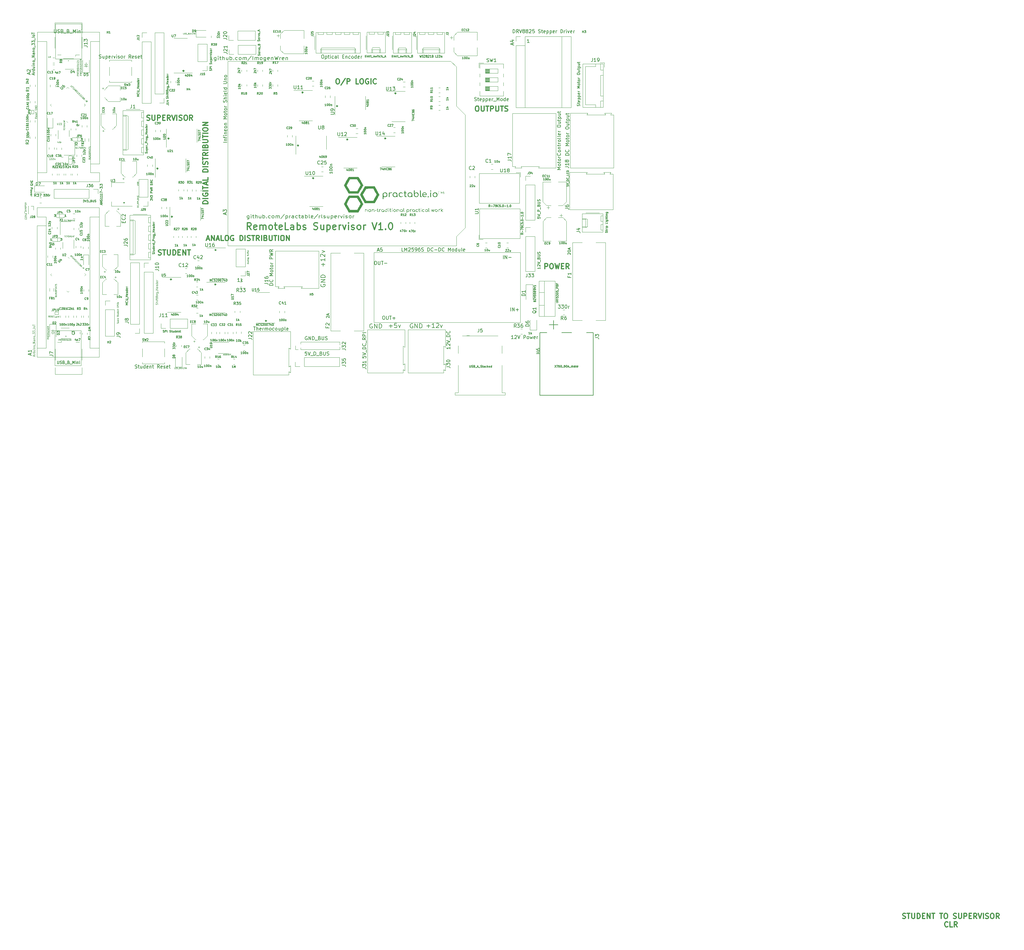
<source format=gbr>
%TF.GenerationSoftware,KiCad,Pcbnew,(6.0.0)*%
%TF.CreationDate,2022-05-16T13:53:17+01:00*%
%TF.ProjectId,RemoteLabs_supervisor_PCB,52656d6f-7465-44c6-9162-735f73757065,rev?*%
%TF.SameCoordinates,Original*%
%TF.FileFunction,Legend,Top*%
%TF.FilePolarity,Positive*%
%FSLAX46Y46*%
G04 Gerber Fmt 4.6, Leading zero omitted, Abs format (unit mm)*
G04 Created by KiCad (PCBNEW (6.0.0)) date 2022-05-16 13:53:17*
%MOMM*%
%LPD*%
G01*
G04 APERTURE LIST*
%ADD10C,0.150000*%
%ADD11C,0.300000*%
%ADD12C,0.100000*%
%ADD13C,0.350000*%
%ADD14C,0.125000*%
%ADD15C,0.120000*%
%ADD16C,0.343981*%
%ADD17C,0.314000*%
%ADD18C,0.152000*%
%ADD19C,0.239605*%
%ADD20C,0.127000*%
G04 APERTURE END LIST*
D10*
X105481114Y-31281714D02*
X105481114Y-32091238D01*
X105423971Y-32186476D01*
X105366828Y-32234095D01*
X105252542Y-32281714D01*
X105081114Y-32281714D01*
X104966828Y-32234095D01*
X105481114Y-31900761D02*
X105366828Y-31948380D01*
X105138257Y-31948380D01*
X105023971Y-31900761D01*
X104966828Y-31853142D01*
X104909685Y-31757904D01*
X104909685Y-31472190D01*
X104966828Y-31376952D01*
X105023971Y-31329333D01*
X105138257Y-31281714D01*
X105366828Y-31281714D01*
X105481114Y-31329333D01*
X106052542Y-31948380D02*
X106052542Y-31281714D01*
X106052542Y-30948380D02*
X105995400Y-30996000D01*
X106052542Y-31043619D01*
X106109685Y-30996000D01*
X106052542Y-30948380D01*
X106052542Y-31043619D01*
X106452542Y-31281714D02*
X106909685Y-31281714D01*
X106623971Y-30948380D02*
X106623971Y-31805523D01*
X106681114Y-31900761D01*
X106795400Y-31948380D01*
X106909685Y-31948380D01*
X107309685Y-31948380D02*
X107309685Y-30948380D01*
X107823971Y-31948380D02*
X107823971Y-31424571D01*
X107766828Y-31329333D01*
X107652542Y-31281714D01*
X107481114Y-31281714D01*
X107366828Y-31329333D01*
X107309685Y-31376952D01*
X108909685Y-31281714D02*
X108909685Y-31948380D01*
X108395400Y-31281714D02*
X108395400Y-31805523D01*
X108452542Y-31900761D01*
X108566828Y-31948380D01*
X108738257Y-31948380D01*
X108852542Y-31900761D01*
X108909685Y-31853142D01*
X109481114Y-31948380D02*
X109481114Y-30948380D01*
X109481114Y-31329333D02*
X109595400Y-31281714D01*
X109823971Y-31281714D01*
X109938257Y-31329333D01*
X109995400Y-31376952D01*
X110052542Y-31472190D01*
X110052542Y-31757904D01*
X109995400Y-31853142D01*
X109938257Y-31900761D01*
X109823971Y-31948380D01*
X109595400Y-31948380D01*
X109481114Y-31900761D01*
X110566828Y-31853142D02*
X110623971Y-31900761D01*
X110566828Y-31948380D01*
X110509685Y-31900761D01*
X110566828Y-31853142D01*
X110566828Y-31948380D01*
X111652542Y-31900761D02*
X111538257Y-31948380D01*
X111309685Y-31948380D01*
X111195400Y-31900761D01*
X111138257Y-31853142D01*
X111081114Y-31757904D01*
X111081114Y-31472190D01*
X111138257Y-31376952D01*
X111195400Y-31329333D01*
X111309685Y-31281714D01*
X111538257Y-31281714D01*
X111652542Y-31329333D01*
X112338257Y-31948380D02*
X112223971Y-31900761D01*
X112166828Y-31853142D01*
X112109685Y-31757904D01*
X112109685Y-31472190D01*
X112166828Y-31376952D01*
X112223971Y-31329333D01*
X112338257Y-31281714D01*
X112509685Y-31281714D01*
X112623971Y-31329333D01*
X112681114Y-31376952D01*
X112738257Y-31472190D01*
X112738257Y-31757904D01*
X112681114Y-31853142D01*
X112623971Y-31900761D01*
X112509685Y-31948380D01*
X112338257Y-31948380D01*
X113252542Y-31948380D02*
X113252542Y-31281714D01*
X113252542Y-31376952D02*
X113309685Y-31329333D01*
X113423971Y-31281714D01*
X113595400Y-31281714D01*
X113709685Y-31329333D01*
X113766828Y-31424571D01*
X113766828Y-31948380D01*
X113766828Y-31424571D02*
X113823971Y-31329333D01*
X113938257Y-31281714D01*
X114109685Y-31281714D01*
X114223971Y-31329333D01*
X114281114Y-31424571D01*
X114281114Y-31948380D01*
X115709685Y-30900761D02*
X114681114Y-32186476D01*
X116109685Y-31948380D02*
X116109685Y-30948380D01*
X116681114Y-31948380D02*
X116681114Y-31281714D01*
X116681114Y-31376952D02*
X116738257Y-31329333D01*
X116852542Y-31281714D01*
X117023971Y-31281714D01*
X117138257Y-31329333D01*
X117195400Y-31424571D01*
X117195400Y-31948380D01*
X117195400Y-31424571D02*
X117252542Y-31329333D01*
X117366828Y-31281714D01*
X117538257Y-31281714D01*
X117652542Y-31329333D01*
X117709685Y-31424571D01*
X117709685Y-31948380D01*
X118452542Y-31948380D02*
X118338257Y-31900761D01*
X118281114Y-31853142D01*
X118223971Y-31757904D01*
X118223971Y-31472190D01*
X118281114Y-31376952D01*
X118338257Y-31329333D01*
X118452542Y-31281714D01*
X118623971Y-31281714D01*
X118738257Y-31329333D01*
X118795400Y-31376952D01*
X118852542Y-31472190D01*
X118852542Y-31757904D01*
X118795400Y-31853142D01*
X118738257Y-31900761D01*
X118623971Y-31948380D01*
X118452542Y-31948380D01*
X119881114Y-31281714D02*
X119881114Y-32091238D01*
X119823971Y-32186476D01*
X119766828Y-32234095D01*
X119652542Y-32281714D01*
X119481114Y-32281714D01*
X119366828Y-32234095D01*
X119881114Y-31900761D02*
X119766828Y-31948380D01*
X119538257Y-31948380D01*
X119423971Y-31900761D01*
X119366828Y-31853142D01*
X119309685Y-31757904D01*
X119309685Y-31472190D01*
X119366828Y-31376952D01*
X119423971Y-31329333D01*
X119538257Y-31281714D01*
X119766828Y-31281714D01*
X119881114Y-31329333D01*
X120909685Y-31900761D02*
X120795400Y-31948380D01*
X120566828Y-31948380D01*
X120452542Y-31900761D01*
X120395400Y-31805523D01*
X120395400Y-31424571D01*
X120452542Y-31329333D01*
X120566828Y-31281714D01*
X120795400Y-31281714D01*
X120909685Y-31329333D01*
X120966828Y-31424571D01*
X120966828Y-31519809D01*
X120395400Y-31615047D01*
X121481114Y-31281714D02*
X121481114Y-31948380D01*
X121481114Y-31376952D02*
X121538257Y-31329333D01*
X121652542Y-31281714D01*
X121823971Y-31281714D01*
X121938257Y-31329333D01*
X121995400Y-31424571D01*
X121995400Y-31948380D01*
X122452542Y-30948380D02*
X122738257Y-31948380D01*
X122966828Y-31234095D01*
X123195400Y-31948380D01*
X123481114Y-30948380D01*
X123938257Y-31948380D02*
X123938257Y-31281714D01*
X123938257Y-31472190D02*
X123995400Y-31376952D01*
X124052542Y-31329333D01*
X124166828Y-31281714D01*
X124281114Y-31281714D01*
X125138257Y-31900761D02*
X125023971Y-31948380D01*
X124795400Y-31948380D01*
X124681114Y-31900761D01*
X124623971Y-31805523D01*
X124623971Y-31424571D01*
X124681114Y-31329333D01*
X124795400Y-31281714D01*
X125023971Y-31281714D01*
X125138257Y-31329333D01*
X125195400Y-31424571D01*
X125195400Y-31519809D01*
X124623971Y-31615047D01*
X125709685Y-31281714D02*
X125709685Y-31948380D01*
X125709685Y-31376952D02*
X125766828Y-31329333D01*
X125881114Y-31281714D01*
X126052542Y-31281714D01*
X126166828Y-31329333D01*
X126223971Y-31424571D01*
X126223971Y-31948380D01*
D11*
X200904114Y-92677371D02*
X200904114Y-91177371D01*
X201475542Y-91177371D01*
X201618400Y-91248800D01*
X201689828Y-91320228D01*
X201761257Y-91463085D01*
X201761257Y-91677371D01*
X201689828Y-91820228D01*
X201618400Y-91891657D01*
X201475542Y-91963085D01*
X200904114Y-91963085D01*
X202689828Y-91177371D02*
X202975542Y-91177371D01*
X203118400Y-91248800D01*
X203261257Y-91391657D01*
X203332685Y-91677371D01*
X203332685Y-92177371D01*
X203261257Y-92463085D01*
X203118400Y-92605942D01*
X202975542Y-92677371D01*
X202689828Y-92677371D01*
X202546971Y-92605942D01*
X202404114Y-92463085D01*
X202332685Y-92177371D01*
X202332685Y-91677371D01*
X202404114Y-91391657D01*
X202546971Y-91248800D01*
X202689828Y-91177371D01*
X203832685Y-91177371D02*
X204189828Y-92677371D01*
X204475542Y-91605942D01*
X204761257Y-92677371D01*
X205118400Y-91177371D01*
X205689828Y-91891657D02*
X206189828Y-91891657D01*
X206404114Y-92677371D02*
X205689828Y-92677371D01*
X205689828Y-91177371D01*
X206404114Y-91177371D01*
X207904114Y-92677371D02*
X207404114Y-91963085D01*
X207046971Y-92677371D02*
X207046971Y-91177371D01*
X207618400Y-91177371D01*
X207761257Y-91248800D01*
X207832685Y-91320228D01*
X207904114Y-91463085D01*
X207904114Y-91677371D01*
X207832685Y-91820228D01*
X207761257Y-91891657D01*
X207618400Y-91963085D01*
X207046971Y-91963085D01*
X88697371Y-88592742D02*
X88911657Y-88664171D01*
X89268800Y-88664171D01*
X89411657Y-88592742D01*
X89483085Y-88521314D01*
X89554514Y-88378457D01*
X89554514Y-88235600D01*
X89483085Y-88092742D01*
X89411657Y-88021314D01*
X89268800Y-87949885D01*
X88983085Y-87878457D01*
X88840228Y-87807028D01*
X88768800Y-87735600D01*
X88697371Y-87592742D01*
X88697371Y-87449885D01*
X88768800Y-87307028D01*
X88840228Y-87235600D01*
X88983085Y-87164171D01*
X89340228Y-87164171D01*
X89554514Y-87235600D01*
X89983085Y-87164171D02*
X90840228Y-87164171D01*
X90411657Y-88664171D02*
X90411657Y-87164171D01*
X91340228Y-87164171D02*
X91340228Y-88378457D01*
X91411657Y-88521314D01*
X91483085Y-88592742D01*
X91625942Y-88664171D01*
X91911657Y-88664171D01*
X92054514Y-88592742D01*
X92125942Y-88521314D01*
X92197371Y-88378457D01*
X92197371Y-87164171D01*
X92911657Y-88664171D02*
X92911657Y-87164171D01*
X93268800Y-87164171D01*
X93483085Y-87235600D01*
X93625942Y-87378457D01*
X93697371Y-87521314D01*
X93768800Y-87807028D01*
X93768800Y-88021314D01*
X93697371Y-88307028D01*
X93625942Y-88449885D01*
X93483085Y-88592742D01*
X93268800Y-88664171D01*
X92911657Y-88664171D01*
X94411657Y-87878457D02*
X94911657Y-87878457D01*
X95125942Y-88664171D02*
X94411657Y-88664171D01*
X94411657Y-87164171D01*
X95125942Y-87164171D01*
X95768800Y-88664171D02*
X95768800Y-87164171D01*
X96625942Y-88664171D01*
X96625942Y-87164171D01*
X97125942Y-87164171D02*
X97983085Y-87164171D01*
X97554514Y-88664171D02*
X97554514Y-87164171D01*
D10*
X136541657Y-91941371D02*
X136541657Y-90950895D01*
X137036895Y-91446133D02*
X136046419Y-91446133D01*
X137036895Y-89650895D02*
X137036895Y-90393752D01*
X137036895Y-90022323D02*
X135736895Y-90022323D01*
X135922609Y-90146133D01*
X136046419Y-90269942D01*
X136108323Y-90393752D01*
X135860704Y-89155657D02*
X135798800Y-89093752D01*
X135736895Y-88969942D01*
X135736895Y-88660419D01*
X135798800Y-88536609D01*
X135860704Y-88474704D01*
X135984514Y-88412800D01*
X136108323Y-88412800D01*
X136294038Y-88474704D01*
X137036895Y-89217561D01*
X137036895Y-88412800D01*
X136170228Y-87979466D02*
X137036895Y-87669942D01*
X136170228Y-87360419D01*
D12*
X82483352Y-68475161D02*
X82807161Y-68475161D01*
X82845257Y-68456114D01*
X82864304Y-68437066D01*
X82883352Y-68398971D01*
X82883352Y-68322780D01*
X82864304Y-68284685D01*
X82845257Y-68265638D01*
X82807161Y-68246590D01*
X82483352Y-68246590D01*
X82864304Y-68075161D02*
X82883352Y-68018019D01*
X82883352Y-67922780D01*
X82864304Y-67884685D01*
X82845257Y-67865638D01*
X82807161Y-67846590D01*
X82769066Y-67846590D01*
X82730971Y-67865638D01*
X82711923Y-67884685D01*
X82692876Y-67922780D01*
X82673828Y-67998971D01*
X82654780Y-68037066D01*
X82635733Y-68056114D01*
X82597638Y-68075161D01*
X82559542Y-68075161D01*
X82521447Y-68056114D01*
X82502400Y-68037066D01*
X82483352Y-67998971D01*
X82483352Y-67903733D01*
X82502400Y-67846590D01*
X82673828Y-67541828D02*
X82692876Y-67484685D01*
X82711923Y-67465638D01*
X82750019Y-67446590D01*
X82807161Y-67446590D01*
X82845257Y-67465638D01*
X82864304Y-67484685D01*
X82883352Y-67522780D01*
X82883352Y-67675161D01*
X82483352Y-67675161D01*
X82483352Y-67541828D01*
X82502400Y-67503733D01*
X82521447Y-67484685D01*
X82559542Y-67465638D01*
X82597638Y-67465638D01*
X82635733Y-67484685D01*
X82654780Y-67503733D01*
X82673828Y-67541828D01*
X82673828Y-67675161D01*
D11*
X85355942Y-49476742D02*
X85570228Y-49548171D01*
X85927371Y-49548171D01*
X86070228Y-49476742D01*
X86141657Y-49405314D01*
X86213085Y-49262457D01*
X86213085Y-49119600D01*
X86141657Y-48976742D01*
X86070228Y-48905314D01*
X85927371Y-48833885D01*
X85641657Y-48762457D01*
X85498800Y-48691028D01*
X85427371Y-48619600D01*
X85355942Y-48476742D01*
X85355942Y-48333885D01*
X85427371Y-48191028D01*
X85498800Y-48119600D01*
X85641657Y-48048171D01*
X85998800Y-48048171D01*
X86213085Y-48119600D01*
X86855942Y-48048171D02*
X86855942Y-49262457D01*
X86927371Y-49405314D01*
X86998800Y-49476742D01*
X87141657Y-49548171D01*
X87427371Y-49548171D01*
X87570228Y-49476742D01*
X87641657Y-49405314D01*
X87713085Y-49262457D01*
X87713085Y-48048171D01*
X88427371Y-49548171D02*
X88427371Y-48048171D01*
X88998800Y-48048171D01*
X89141657Y-48119600D01*
X89213085Y-48191028D01*
X89284514Y-48333885D01*
X89284514Y-48548171D01*
X89213085Y-48691028D01*
X89141657Y-48762457D01*
X88998800Y-48833885D01*
X88427371Y-48833885D01*
X89927371Y-48762457D02*
X90427371Y-48762457D01*
X90641657Y-49548171D02*
X89927371Y-49548171D01*
X89927371Y-48048171D01*
X90641657Y-48048171D01*
X92141657Y-49548171D02*
X91641657Y-48833885D01*
X91284514Y-49548171D02*
X91284514Y-48048171D01*
X91855942Y-48048171D01*
X91998800Y-48119600D01*
X92070228Y-48191028D01*
X92141657Y-48333885D01*
X92141657Y-48548171D01*
X92070228Y-48691028D01*
X91998800Y-48762457D01*
X91855942Y-48833885D01*
X91284514Y-48833885D01*
X92570228Y-48048171D02*
X93070228Y-49548171D01*
X93570228Y-48048171D01*
X94070228Y-49548171D02*
X94070228Y-48048171D01*
X94713085Y-49476742D02*
X94927371Y-49548171D01*
X95284514Y-49548171D01*
X95427371Y-49476742D01*
X95498800Y-49405314D01*
X95570228Y-49262457D01*
X95570228Y-49119600D01*
X95498800Y-48976742D01*
X95427371Y-48905314D01*
X95284514Y-48833885D01*
X94998800Y-48762457D01*
X94855942Y-48691028D01*
X94784514Y-48619600D01*
X94713085Y-48476742D01*
X94713085Y-48333885D01*
X94784514Y-48191028D01*
X94855942Y-48119600D01*
X94998800Y-48048171D01*
X95355942Y-48048171D01*
X95570228Y-48119600D01*
X96498800Y-48048171D02*
X96784514Y-48048171D01*
X96927371Y-48119600D01*
X97070228Y-48262457D01*
X97141657Y-48548171D01*
X97141657Y-49048171D01*
X97070228Y-49333885D01*
X96927371Y-49476742D01*
X96784514Y-49548171D01*
X96498800Y-49548171D01*
X96355942Y-49476742D01*
X96213085Y-49333885D01*
X96141657Y-49048171D01*
X96141657Y-48548171D01*
X96213085Y-48262457D01*
X96355942Y-48119600D01*
X96498800Y-48048171D01*
X98641657Y-49548171D02*
X98141657Y-48833885D01*
X97784514Y-49548171D02*
X97784514Y-48048171D01*
X98355942Y-48048171D01*
X98498800Y-48119600D01*
X98570228Y-48191028D01*
X98641657Y-48333885D01*
X98641657Y-48548171D01*
X98570228Y-48691028D01*
X98498800Y-48762457D01*
X98355942Y-48833885D01*
X97784514Y-48833885D01*
D10*
X150799923Y-108722400D02*
X150676114Y-108660495D01*
X150490400Y-108660495D01*
X150304685Y-108722400D01*
X150180876Y-108846209D01*
X150118971Y-108970019D01*
X150057066Y-109217638D01*
X150057066Y-109403352D01*
X150118971Y-109650971D01*
X150180876Y-109774780D01*
X150304685Y-109898590D01*
X150490400Y-109960495D01*
X150614209Y-109960495D01*
X150799923Y-109898590D01*
X150861828Y-109836685D01*
X150861828Y-109403352D01*
X150614209Y-109403352D01*
X151418971Y-109960495D02*
X151418971Y-108660495D01*
X152161828Y-109960495D01*
X152161828Y-108660495D01*
X152780876Y-109960495D02*
X152780876Y-108660495D01*
X153090400Y-108660495D01*
X153276114Y-108722400D01*
X153399923Y-108846209D01*
X153461828Y-108970019D01*
X153523733Y-109217638D01*
X153523733Y-109403352D01*
X153461828Y-109650971D01*
X153399923Y-109774780D01*
X153276114Y-109898590D01*
X153090400Y-109960495D01*
X152780876Y-109960495D01*
X162534723Y-108671600D02*
X162410914Y-108609695D01*
X162225200Y-108609695D01*
X162039485Y-108671600D01*
X161915676Y-108795409D01*
X161853771Y-108919219D01*
X161791866Y-109166838D01*
X161791866Y-109352552D01*
X161853771Y-109600171D01*
X161915676Y-109723980D01*
X162039485Y-109847790D01*
X162225200Y-109909695D01*
X162349009Y-109909695D01*
X162534723Y-109847790D01*
X162596628Y-109785885D01*
X162596628Y-109352552D01*
X162349009Y-109352552D01*
X163153771Y-109909695D02*
X163153771Y-108609695D01*
X163896628Y-109909695D01*
X163896628Y-108609695D01*
X164515676Y-109909695D02*
X164515676Y-108609695D01*
X164825200Y-108609695D01*
X165010914Y-108671600D01*
X165134723Y-108795409D01*
X165196628Y-108919219D01*
X165258533Y-109166838D01*
X165258533Y-109352552D01*
X165196628Y-109600171D01*
X165134723Y-109723980D01*
X165010914Y-109847790D01*
X164825200Y-109909695D01*
X164515676Y-109909695D01*
X155667276Y-109312857D02*
X156657752Y-109312857D01*
X156162514Y-109808095D02*
X156162514Y-108817619D01*
X157895847Y-108508095D02*
X157276800Y-108508095D01*
X157214895Y-109127142D01*
X157276800Y-109065238D01*
X157400609Y-109003333D01*
X157710133Y-109003333D01*
X157833942Y-109065238D01*
X157895847Y-109127142D01*
X157957752Y-109250952D01*
X157957752Y-109560476D01*
X157895847Y-109684285D01*
X157833942Y-109746190D01*
X157710133Y-109808095D01*
X157400609Y-109808095D01*
X157276800Y-109746190D01*
X157214895Y-109684285D01*
X158391085Y-108941428D02*
X158700609Y-109808095D01*
X159010133Y-108941428D01*
D11*
X102721485Y-84070000D02*
X103435771Y-84070000D01*
X102578628Y-84498571D02*
X103078628Y-82998571D01*
X103578628Y-84498571D01*
X104078628Y-84498571D02*
X104078628Y-82998571D01*
X104935771Y-84498571D01*
X104935771Y-82998571D01*
X105578628Y-84070000D02*
X106292914Y-84070000D01*
X105435771Y-84498571D02*
X105935771Y-82998571D01*
X106435771Y-84498571D01*
X107650057Y-84498571D02*
X106935771Y-84498571D01*
X106935771Y-82998571D01*
X108435771Y-82998571D02*
X108721485Y-82998571D01*
X108864342Y-83070000D01*
X109007200Y-83212857D01*
X109078628Y-83498571D01*
X109078628Y-83998571D01*
X109007200Y-84284285D01*
X108864342Y-84427142D01*
X108721485Y-84498571D01*
X108435771Y-84498571D01*
X108292914Y-84427142D01*
X108150057Y-84284285D01*
X108078628Y-83998571D01*
X108078628Y-83498571D01*
X108150057Y-83212857D01*
X108292914Y-83070000D01*
X108435771Y-82998571D01*
X110507200Y-83070000D02*
X110364342Y-82998571D01*
X110150057Y-82998571D01*
X109935771Y-83070000D01*
X109792914Y-83212857D01*
X109721485Y-83355714D01*
X109650057Y-83641428D01*
X109650057Y-83855714D01*
X109721485Y-84141428D01*
X109792914Y-84284285D01*
X109935771Y-84427142D01*
X110150057Y-84498571D01*
X110292914Y-84498571D01*
X110507200Y-84427142D01*
X110578628Y-84355714D01*
X110578628Y-83855714D01*
X110292914Y-83855714D01*
X112364342Y-84498571D02*
X112364342Y-82998571D01*
X112721485Y-82998571D01*
X112935771Y-83070000D01*
X113078628Y-83212857D01*
X113150057Y-83355714D01*
X113221485Y-83641428D01*
X113221485Y-83855714D01*
X113150057Y-84141428D01*
X113078628Y-84284285D01*
X112935771Y-84427142D01*
X112721485Y-84498571D01*
X112364342Y-84498571D01*
X113864342Y-84498571D02*
X113864342Y-82998571D01*
X114507200Y-84427142D02*
X114721485Y-84498571D01*
X115078628Y-84498571D01*
X115221485Y-84427142D01*
X115292914Y-84355714D01*
X115364342Y-84212857D01*
X115364342Y-84070000D01*
X115292914Y-83927142D01*
X115221485Y-83855714D01*
X115078628Y-83784285D01*
X114792914Y-83712857D01*
X114650057Y-83641428D01*
X114578628Y-83570000D01*
X114507200Y-83427142D01*
X114507200Y-83284285D01*
X114578628Y-83141428D01*
X114650057Y-83070000D01*
X114792914Y-82998571D01*
X115150057Y-82998571D01*
X115364342Y-83070000D01*
X115792914Y-82998571D02*
X116650057Y-82998571D01*
X116221485Y-84498571D02*
X116221485Y-82998571D01*
X118007200Y-84498571D02*
X117507200Y-83784285D01*
X117150057Y-84498571D02*
X117150057Y-82998571D01*
X117721485Y-82998571D01*
X117864342Y-83070000D01*
X117935771Y-83141428D01*
X118007200Y-83284285D01*
X118007200Y-83498571D01*
X117935771Y-83641428D01*
X117864342Y-83712857D01*
X117721485Y-83784285D01*
X117150057Y-83784285D01*
X118650057Y-84498571D02*
X118650057Y-82998571D01*
X119864342Y-83712857D02*
X120078628Y-83784285D01*
X120150057Y-83855714D01*
X120221485Y-83998571D01*
X120221485Y-84212857D01*
X120150057Y-84355714D01*
X120078628Y-84427142D01*
X119935771Y-84498571D01*
X119364342Y-84498571D01*
X119364342Y-82998571D01*
X119864342Y-82998571D01*
X120007200Y-83070000D01*
X120078628Y-83141428D01*
X120150057Y-83284285D01*
X120150057Y-83427142D01*
X120078628Y-83570000D01*
X120007200Y-83641428D01*
X119864342Y-83712857D01*
X119364342Y-83712857D01*
X120864342Y-82998571D02*
X120864342Y-84212857D01*
X120935771Y-84355714D01*
X121007200Y-84427142D01*
X121150057Y-84498571D01*
X121435771Y-84498571D01*
X121578628Y-84427142D01*
X121650057Y-84355714D01*
X121721485Y-84212857D01*
X121721485Y-82998571D01*
X122221485Y-82998571D02*
X123078628Y-82998571D01*
X122650057Y-84498571D02*
X122650057Y-82998571D01*
X123578628Y-84498571D02*
X123578628Y-82998571D01*
X124578628Y-82998571D02*
X124864342Y-82998571D01*
X125007200Y-83070000D01*
X125150057Y-83212857D01*
X125221485Y-83498571D01*
X125221485Y-83998571D01*
X125150057Y-84284285D01*
X125007200Y-84427142D01*
X124864342Y-84498571D01*
X124578628Y-84498571D01*
X124435771Y-84427142D01*
X124292914Y-84284285D01*
X124221485Y-83998571D01*
X124221485Y-83498571D01*
X124292914Y-83212857D01*
X124435771Y-83070000D01*
X124578628Y-82998571D01*
X125864342Y-84498571D02*
X125864342Y-82998571D01*
X126721485Y-84498571D01*
X126721485Y-82998571D01*
D10*
X135900400Y-97205676D02*
X135838495Y-97329485D01*
X135838495Y-97515200D01*
X135900400Y-97700914D01*
X136024209Y-97824723D01*
X136148019Y-97886628D01*
X136395638Y-97948533D01*
X136581352Y-97948533D01*
X136828971Y-97886628D01*
X136952780Y-97824723D01*
X137076590Y-97700914D01*
X137138495Y-97515200D01*
X137138495Y-97391390D01*
X137076590Y-97205676D01*
X137014685Y-97143771D01*
X136581352Y-97143771D01*
X136581352Y-97391390D01*
X137138495Y-96586628D02*
X135838495Y-96586628D01*
X137138495Y-95843771D01*
X135838495Y-95843771D01*
X137138495Y-95224723D02*
X135838495Y-95224723D01*
X135838495Y-94915200D01*
X135900400Y-94729485D01*
X136024209Y-94605676D01*
X136148019Y-94543771D01*
X136395638Y-94481866D01*
X136581352Y-94481866D01*
X136828971Y-94543771D01*
X136952780Y-94605676D01*
X137076590Y-94729485D01*
X137138495Y-94915200D01*
X137138495Y-95224723D01*
X166579828Y-109312857D02*
X167570304Y-109312857D01*
X167075066Y-109808095D02*
X167075066Y-108817619D01*
X168870304Y-109808095D02*
X168127447Y-109808095D01*
X168498876Y-109808095D02*
X168498876Y-108508095D01*
X168375066Y-108693809D01*
X168251257Y-108817619D01*
X168127447Y-108879523D01*
X169365542Y-108631904D02*
X169427447Y-108570000D01*
X169551257Y-108508095D01*
X169860780Y-108508095D01*
X169984590Y-108570000D01*
X170046495Y-108631904D01*
X170108400Y-108755714D01*
X170108400Y-108879523D01*
X170046495Y-109065238D01*
X169303638Y-109808095D01*
X170108400Y-109808095D01*
X170541733Y-108941428D02*
X170851257Y-109808095D01*
X171160780Y-108941428D01*
D11*
X181123971Y-45406571D02*
X181409685Y-45406571D01*
X181552542Y-45478000D01*
X181695400Y-45620857D01*
X181766828Y-45906571D01*
X181766828Y-46406571D01*
X181695400Y-46692285D01*
X181552542Y-46835142D01*
X181409685Y-46906571D01*
X181123971Y-46906571D01*
X180981114Y-46835142D01*
X180838257Y-46692285D01*
X180766828Y-46406571D01*
X180766828Y-45906571D01*
X180838257Y-45620857D01*
X180981114Y-45478000D01*
X181123971Y-45406571D01*
X182409685Y-45406571D02*
X182409685Y-46620857D01*
X182481114Y-46763714D01*
X182552542Y-46835142D01*
X182695400Y-46906571D01*
X182981114Y-46906571D01*
X183123971Y-46835142D01*
X183195400Y-46763714D01*
X183266828Y-46620857D01*
X183266828Y-45406571D01*
X183766828Y-45406571D02*
X184623971Y-45406571D01*
X184195400Y-46906571D02*
X184195400Y-45406571D01*
X185123971Y-46906571D02*
X185123971Y-45406571D01*
X185695400Y-45406571D01*
X185838257Y-45478000D01*
X185909685Y-45549428D01*
X185981114Y-45692285D01*
X185981114Y-45906571D01*
X185909685Y-46049428D01*
X185838257Y-46120857D01*
X185695400Y-46192285D01*
X185123971Y-46192285D01*
X186623971Y-45406571D02*
X186623971Y-46620857D01*
X186695400Y-46763714D01*
X186766828Y-46835142D01*
X186909685Y-46906571D01*
X187195400Y-46906571D01*
X187338257Y-46835142D01*
X187409685Y-46763714D01*
X187481114Y-46620857D01*
X187481114Y-45406571D01*
X187981114Y-45406571D02*
X188838257Y-45406571D01*
X188409685Y-46906571D02*
X188409685Y-45406571D01*
X189266828Y-46835142D02*
X189481114Y-46906571D01*
X189838257Y-46906571D01*
X189981114Y-46835142D01*
X190052542Y-46763714D01*
X190123971Y-46620857D01*
X190123971Y-46478000D01*
X190052542Y-46335142D01*
X189981114Y-46263714D01*
X189838257Y-46192285D01*
X189552542Y-46120857D01*
X189409685Y-46049428D01*
X189338257Y-45978000D01*
X189266828Y-45835142D01*
X189266828Y-45692285D01*
X189338257Y-45549428D01*
X189409685Y-45478000D01*
X189552542Y-45406571D01*
X189909685Y-45406571D01*
X190123971Y-45478000D01*
D13*
X115629638Y-81295761D02*
X114962971Y-80343380D01*
X114486780Y-81295761D02*
X114486780Y-79295761D01*
X115248685Y-79295761D01*
X115439161Y-79391000D01*
X115534400Y-79486238D01*
X115629638Y-79676714D01*
X115629638Y-79962428D01*
X115534400Y-80152904D01*
X115439161Y-80248142D01*
X115248685Y-80343380D01*
X114486780Y-80343380D01*
X117248685Y-81200523D02*
X117058209Y-81295761D01*
X116677257Y-81295761D01*
X116486780Y-81200523D01*
X116391542Y-81010047D01*
X116391542Y-80248142D01*
X116486780Y-80057666D01*
X116677257Y-79962428D01*
X117058209Y-79962428D01*
X117248685Y-80057666D01*
X117343923Y-80248142D01*
X117343923Y-80438619D01*
X116391542Y-80629095D01*
X118201066Y-81295761D02*
X118201066Y-79962428D01*
X118201066Y-80152904D02*
X118296304Y-80057666D01*
X118486780Y-79962428D01*
X118772495Y-79962428D01*
X118962971Y-80057666D01*
X119058209Y-80248142D01*
X119058209Y-81295761D01*
X119058209Y-80248142D02*
X119153447Y-80057666D01*
X119343923Y-79962428D01*
X119629638Y-79962428D01*
X119820114Y-80057666D01*
X119915352Y-80248142D01*
X119915352Y-81295761D01*
X121153447Y-81295761D02*
X120962971Y-81200523D01*
X120867733Y-81105285D01*
X120772495Y-80914809D01*
X120772495Y-80343380D01*
X120867733Y-80152904D01*
X120962971Y-80057666D01*
X121153447Y-79962428D01*
X121439161Y-79962428D01*
X121629638Y-80057666D01*
X121724876Y-80152904D01*
X121820114Y-80343380D01*
X121820114Y-80914809D01*
X121724876Y-81105285D01*
X121629638Y-81200523D01*
X121439161Y-81295761D01*
X121153447Y-81295761D01*
X122391542Y-79962428D02*
X123153447Y-79962428D01*
X122677257Y-79295761D02*
X122677257Y-81010047D01*
X122772495Y-81200523D01*
X122962971Y-81295761D01*
X123153447Y-81295761D01*
X124582019Y-81200523D02*
X124391542Y-81295761D01*
X124010590Y-81295761D01*
X123820114Y-81200523D01*
X123724876Y-81010047D01*
X123724876Y-80248142D01*
X123820114Y-80057666D01*
X124010590Y-79962428D01*
X124391542Y-79962428D01*
X124582019Y-80057666D01*
X124677257Y-80248142D01*
X124677257Y-80438619D01*
X123724876Y-80629095D01*
X126486780Y-81295761D02*
X125534400Y-81295761D01*
X125534400Y-79295761D01*
X128010590Y-81295761D02*
X128010590Y-80248142D01*
X127915352Y-80057666D01*
X127724876Y-79962428D01*
X127343923Y-79962428D01*
X127153447Y-80057666D01*
X128010590Y-81200523D02*
X127820114Y-81295761D01*
X127343923Y-81295761D01*
X127153447Y-81200523D01*
X127058209Y-81010047D01*
X127058209Y-80819571D01*
X127153447Y-80629095D01*
X127343923Y-80533857D01*
X127820114Y-80533857D01*
X128010590Y-80438619D01*
X128962971Y-81295761D02*
X128962971Y-79295761D01*
X128962971Y-80057666D02*
X129153447Y-79962428D01*
X129534400Y-79962428D01*
X129724876Y-80057666D01*
X129820114Y-80152904D01*
X129915352Y-80343380D01*
X129915352Y-80914809D01*
X129820114Y-81105285D01*
X129724876Y-81200523D01*
X129534400Y-81295761D01*
X129153447Y-81295761D01*
X128962971Y-81200523D01*
X130677257Y-81200523D02*
X130867733Y-81295761D01*
X131248685Y-81295761D01*
X131439161Y-81200523D01*
X131534400Y-81010047D01*
X131534400Y-80914809D01*
X131439161Y-80724333D01*
X131248685Y-80629095D01*
X130962971Y-80629095D01*
X130772495Y-80533857D01*
X130677257Y-80343380D01*
X130677257Y-80248142D01*
X130772495Y-80057666D01*
X130962971Y-79962428D01*
X131248685Y-79962428D01*
X131439161Y-80057666D01*
X133820114Y-81200523D02*
X134105828Y-81295761D01*
X134582019Y-81295761D01*
X134772495Y-81200523D01*
X134867733Y-81105285D01*
X134962971Y-80914809D01*
X134962971Y-80724333D01*
X134867733Y-80533857D01*
X134772495Y-80438619D01*
X134582019Y-80343380D01*
X134201066Y-80248142D01*
X134010590Y-80152904D01*
X133915352Y-80057666D01*
X133820114Y-79867190D01*
X133820114Y-79676714D01*
X133915352Y-79486238D01*
X134010590Y-79391000D01*
X134201066Y-79295761D01*
X134677257Y-79295761D01*
X134962971Y-79391000D01*
X136677257Y-79962428D02*
X136677257Y-81295761D01*
X135820114Y-79962428D02*
X135820114Y-81010047D01*
X135915352Y-81200523D01*
X136105828Y-81295761D01*
X136391542Y-81295761D01*
X136582019Y-81200523D01*
X136677257Y-81105285D01*
X137629638Y-79962428D02*
X137629638Y-81962428D01*
X137629638Y-80057666D02*
X137820114Y-79962428D01*
X138201066Y-79962428D01*
X138391542Y-80057666D01*
X138486780Y-80152904D01*
X138582019Y-80343380D01*
X138582019Y-80914809D01*
X138486780Y-81105285D01*
X138391542Y-81200523D01*
X138201066Y-81295761D01*
X137820114Y-81295761D01*
X137629638Y-81200523D01*
X140201066Y-81200523D02*
X140010590Y-81295761D01*
X139629638Y-81295761D01*
X139439161Y-81200523D01*
X139343923Y-81010047D01*
X139343923Y-80248142D01*
X139439161Y-80057666D01*
X139629638Y-79962428D01*
X140010590Y-79962428D01*
X140201066Y-80057666D01*
X140296304Y-80248142D01*
X140296304Y-80438619D01*
X139343923Y-80629095D01*
X141153447Y-81295761D02*
X141153447Y-79962428D01*
X141153447Y-80343380D02*
X141248685Y-80152904D01*
X141343923Y-80057666D01*
X141534400Y-79962428D01*
X141724876Y-79962428D01*
X142201066Y-79962428D02*
X142677257Y-81295761D01*
X143153447Y-79962428D01*
X143915352Y-81295761D02*
X143915352Y-79962428D01*
X143915352Y-79295761D02*
X143820114Y-79391000D01*
X143915352Y-79486238D01*
X144010590Y-79391000D01*
X143915352Y-79295761D01*
X143915352Y-79486238D01*
X144772495Y-81200523D02*
X144962971Y-81295761D01*
X145343923Y-81295761D01*
X145534400Y-81200523D01*
X145629638Y-81010047D01*
X145629638Y-80914809D01*
X145534400Y-80724333D01*
X145343923Y-80629095D01*
X145058209Y-80629095D01*
X144867733Y-80533857D01*
X144772495Y-80343380D01*
X144772495Y-80248142D01*
X144867733Y-80057666D01*
X145058209Y-79962428D01*
X145343923Y-79962428D01*
X145534400Y-80057666D01*
X146772495Y-81295761D02*
X146582019Y-81200523D01*
X146486780Y-81105285D01*
X146391542Y-80914809D01*
X146391542Y-80343380D01*
X146486780Y-80152904D01*
X146582019Y-80057666D01*
X146772495Y-79962428D01*
X147058209Y-79962428D01*
X147248685Y-80057666D01*
X147343923Y-80152904D01*
X147439161Y-80343380D01*
X147439161Y-80914809D01*
X147343923Y-81105285D01*
X147248685Y-81200523D01*
X147058209Y-81295761D01*
X146772495Y-81295761D01*
X148296304Y-81295761D02*
X148296304Y-79962428D01*
X148296304Y-80343380D02*
X148391542Y-80152904D01*
X148486780Y-80057666D01*
X148677257Y-79962428D01*
X148867733Y-79962428D01*
X150772495Y-79295761D02*
X151439161Y-81295761D01*
X152105828Y-79295761D01*
X153820114Y-81295761D02*
X152677257Y-81295761D01*
X153248685Y-81295761D02*
X153248685Y-79295761D01*
X153058209Y-79581476D01*
X152867733Y-79771952D01*
X152677257Y-79867190D01*
X154677257Y-81105285D02*
X154772495Y-81200523D01*
X154677257Y-81295761D01*
X154582019Y-81200523D01*
X154677257Y-81105285D01*
X154677257Y-81295761D01*
X156010590Y-79295761D02*
X156201066Y-79295761D01*
X156391542Y-79391000D01*
X156486780Y-79486238D01*
X156582019Y-79676714D01*
X156677257Y-80057666D01*
X156677257Y-80533857D01*
X156582019Y-80914809D01*
X156486780Y-81105285D01*
X156391542Y-81200523D01*
X156201066Y-81295761D01*
X156010590Y-81295761D01*
X155820114Y-81200523D01*
X155724876Y-81105285D01*
X155629638Y-80914809D01*
X155534400Y-80533857D01*
X155534400Y-80057666D01*
X155629638Y-79676714D01*
X155724876Y-79486238D01*
X155820114Y-79391000D01*
X156010590Y-79295761D01*
D11*
X140600800Y-37481771D02*
X140886514Y-37481771D01*
X141029371Y-37553200D01*
X141172228Y-37696057D01*
X141243657Y-37981771D01*
X141243657Y-38481771D01*
X141172228Y-38767485D01*
X141029371Y-38910342D01*
X140886514Y-38981771D01*
X140600800Y-38981771D01*
X140457942Y-38910342D01*
X140315085Y-38767485D01*
X140243657Y-38481771D01*
X140243657Y-37981771D01*
X140315085Y-37696057D01*
X140457942Y-37553200D01*
X140600800Y-37481771D01*
X142957942Y-37410342D02*
X141672228Y-39338914D01*
X143457942Y-38981771D02*
X143457942Y-37481771D01*
X144029371Y-37481771D01*
X144172228Y-37553200D01*
X144243657Y-37624628D01*
X144315085Y-37767485D01*
X144315085Y-37981771D01*
X144243657Y-38124628D01*
X144172228Y-38196057D01*
X144029371Y-38267485D01*
X143457942Y-38267485D01*
X146815085Y-38981771D02*
X146100800Y-38981771D01*
X146100800Y-37481771D01*
X147600800Y-37481771D02*
X147886514Y-37481771D01*
X148029371Y-37553200D01*
X148172228Y-37696057D01*
X148243657Y-37981771D01*
X148243657Y-38481771D01*
X148172228Y-38767485D01*
X148029371Y-38910342D01*
X147886514Y-38981771D01*
X147600800Y-38981771D01*
X147457942Y-38910342D01*
X147315085Y-38767485D01*
X147243657Y-38481771D01*
X147243657Y-37981771D01*
X147315085Y-37696057D01*
X147457942Y-37553200D01*
X147600800Y-37481771D01*
X149672228Y-37553200D02*
X149529371Y-37481771D01*
X149315085Y-37481771D01*
X149100800Y-37553200D01*
X148957942Y-37696057D01*
X148886514Y-37838914D01*
X148815085Y-38124628D01*
X148815085Y-38338914D01*
X148886514Y-38624628D01*
X148957942Y-38767485D01*
X149100800Y-38910342D01*
X149315085Y-38981771D01*
X149457942Y-38981771D01*
X149672228Y-38910342D01*
X149743657Y-38838914D01*
X149743657Y-38338914D01*
X149457942Y-38338914D01*
X150386514Y-38981771D02*
X150386514Y-37481771D01*
X151957942Y-38838914D02*
X151886514Y-38910342D01*
X151672228Y-38981771D01*
X151529371Y-38981771D01*
X151315085Y-38910342D01*
X151172228Y-38767485D01*
X151100800Y-38624628D01*
X151029371Y-38338914D01*
X151029371Y-38124628D01*
X151100800Y-37838914D01*
X151172228Y-37696057D01*
X151315085Y-37553200D01*
X151529371Y-37481771D01*
X151672228Y-37481771D01*
X151886514Y-37553200D01*
X151957942Y-37624628D01*
X304770000Y-281339642D02*
X304984285Y-281411071D01*
X305341428Y-281411071D01*
X305484285Y-281339642D01*
X305555714Y-281268214D01*
X305627142Y-281125357D01*
X305627142Y-280982500D01*
X305555714Y-280839642D01*
X305484285Y-280768214D01*
X305341428Y-280696785D01*
X305055714Y-280625357D01*
X304912857Y-280553928D01*
X304841428Y-280482500D01*
X304770000Y-280339642D01*
X304770000Y-280196785D01*
X304841428Y-280053928D01*
X304912857Y-279982500D01*
X305055714Y-279911071D01*
X305412857Y-279911071D01*
X305627142Y-279982500D01*
X306055714Y-279911071D02*
X306912857Y-279911071D01*
X306484285Y-281411071D02*
X306484285Y-279911071D01*
X307412857Y-279911071D02*
X307412857Y-281125357D01*
X307484285Y-281268214D01*
X307555714Y-281339642D01*
X307698571Y-281411071D01*
X307984285Y-281411071D01*
X308127142Y-281339642D01*
X308198571Y-281268214D01*
X308270000Y-281125357D01*
X308270000Y-279911071D01*
X308984285Y-281411071D02*
X308984285Y-279911071D01*
X309341428Y-279911071D01*
X309555714Y-279982500D01*
X309698571Y-280125357D01*
X309770000Y-280268214D01*
X309841428Y-280553928D01*
X309841428Y-280768214D01*
X309770000Y-281053928D01*
X309698571Y-281196785D01*
X309555714Y-281339642D01*
X309341428Y-281411071D01*
X308984285Y-281411071D01*
X310484285Y-280625357D02*
X310984285Y-280625357D01*
X311198571Y-281411071D02*
X310484285Y-281411071D01*
X310484285Y-279911071D01*
X311198571Y-279911071D01*
X311841428Y-281411071D02*
X311841428Y-279911071D01*
X312698571Y-281411071D01*
X312698571Y-279911071D01*
X313198571Y-279911071D02*
X314055714Y-279911071D01*
X313627142Y-281411071D02*
X313627142Y-279911071D01*
X315484285Y-279911071D02*
X316341428Y-279911071D01*
X315912857Y-281411071D02*
X315912857Y-279911071D01*
X317127142Y-279911071D02*
X317412857Y-279911071D01*
X317555714Y-279982500D01*
X317698571Y-280125357D01*
X317770000Y-280411071D01*
X317770000Y-280911071D01*
X317698571Y-281196785D01*
X317555714Y-281339642D01*
X317412857Y-281411071D01*
X317127142Y-281411071D01*
X316984285Y-281339642D01*
X316841428Y-281196785D01*
X316770000Y-280911071D01*
X316770000Y-280411071D01*
X316841428Y-280125357D01*
X316984285Y-279982500D01*
X317127142Y-279911071D01*
X319484285Y-281339642D02*
X319698571Y-281411071D01*
X320055714Y-281411071D01*
X320198571Y-281339642D01*
X320270000Y-281268214D01*
X320341428Y-281125357D01*
X320341428Y-280982500D01*
X320270000Y-280839642D01*
X320198571Y-280768214D01*
X320055714Y-280696785D01*
X319770000Y-280625357D01*
X319627142Y-280553928D01*
X319555714Y-280482500D01*
X319484285Y-280339642D01*
X319484285Y-280196785D01*
X319555714Y-280053928D01*
X319627142Y-279982500D01*
X319770000Y-279911071D01*
X320127142Y-279911071D01*
X320341428Y-279982500D01*
X320984285Y-279911071D02*
X320984285Y-281125357D01*
X321055714Y-281268214D01*
X321127142Y-281339642D01*
X321270000Y-281411071D01*
X321555714Y-281411071D01*
X321698571Y-281339642D01*
X321770000Y-281268214D01*
X321841428Y-281125357D01*
X321841428Y-279911071D01*
X322555714Y-281411071D02*
X322555714Y-279911071D01*
X323127142Y-279911071D01*
X323270000Y-279982500D01*
X323341428Y-280053928D01*
X323412857Y-280196785D01*
X323412857Y-280411071D01*
X323341428Y-280553928D01*
X323270000Y-280625357D01*
X323127142Y-280696785D01*
X322555714Y-280696785D01*
X324055714Y-280625357D02*
X324555714Y-280625357D01*
X324770000Y-281411071D02*
X324055714Y-281411071D01*
X324055714Y-279911071D01*
X324770000Y-279911071D01*
X326270000Y-281411071D02*
X325770000Y-280696785D01*
X325412857Y-281411071D02*
X325412857Y-279911071D01*
X325984285Y-279911071D01*
X326127142Y-279982500D01*
X326198571Y-280053928D01*
X326270000Y-280196785D01*
X326270000Y-280411071D01*
X326198571Y-280553928D01*
X326127142Y-280625357D01*
X325984285Y-280696785D01*
X325412857Y-280696785D01*
X326698571Y-279911071D02*
X327198571Y-281411071D01*
X327698571Y-279911071D01*
X328198571Y-281411071D02*
X328198571Y-279911071D01*
X328841428Y-281339642D02*
X329055714Y-281411071D01*
X329412857Y-281411071D01*
X329555714Y-281339642D01*
X329627142Y-281268214D01*
X329698571Y-281125357D01*
X329698571Y-280982500D01*
X329627142Y-280839642D01*
X329555714Y-280768214D01*
X329412857Y-280696785D01*
X329127142Y-280625357D01*
X328984285Y-280553928D01*
X328912857Y-280482500D01*
X328841428Y-280339642D01*
X328841428Y-280196785D01*
X328912857Y-280053928D01*
X328984285Y-279982500D01*
X329127142Y-279911071D01*
X329484285Y-279911071D01*
X329698571Y-279982500D01*
X330627142Y-279911071D02*
X330912857Y-279911071D01*
X331055714Y-279982500D01*
X331198571Y-280125357D01*
X331270000Y-280411071D01*
X331270000Y-280911071D01*
X331198571Y-281196785D01*
X331055714Y-281339642D01*
X330912857Y-281411071D01*
X330627142Y-281411071D01*
X330484285Y-281339642D01*
X330341428Y-281196785D01*
X330270000Y-280911071D01*
X330270000Y-280411071D01*
X330341428Y-280125357D01*
X330484285Y-279982500D01*
X330627142Y-279911071D01*
X332770000Y-281411071D02*
X332270000Y-280696785D01*
X331912857Y-281411071D02*
X331912857Y-279911071D01*
X332484285Y-279911071D01*
X332627142Y-279982500D01*
X332698571Y-280053928D01*
X332770000Y-280196785D01*
X332770000Y-280411071D01*
X332698571Y-280553928D01*
X332627142Y-280625357D01*
X332484285Y-280696785D01*
X331912857Y-280696785D01*
X317877142Y-283683214D02*
X317805714Y-283754642D01*
X317591428Y-283826071D01*
X317448571Y-283826071D01*
X317234285Y-283754642D01*
X317091428Y-283611785D01*
X317020000Y-283468928D01*
X316948571Y-283183214D01*
X316948571Y-282968928D01*
X317020000Y-282683214D01*
X317091428Y-282540357D01*
X317234285Y-282397500D01*
X317448571Y-282326071D01*
X317591428Y-282326071D01*
X317805714Y-282397500D01*
X317877142Y-282468928D01*
X319234285Y-283826071D02*
X318520000Y-283826071D01*
X318520000Y-282326071D01*
X320591428Y-283826071D02*
X320091428Y-283111785D01*
X319734285Y-283826071D02*
X319734285Y-282326071D01*
X320305714Y-282326071D01*
X320448571Y-282397500D01*
X320520000Y-282468928D01*
X320591428Y-282611785D01*
X320591428Y-282826071D01*
X320520000Y-282968928D01*
X320448571Y-283040357D01*
X320305714Y-283111785D01*
X319734285Y-283111785D01*
D10*
X115032114Y-77255714D02*
X115032114Y-78065238D01*
X114974971Y-78160476D01*
X114917828Y-78208095D01*
X114803542Y-78255714D01*
X114632114Y-78255714D01*
X114517828Y-78208095D01*
X115032114Y-77874761D02*
X114917828Y-77922380D01*
X114689257Y-77922380D01*
X114574971Y-77874761D01*
X114517828Y-77827142D01*
X114460685Y-77731904D01*
X114460685Y-77446190D01*
X114517828Y-77350952D01*
X114574971Y-77303333D01*
X114689257Y-77255714D01*
X114917828Y-77255714D01*
X115032114Y-77303333D01*
X115603542Y-77922380D02*
X115603542Y-77255714D01*
X115603542Y-76922380D02*
X115546400Y-76970000D01*
X115603542Y-77017619D01*
X115660685Y-76970000D01*
X115603542Y-76922380D01*
X115603542Y-77017619D01*
X116003542Y-77255714D02*
X116460685Y-77255714D01*
X116174971Y-76922380D02*
X116174971Y-77779523D01*
X116232114Y-77874761D01*
X116346400Y-77922380D01*
X116460685Y-77922380D01*
X116860685Y-77922380D02*
X116860685Y-76922380D01*
X117374971Y-77922380D02*
X117374971Y-77398571D01*
X117317828Y-77303333D01*
X117203542Y-77255714D01*
X117032114Y-77255714D01*
X116917828Y-77303333D01*
X116860685Y-77350952D01*
X118460685Y-77255714D02*
X118460685Y-77922380D01*
X117946400Y-77255714D02*
X117946400Y-77779523D01*
X118003542Y-77874761D01*
X118117828Y-77922380D01*
X118289257Y-77922380D01*
X118403542Y-77874761D01*
X118460685Y-77827142D01*
X119032114Y-77922380D02*
X119032114Y-76922380D01*
X119032114Y-77303333D02*
X119146400Y-77255714D01*
X119374971Y-77255714D01*
X119489257Y-77303333D01*
X119546400Y-77350952D01*
X119603542Y-77446190D01*
X119603542Y-77731904D01*
X119546400Y-77827142D01*
X119489257Y-77874761D01*
X119374971Y-77922380D01*
X119146400Y-77922380D01*
X119032114Y-77874761D01*
X120117828Y-77827142D02*
X120174971Y-77874761D01*
X120117828Y-77922380D01*
X120060685Y-77874761D01*
X120117828Y-77827142D01*
X120117828Y-77922380D01*
X121203542Y-77874761D02*
X121089257Y-77922380D01*
X120860685Y-77922380D01*
X120746400Y-77874761D01*
X120689257Y-77827142D01*
X120632114Y-77731904D01*
X120632114Y-77446190D01*
X120689257Y-77350952D01*
X120746400Y-77303333D01*
X120860685Y-77255714D01*
X121089257Y-77255714D01*
X121203542Y-77303333D01*
X121889257Y-77922380D02*
X121774971Y-77874761D01*
X121717828Y-77827142D01*
X121660685Y-77731904D01*
X121660685Y-77446190D01*
X121717828Y-77350952D01*
X121774971Y-77303333D01*
X121889257Y-77255714D01*
X122060685Y-77255714D01*
X122174971Y-77303333D01*
X122232114Y-77350952D01*
X122289257Y-77446190D01*
X122289257Y-77731904D01*
X122232114Y-77827142D01*
X122174971Y-77874761D01*
X122060685Y-77922380D01*
X121889257Y-77922380D01*
X122803542Y-77922380D02*
X122803542Y-77255714D01*
X122803542Y-77350952D02*
X122860685Y-77303333D01*
X122974971Y-77255714D01*
X123146400Y-77255714D01*
X123260685Y-77303333D01*
X123317828Y-77398571D01*
X123317828Y-77922380D01*
X123317828Y-77398571D02*
X123374971Y-77303333D01*
X123489257Y-77255714D01*
X123660685Y-77255714D01*
X123774971Y-77303333D01*
X123832114Y-77398571D01*
X123832114Y-77922380D01*
X125260685Y-76874761D02*
X124232114Y-78160476D01*
X125660685Y-77255714D02*
X125660685Y-78255714D01*
X125660685Y-77303333D02*
X125774971Y-77255714D01*
X126003542Y-77255714D01*
X126117828Y-77303333D01*
X126174971Y-77350952D01*
X126232114Y-77446190D01*
X126232114Y-77731904D01*
X126174971Y-77827142D01*
X126117828Y-77874761D01*
X126003542Y-77922380D01*
X125774971Y-77922380D01*
X125660685Y-77874761D01*
X126746400Y-77922380D02*
X126746400Y-77255714D01*
X126746400Y-77446190D02*
X126803542Y-77350952D01*
X126860685Y-77303333D01*
X126974971Y-77255714D01*
X127089257Y-77255714D01*
X128003542Y-77922380D02*
X128003542Y-77398571D01*
X127946400Y-77303333D01*
X127832114Y-77255714D01*
X127603542Y-77255714D01*
X127489257Y-77303333D01*
X128003542Y-77874761D02*
X127889257Y-77922380D01*
X127603542Y-77922380D01*
X127489257Y-77874761D01*
X127432114Y-77779523D01*
X127432114Y-77684285D01*
X127489257Y-77589047D01*
X127603542Y-77541428D01*
X127889257Y-77541428D01*
X128003542Y-77493809D01*
X129089257Y-77874761D02*
X128974971Y-77922380D01*
X128746400Y-77922380D01*
X128632114Y-77874761D01*
X128574971Y-77827142D01*
X128517828Y-77731904D01*
X128517828Y-77446190D01*
X128574971Y-77350952D01*
X128632114Y-77303333D01*
X128746400Y-77255714D01*
X128974971Y-77255714D01*
X129089257Y-77303333D01*
X129432114Y-77255714D02*
X129889257Y-77255714D01*
X129603542Y-76922380D02*
X129603542Y-77779523D01*
X129660685Y-77874761D01*
X129774971Y-77922380D01*
X129889257Y-77922380D01*
X130803542Y-77922380D02*
X130803542Y-77398571D01*
X130746400Y-77303333D01*
X130632114Y-77255714D01*
X130403542Y-77255714D01*
X130289257Y-77303333D01*
X130803542Y-77874761D02*
X130689257Y-77922380D01*
X130403542Y-77922380D01*
X130289257Y-77874761D01*
X130232114Y-77779523D01*
X130232114Y-77684285D01*
X130289257Y-77589047D01*
X130403542Y-77541428D01*
X130689257Y-77541428D01*
X130803542Y-77493809D01*
X131374971Y-77922380D02*
X131374971Y-76922380D01*
X131374971Y-77303333D02*
X131489257Y-77255714D01*
X131717828Y-77255714D01*
X131832114Y-77303333D01*
X131889257Y-77350952D01*
X131946400Y-77446190D01*
X131946400Y-77731904D01*
X131889257Y-77827142D01*
X131832114Y-77874761D01*
X131717828Y-77922380D01*
X131489257Y-77922380D01*
X131374971Y-77874761D01*
X132632114Y-77922380D02*
X132517828Y-77874761D01*
X132460685Y-77779523D01*
X132460685Y-76922380D01*
X133546400Y-77874761D02*
X133432114Y-77922380D01*
X133203542Y-77922380D01*
X133089257Y-77874761D01*
X133032114Y-77779523D01*
X133032114Y-77398571D01*
X133089257Y-77303333D01*
X133203542Y-77255714D01*
X133432114Y-77255714D01*
X133546400Y-77303333D01*
X133603542Y-77398571D01*
X133603542Y-77493809D01*
X133032114Y-77589047D01*
X134974971Y-76874761D02*
X133946400Y-78160476D01*
X135374971Y-77922380D02*
X135374971Y-77255714D01*
X135374971Y-77446190D02*
X135432114Y-77350952D01*
X135489257Y-77303333D01*
X135603542Y-77255714D01*
X135717828Y-77255714D01*
X136289257Y-77922380D02*
X136174971Y-77874761D01*
X136117828Y-77779523D01*
X136117828Y-76922380D01*
X136689257Y-77874761D02*
X136803542Y-77922380D01*
X137032114Y-77922380D01*
X137146400Y-77874761D01*
X137203542Y-77779523D01*
X137203542Y-77731904D01*
X137146400Y-77636666D01*
X137032114Y-77589047D01*
X136860685Y-77589047D01*
X136746400Y-77541428D01*
X136689257Y-77446190D01*
X136689257Y-77398571D01*
X136746400Y-77303333D01*
X136860685Y-77255714D01*
X137032114Y-77255714D01*
X137146400Y-77303333D01*
X138232114Y-77255714D02*
X138232114Y-77922380D01*
X137717828Y-77255714D02*
X137717828Y-77779523D01*
X137774971Y-77874761D01*
X137889257Y-77922380D01*
X138060685Y-77922380D01*
X138174971Y-77874761D01*
X138232114Y-77827142D01*
X138803542Y-77255714D02*
X138803542Y-78255714D01*
X138803542Y-77303333D02*
X138917828Y-77255714D01*
X139146400Y-77255714D01*
X139260685Y-77303333D01*
X139317828Y-77350952D01*
X139374971Y-77446190D01*
X139374971Y-77731904D01*
X139317828Y-77827142D01*
X139260685Y-77874761D01*
X139146400Y-77922380D01*
X138917828Y-77922380D01*
X138803542Y-77874761D01*
X140346400Y-77874761D02*
X140232114Y-77922380D01*
X140003542Y-77922380D01*
X139889257Y-77874761D01*
X139832114Y-77779523D01*
X139832114Y-77398571D01*
X139889257Y-77303333D01*
X140003542Y-77255714D01*
X140232114Y-77255714D01*
X140346400Y-77303333D01*
X140403542Y-77398571D01*
X140403542Y-77493809D01*
X139832114Y-77589047D01*
X140917828Y-77922380D02*
X140917828Y-77255714D01*
X140917828Y-77446190D02*
X140974971Y-77350952D01*
X141032114Y-77303333D01*
X141146400Y-77255714D01*
X141260685Y-77255714D01*
X141546400Y-77255714D02*
X141832114Y-77922380D01*
X142117828Y-77255714D01*
X142574971Y-77922380D02*
X142574971Y-77255714D01*
X142574971Y-76922380D02*
X142517828Y-76970000D01*
X142574971Y-77017619D01*
X142632114Y-76970000D01*
X142574971Y-76922380D01*
X142574971Y-77017619D01*
X143089257Y-77874761D02*
X143203542Y-77922380D01*
X143432114Y-77922380D01*
X143546400Y-77874761D01*
X143603542Y-77779523D01*
X143603542Y-77731904D01*
X143546400Y-77636666D01*
X143432114Y-77589047D01*
X143260685Y-77589047D01*
X143146400Y-77541428D01*
X143089257Y-77446190D01*
X143089257Y-77398571D01*
X143146400Y-77303333D01*
X143260685Y-77255714D01*
X143432114Y-77255714D01*
X143546400Y-77303333D01*
X144289257Y-77922380D02*
X144174971Y-77874761D01*
X144117828Y-77827142D01*
X144060685Y-77731904D01*
X144060685Y-77446190D01*
X144117828Y-77350952D01*
X144174971Y-77303333D01*
X144289257Y-77255714D01*
X144460685Y-77255714D01*
X144574971Y-77303333D01*
X144632114Y-77350952D01*
X144689257Y-77446190D01*
X144689257Y-77731904D01*
X144632114Y-77827142D01*
X144574971Y-77874761D01*
X144460685Y-77922380D01*
X144289257Y-77922380D01*
X145203542Y-77922380D02*
X145203542Y-77255714D01*
X145203542Y-77446190D02*
X145260685Y-77350952D01*
X145317828Y-77303333D01*
X145432114Y-77255714D01*
X145546400Y-77255714D01*
D11*
X103065971Y-73761714D02*
X101565971Y-73761714D01*
X101565971Y-73404571D01*
X101637400Y-73190285D01*
X101780257Y-73047428D01*
X101923114Y-72975999D01*
X102208828Y-72904571D01*
X102423114Y-72904571D01*
X102708828Y-72975999D01*
X102851685Y-73047428D01*
X102994542Y-73190285D01*
X103065971Y-73404571D01*
X103065971Y-73761714D01*
X103065971Y-72261714D02*
X101565971Y-72261714D01*
X101637400Y-70761714D02*
X101565971Y-70904571D01*
X101565971Y-71118857D01*
X101637400Y-71333142D01*
X101780257Y-71475999D01*
X101923114Y-71547428D01*
X102208828Y-71618857D01*
X102423114Y-71618857D01*
X102708828Y-71547428D01*
X102851685Y-71475999D01*
X102994542Y-71333142D01*
X103065971Y-71118857D01*
X103065971Y-70975999D01*
X102994542Y-70761714D01*
X102923114Y-70690285D01*
X102423114Y-70690285D01*
X102423114Y-70975999D01*
X103065971Y-70047428D02*
X101565971Y-70047428D01*
X101565971Y-69547428D02*
X101565971Y-68690285D01*
X103065971Y-69118857D02*
X101565971Y-69118857D01*
X102637400Y-68261714D02*
X102637400Y-67547428D01*
X103065971Y-68404571D02*
X101565971Y-67904571D01*
X103065971Y-67404571D01*
X103065971Y-66190285D02*
X103065971Y-66904571D01*
X101565971Y-66904571D01*
X103065971Y-64547428D02*
X101565971Y-64547428D01*
X101565971Y-64190285D01*
X101637400Y-63976000D01*
X101780257Y-63833142D01*
X101923114Y-63761714D01*
X102208828Y-63690285D01*
X102423114Y-63690285D01*
X102708828Y-63761714D01*
X102851685Y-63833142D01*
X102994542Y-63976000D01*
X103065971Y-64190285D01*
X103065971Y-64547428D01*
X103065971Y-63047428D02*
X101565971Y-63047428D01*
X102994542Y-62404571D02*
X103065971Y-62190285D01*
X103065971Y-61833142D01*
X102994542Y-61690285D01*
X102923114Y-61618857D01*
X102780257Y-61547428D01*
X102637400Y-61547428D01*
X102494542Y-61618857D01*
X102423114Y-61690285D01*
X102351685Y-61833142D01*
X102280257Y-62118857D01*
X102208828Y-62261714D01*
X102137400Y-62333142D01*
X101994542Y-62404571D01*
X101851685Y-62404571D01*
X101708828Y-62333142D01*
X101637400Y-62261714D01*
X101565971Y-62118857D01*
X101565971Y-61761714D01*
X101637400Y-61547428D01*
X101565971Y-61118857D02*
X101565971Y-60261714D01*
X103065971Y-60690285D02*
X101565971Y-60690285D01*
X103065971Y-58904571D02*
X102351685Y-59404571D01*
X103065971Y-59761714D02*
X101565971Y-59761714D01*
X101565971Y-59190285D01*
X101637400Y-59047428D01*
X101708828Y-58976000D01*
X101851685Y-58904571D01*
X102065971Y-58904571D01*
X102208828Y-58976000D01*
X102280257Y-59047428D01*
X102351685Y-59190285D01*
X102351685Y-59761714D01*
X103065971Y-58261714D02*
X101565971Y-58261714D01*
X102280257Y-57047428D02*
X102351685Y-56833142D01*
X102423114Y-56761714D01*
X102565971Y-56690285D01*
X102780257Y-56690285D01*
X102923114Y-56761714D01*
X102994542Y-56833142D01*
X103065971Y-56976000D01*
X103065971Y-57547428D01*
X101565971Y-57547428D01*
X101565971Y-57047428D01*
X101637400Y-56904571D01*
X101708828Y-56833142D01*
X101851685Y-56761714D01*
X101994542Y-56761714D01*
X102137400Y-56833142D01*
X102208828Y-56904571D01*
X102280257Y-57047428D01*
X102280257Y-57547428D01*
X101565971Y-56047428D02*
X102780257Y-56047428D01*
X102923114Y-55976000D01*
X102994542Y-55904571D01*
X103065971Y-55761714D01*
X103065971Y-55476000D01*
X102994542Y-55333142D01*
X102923114Y-55261714D01*
X102780257Y-55190285D01*
X101565971Y-55190285D01*
X101565971Y-54690285D02*
X101565971Y-53833142D01*
X103065971Y-54261714D02*
X101565971Y-54261714D01*
X103065971Y-53333142D02*
X101565971Y-53333142D01*
X101565971Y-52333142D02*
X101565971Y-52047428D01*
X101637400Y-51904571D01*
X101780257Y-51761714D01*
X102065971Y-51690285D01*
X102565971Y-51690285D01*
X102851685Y-51761714D01*
X102994542Y-51904571D01*
X103065971Y-52047428D01*
X103065971Y-52333142D01*
X102994542Y-52476000D01*
X102851685Y-52618857D01*
X102565971Y-52690285D01*
X102065971Y-52690285D01*
X101780257Y-52618857D01*
X101637400Y-52476000D01*
X101565971Y-52333142D01*
X103065971Y-51047428D02*
X101565971Y-51047428D01*
X103065971Y-50190285D01*
X101565971Y-50190285D01*
D12*
X82534152Y-74628190D02*
X82534152Y-74818666D01*
X82724628Y-74837714D01*
X82705580Y-74818666D01*
X82686533Y-74780571D01*
X82686533Y-74685333D01*
X82705580Y-74647238D01*
X82724628Y-74628190D01*
X82762723Y-74609142D01*
X82857961Y-74609142D01*
X82896057Y-74628190D01*
X82915104Y-74647238D01*
X82934152Y-74685333D01*
X82934152Y-74780571D01*
X82915104Y-74818666D01*
X82896057Y-74837714D01*
X82534152Y-74494857D02*
X82934152Y-74361523D01*
X82534152Y-74228190D01*
X82972247Y-74190095D02*
X82972247Y-73885333D01*
X82934152Y-73561523D02*
X82743676Y-73694857D01*
X82934152Y-73790095D02*
X82534152Y-73790095D01*
X82534152Y-73637714D01*
X82553200Y-73599619D01*
X82572247Y-73580571D01*
X82610342Y-73561523D01*
X82667485Y-73561523D01*
X82705580Y-73580571D01*
X82724628Y-73599619D01*
X82743676Y-73637714D01*
X82743676Y-73790095D01*
X82934152Y-73390095D02*
X82534152Y-73390095D01*
X82534152Y-73237714D01*
X82553200Y-73199619D01*
X82572247Y-73180571D01*
X82610342Y-73161523D01*
X82667485Y-73161523D01*
X82705580Y-73180571D01*
X82724628Y-73199619D01*
X82743676Y-73237714D01*
X82743676Y-73390095D01*
X82934152Y-72990095D02*
X82534152Y-72990095D01*
X82972247Y-72894857D02*
X82972247Y-72590095D01*
X82724628Y-72361523D02*
X82743676Y-72304380D01*
X82762723Y-72285333D01*
X82800819Y-72266285D01*
X82857961Y-72266285D01*
X82896057Y-72285333D01*
X82915104Y-72304380D01*
X82934152Y-72342476D01*
X82934152Y-72494857D01*
X82534152Y-72494857D01*
X82534152Y-72361523D01*
X82553200Y-72323428D01*
X82572247Y-72304380D01*
X82610342Y-72285333D01*
X82648438Y-72285333D01*
X82686533Y-72304380D01*
X82705580Y-72323428D01*
X82724628Y-72361523D01*
X82724628Y-72494857D01*
X82534152Y-72094857D02*
X82857961Y-72094857D01*
X82896057Y-72075809D01*
X82915104Y-72056761D01*
X82934152Y-72018666D01*
X82934152Y-71942476D01*
X82915104Y-71904380D01*
X82896057Y-71885333D01*
X82857961Y-71866285D01*
X82534152Y-71866285D01*
X82915104Y-71694857D02*
X82934152Y-71637714D01*
X82934152Y-71542476D01*
X82915104Y-71504380D01*
X82896057Y-71485333D01*
X82857961Y-71466285D01*
X82819866Y-71466285D01*
X82781771Y-71485333D01*
X82762723Y-71504380D01*
X82743676Y-71542476D01*
X82724628Y-71618666D01*
X82705580Y-71656761D01*
X82686533Y-71675809D01*
X82648438Y-71694857D01*
X82610342Y-71694857D01*
X82572247Y-71675809D01*
X82553200Y-71656761D01*
X82534152Y-71618666D01*
X82534152Y-71523428D01*
X82553200Y-71466285D01*
D10*
%TO.C,J20*%
X107561580Y-25752323D02*
X108275866Y-25752323D01*
X108418723Y-25799942D01*
X108513961Y-25895180D01*
X108561580Y-26038038D01*
X108561580Y-26133276D01*
X107656819Y-25323752D02*
X107609200Y-25276133D01*
X107561580Y-25180895D01*
X107561580Y-24942800D01*
X107609200Y-24847561D01*
X107656819Y-24799942D01*
X107752057Y-24752323D01*
X107847295Y-24752323D01*
X107990152Y-24799942D01*
X108561580Y-25371371D01*
X108561580Y-24752323D01*
X107561580Y-24133276D02*
X107561580Y-24038038D01*
X107609200Y-23942800D01*
X107656819Y-23895180D01*
X107752057Y-23847561D01*
X107942533Y-23799942D01*
X108180628Y-23799942D01*
X108371104Y-23847561D01*
X108466342Y-23895180D01*
X108513961Y-23942800D01*
X108561580Y-24038038D01*
X108561580Y-24133276D01*
X108513961Y-24228514D01*
X108466342Y-24276133D01*
X108371104Y-24323752D01*
X108180628Y-24371371D01*
X107942533Y-24371371D01*
X107752057Y-24323752D01*
X107656819Y-24276133D01*
X107609200Y-24228514D01*
X107561580Y-24133276D01*
X118092057Y-26542800D02*
X118120628Y-26457085D01*
X118120628Y-26314228D01*
X118092057Y-26257085D01*
X118063485Y-26228514D01*
X118006342Y-26199942D01*
X117949200Y-26199942D01*
X117892057Y-26228514D01*
X117863485Y-26257085D01*
X117834914Y-26314228D01*
X117806342Y-26428514D01*
X117777771Y-26485657D01*
X117749200Y-26514228D01*
X117692057Y-26542800D01*
X117634914Y-26542800D01*
X117577771Y-26514228D01*
X117549200Y-26485657D01*
X117520628Y-26428514D01*
X117520628Y-26285657D01*
X117549200Y-26199942D01*
X118092057Y-25714228D02*
X118120628Y-25771371D01*
X118120628Y-25885657D01*
X118092057Y-25942800D01*
X118034914Y-25971371D01*
X117806342Y-25971371D01*
X117749200Y-25942800D01*
X117720628Y-25885657D01*
X117720628Y-25771371D01*
X117749200Y-25714228D01*
X117806342Y-25685657D01*
X117863485Y-25685657D01*
X117920628Y-25971371D01*
X118120628Y-25428514D02*
X117720628Y-25428514D01*
X117834914Y-25428514D02*
X117777771Y-25399942D01*
X117749200Y-25371371D01*
X117720628Y-25314228D01*
X117720628Y-25257085D01*
X117720628Y-25114228D02*
X118120628Y-24971371D01*
X117720628Y-24828514D01*
X118120628Y-24514228D02*
X118092057Y-24571371D01*
X118063485Y-24599942D01*
X118006342Y-24628514D01*
X117834914Y-24628514D01*
X117777771Y-24599942D01*
X117749200Y-24571371D01*
X117720628Y-24514228D01*
X117720628Y-24428514D01*
X117749200Y-24371371D01*
X117777771Y-24342800D01*
X117834914Y-24314228D01*
X118006342Y-24314228D01*
X118063485Y-24342800D01*
X118092057Y-24371371D01*
X118120628Y-24428514D01*
X118120628Y-24514228D01*
X118177771Y-24199942D02*
X118177771Y-23742800D01*
X117949200Y-23628514D02*
X117949200Y-23342800D01*
X118120628Y-23685657D02*
X117520628Y-23485657D01*
X118120628Y-23285657D01*
%TO.C,R11*%
X168317828Y-41178114D02*
X168032114Y-41378114D01*
X168317828Y-41520971D02*
X167717828Y-41520971D01*
X167717828Y-41292400D01*
X167746400Y-41235257D01*
X167774971Y-41206685D01*
X167832114Y-41178114D01*
X167917828Y-41178114D01*
X167974971Y-41206685D01*
X168003542Y-41235257D01*
X168032114Y-41292400D01*
X168032114Y-41520971D01*
X168317828Y-40606685D02*
X168317828Y-40949542D01*
X168317828Y-40778114D02*
X167717828Y-40778114D01*
X167803542Y-40835257D01*
X167860685Y-40892400D01*
X167889257Y-40949542D01*
X168317828Y-40035257D02*
X168317828Y-40378114D01*
X168317828Y-40206685D02*
X167717828Y-40206685D01*
X167803542Y-40263828D01*
X167860685Y-40320971D01*
X167889257Y-40378114D01*
X172889828Y-40457428D02*
X172889828Y-40800285D01*
X172889828Y-40628857D02*
X172289828Y-40628857D01*
X172375542Y-40686000D01*
X172432685Y-40743142D01*
X172461257Y-40800285D01*
X172889828Y-40200285D02*
X172289828Y-40200285D01*
X172661257Y-40143142D02*
X172889828Y-39971714D01*
X172489828Y-39971714D02*
X172718400Y-40200285D01*
%TO.C,C16*%
X57008685Y-55300514D02*
X57037257Y-55329085D01*
X57065828Y-55414800D01*
X57065828Y-55471942D01*
X57037257Y-55557657D01*
X56980114Y-55614800D01*
X56922971Y-55643371D01*
X56808685Y-55671942D01*
X56722971Y-55671942D01*
X56608685Y-55643371D01*
X56551542Y-55614800D01*
X56494400Y-55557657D01*
X56465828Y-55471942D01*
X56465828Y-55414800D01*
X56494400Y-55329085D01*
X56522971Y-55300514D01*
X57065828Y-54729085D02*
X57065828Y-55071942D01*
X57065828Y-54900514D02*
X56465828Y-54900514D01*
X56551542Y-54957657D01*
X56608685Y-55014800D01*
X56637257Y-55071942D01*
X56465828Y-54214800D02*
X56465828Y-54329085D01*
X56494400Y-54386228D01*
X56522971Y-54414800D01*
X56608685Y-54471942D01*
X56722971Y-54500514D01*
X56951542Y-54500514D01*
X57008685Y-54471942D01*
X57037257Y-54443371D01*
X57065828Y-54386228D01*
X57065828Y-54271942D01*
X57037257Y-54214800D01*
X57008685Y-54186228D01*
X56951542Y-54157657D01*
X56808685Y-54157657D01*
X56751542Y-54186228D01*
X56722971Y-54214800D01*
X56694400Y-54271942D01*
X56694400Y-54386228D01*
X56722971Y-54443371D01*
X56751542Y-54471942D01*
X56808685Y-54500514D01*
X57065828Y-53452628D02*
X57065828Y-53795485D01*
X57065828Y-53624057D02*
X56465828Y-53624057D01*
X56551542Y-53681200D01*
X56608685Y-53738342D01*
X56637257Y-53795485D01*
X56465828Y-53081200D02*
X56465828Y-53024057D01*
X56494400Y-52966914D01*
X56522971Y-52938342D01*
X56580114Y-52909771D01*
X56694400Y-52881200D01*
X56837257Y-52881200D01*
X56951542Y-52909771D01*
X57008685Y-52938342D01*
X57037257Y-52966914D01*
X57065828Y-53024057D01*
X57065828Y-53081200D01*
X57037257Y-53138342D01*
X57008685Y-53166914D01*
X56951542Y-53195485D01*
X56837257Y-53224057D01*
X56694400Y-53224057D01*
X56580114Y-53195485D01*
X56522971Y-53166914D01*
X56494400Y-53138342D01*
X56465828Y-53081200D01*
X56465828Y-52509771D02*
X56465828Y-52452628D01*
X56494400Y-52395485D01*
X56522971Y-52366914D01*
X56580114Y-52338342D01*
X56694400Y-52309771D01*
X56837257Y-52309771D01*
X56951542Y-52338342D01*
X57008685Y-52366914D01*
X57037257Y-52395485D01*
X57065828Y-52452628D01*
X57065828Y-52509771D01*
X57037257Y-52566914D01*
X57008685Y-52595485D01*
X56951542Y-52624057D01*
X56837257Y-52652628D01*
X56694400Y-52652628D01*
X56580114Y-52624057D01*
X56522971Y-52595485D01*
X56494400Y-52566914D01*
X56465828Y-52509771D01*
X56665828Y-52052628D02*
X57065828Y-52052628D01*
X56722971Y-52052628D02*
X56694400Y-52024057D01*
X56665828Y-51966914D01*
X56665828Y-51881200D01*
X56694400Y-51824057D01*
X56751542Y-51795485D01*
X57065828Y-51795485D01*
%TO.C,C38*%
X89936685Y-72858285D02*
X89908114Y-72886857D01*
X89822400Y-72915428D01*
X89765257Y-72915428D01*
X89679542Y-72886857D01*
X89622400Y-72829714D01*
X89593828Y-72772571D01*
X89565257Y-72658285D01*
X89565257Y-72572571D01*
X89593828Y-72458285D01*
X89622400Y-72401142D01*
X89679542Y-72344000D01*
X89765257Y-72315428D01*
X89822400Y-72315428D01*
X89908114Y-72344000D01*
X89936685Y-72372571D01*
X90136685Y-72315428D02*
X90508114Y-72315428D01*
X90308114Y-72544000D01*
X90393828Y-72544000D01*
X90450971Y-72572571D01*
X90479542Y-72601142D01*
X90508114Y-72658285D01*
X90508114Y-72801142D01*
X90479542Y-72858285D01*
X90450971Y-72886857D01*
X90393828Y-72915428D01*
X90222400Y-72915428D01*
X90165257Y-72886857D01*
X90136685Y-72858285D01*
X90850971Y-72572571D02*
X90793828Y-72544000D01*
X90765257Y-72515428D01*
X90736685Y-72458285D01*
X90736685Y-72429714D01*
X90765257Y-72372571D01*
X90793828Y-72344000D01*
X90850971Y-72315428D01*
X90965257Y-72315428D01*
X91022400Y-72344000D01*
X91050971Y-72372571D01*
X91079542Y-72429714D01*
X91079542Y-72458285D01*
X91050971Y-72515428D01*
X91022400Y-72544000D01*
X90965257Y-72572571D01*
X90850971Y-72572571D01*
X90793828Y-72601142D01*
X90765257Y-72629714D01*
X90736685Y-72686857D01*
X90736685Y-72801142D01*
X90765257Y-72858285D01*
X90793828Y-72886857D01*
X90850971Y-72915428D01*
X90965257Y-72915428D01*
X91022400Y-72886857D01*
X91050971Y-72858285D01*
X91079542Y-72801142D01*
X91079542Y-72686857D01*
X91050971Y-72629714D01*
X91022400Y-72601142D01*
X90965257Y-72572571D01*
X89752571Y-77639828D02*
X89409714Y-77639828D01*
X89581142Y-77639828D02*
X89581142Y-77039828D01*
X89524000Y-77125542D01*
X89466857Y-77182685D01*
X89409714Y-77211257D01*
X90124000Y-77039828D02*
X90181142Y-77039828D01*
X90238285Y-77068400D01*
X90266857Y-77096971D01*
X90295428Y-77154114D01*
X90324000Y-77268400D01*
X90324000Y-77411257D01*
X90295428Y-77525542D01*
X90266857Y-77582685D01*
X90238285Y-77611257D01*
X90181142Y-77639828D01*
X90124000Y-77639828D01*
X90066857Y-77611257D01*
X90038285Y-77582685D01*
X90009714Y-77525542D01*
X89981142Y-77411257D01*
X89981142Y-77268400D01*
X90009714Y-77154114D01*
X90038285Y-77096971D01*
X90066857Y-77068400D01*
X90124000Y-77039828D01*
X90695428Y-77039828D02*
X90752571Y-77039828D01*
X90809714Y-77068400D01*
X90838285Y-77096971D01*
X90866857Y-77154114D01*
X90895428Y-77268400D01*
X90895428Y-77411257D01*
X90866857Y-77525542D01*
X90838285Y-77582685D01*
X90809714Y-77611257D01*
X90752571Y-77639828D01*
X90695428Y-77639828D01*
X90638285Y-77611257D01*
X90609714Y-77582685D01*
X90581142Y-77525542D01*
X90552571Y-77411257D01*
X90552571Y-77268400D01*
X90581142Y-77154114D01*
X90609714Y-77096971D01*
X90638285Y-77068400D01*
X90695428Y-77039828D01*
X91152571Y-77239828D02*
X91152571Y-77639828D01*
X91152571Y-77296971D02*
X91181142Y-77268400D01*
X91238285Y-77239828D01*
X91324000Y-77239828D01*
X91381142Y-77268400D01*
X91409714Y-77325542D01*
X91409714Y-77639828D01*
%TO.C,EC4*%
X71929714Y-95054742D02*
X72129714Y-95054742D01*
X72215428Y-95369028D02*
X71929714Y-95369028D01*
X71929714Y-94769028D01*
X72215428Y-94769028D01*
X72815428Y-95311885D02*
X72786857Y-95340457D01*
X72701142Y-95369028D01*
X72644000Y-95369028D01*
X72558285Y-95340457D01*
X72501142Y-95283314D01*
X72472571Y-95226171D01*
X72444000Y-95111885D01*
X72444000Y-95026171D01*
X72472571Y-94911885D01*
X72501142Y-94854742D01*
X72558285Y-94797600D01*
X72644000Y-94769028D01*
X72701142Y-94769028D01*
X72786857Y-94797600D01*
X72815428Y-94826171D01*
X73329714Y-94969028D02*
X73329714Y-95369028D01*
X73186857Y-94740457D02*
X73044000Y-95169028D01*
X73415428Y-95169028D01*
X76982685Y-101058628D02*
X76639828Y-101058628D01*
X76811257Y-101058628D02*
X76811257Y-100458628D01*
X76754114Y-100544342D01*
X76696971Y-100601485D01*
X76639828Y-100630057D01*
X77354114Y-100458628D02*
X77411257Y-100458628D01*
X77468400Y-100487200D01*
X77496971Y-100515771D01*
X77525542Y-100572914D01*
X77554114Y-100687200D01*
X77554114Y-100830057D01*
X77525542Y-100944342D01*
X77496971Y-101001485D01*
X77468400Y-101030057D01*
X77411257Y-101058628D01*
X77354114Y-101058628D01*
X77296971Y-101030057D01*
X77268400Y-101001485D01*
X77239828Y-100944342D01*
X77211257Y-100830057D01*
X77211257Y-100687200D01*
X77239828Y-100572914D01*
X77268400Y-100515771D01*
X77296971Y-100487200D01*
X77354114Y-100458628D01*
X78068400Y-100658628D02*
X78068400Y-101058628D01*
X77811257Y-100658628D02*
X77811257Y-100972914D01*
X77839828Y-101030057D01*
X77896971Y-101058628D01*
X77982685Y-101058628D01*
X78039828Y-101030057D01*
X78068400Y-101001485D01*
%TO.C,C28*%
X131999085Y-37603085D02*
X131970514Y-37631657D01*
X131884800Y-37660228D01*
X131827657Y-37660228D01*
X131741942Y-37631657D01*
X131684800Y-37574514D01*
X131656228Y-37517371D01*
X131627657Y-37403085D01*
X131627657Y-37317371D01*
X131656228Y-37203085D01*
X131684800Y-37145942D01*
X131741942Y-37088800D01*
X131827657Y-37060228D01*
X131884800Y-37060228D01*
X131970514Y-37088800D01*
X131999085Y-37117371D01*
X132227657Y-37117371D02*
X132256228Y-37088800D01*
X132313371Y-37060228D01*
X132456228Y-37060228D01*
X132513371Y-37088800D01*
X132541942Y-37117371D01*
X132570514Y-37174514D01*
X132570514Y-37231657D01*
X132541942Y-37317371D01*
X132199085Y-37660228D01*
X132570514Y-37660228D01*
X132913371Y-37317371D02*
X132856228Y-37288800D01*
X132827657Y-37260228D01*
X132799085Y-37203085D01*
X132799085Y-37174514D01*
X132827657Y-37117371D01*
X132856228Y-37088800D01*
X132913371Y-37060228D01*
X133027657Y-37060228D01*
X133084800Y-37088800D01*
X133113371Y-37117371D01*
X133141942Y-37174514D01*
X133141942Y-37203085D01*
X133113371Y-37260228D01*
X133084800Y-37288800D01*
X133027657Y-37317371D01*
X132913371Y-37317371D01*
X132856228Y-37345942D01*
X132827657Y-37374514D01*
X132799085Y-37431657D01*
X132799085Y-37545942D01*
X132827657Y-37603085D01*
X132856228Y-37631657D01*
X132913371Y-37660228D01*
X133027657Y-37660228D01*
X133084800Y-37631657D01*
X133113371Y-37603085D01*
X133141942Y-37545942D01*
X133141942Y-37431657D01*
X133113371Y-37374514D01*
X133084800Y-37345942D01*
X133027657Y-37317371D01*
X136263028Y-39482628D02*
X136263028Y-39825485D01*
X136263028Y-39654057D02*
X135663028Y-39654057D01*
X135748742Y-39711200D01*
X135805885Y-39768342D01*
X135834457Y-39825485D01*
X135663028Y-39111200D02*
X135663028Y-39054057D01*
X135691600Y-38996914D01*
X135720171Y-38968342D01*
X135777314Y-38939771D01*
X135891600Y-38911200D01*
X136034457Y-38911200D01*
X136148742Y-38939771D01*
X136205885Y-38968342D01*
X136234457Y-38996914D01*
X136263028Y-39054057D01*
X136263028Y-39111200D01*
X136234457Y-39168342D01*
X136205885Y-39196914D01*
X136148742Y-39225485D01*
X136034457Y-39254057D01*
X135891600Y-39254057D01*
X135777314Y-39225485D01*
X135720171Y-39196914D01*
X135691600Y-39168342D01*
X135663028Y-39111200D01*
X135663028Y-38539771D02*
X135663028Y-38482628D01*
X135691600Y-38425485D01*
X135720171Y-38396914D01*
X135777314Y-38368342D01*
X135891600Y-38339771D01*
X136034457Y-38339771D01*
X136148742Y-38368342D01*
X136205885Y-38396914D01*
X136234457Y-38425485D01*
X136263028Y-38482628D01*
X136263028Y-38539771D01*
X136234457Y-38596914D01*
X136205885Y-38625485D01*
X136148742Y-38654057D01*
X136034457Y-38682628D01*
X135891600Y-38682628D01*
X135777314Y-38654057D01*
X135720171Y-38625485D01*
X135691600Y-38596914D01*
X135663028Y-38539771D01*
X135863028Y-38082628D02*
X136263028Y-38082628D01*
X135920171Y-38082628D02*
X135891600Y-38054057D01*
X135863028Y-37996914D01*
X135863028Y-37911200D01*
X135891600Y-37854057D01*
X135948742Y-37825485D01*
X136263028Y-37825485D01*
%TO.C,J19*%
X214734876Y-31507180D02*
X214734876Y-32221466D01*
X214687257Y-32364323D01*
X214592019Y-32459561D01*
X214449161Y-32507180D01*
X214353923Y-32507180D01*
X215734876Y-32507180D02*
X215163447Y-32507180D01*
X215449161Y-32507180D02*
X215449161Y-31507180D01*
X215353923Y-31650038D01*
X215258685Y-31745276D01*
X215163447Y-31792895D01*
X216211066Y-32507180D02*
X216401542Y-32507180D01*
X216496780Y-32459561D01*
X216544400Y-32411942D01*
X216639638Y-32269085D01*
X216687257Y-32078609D01*
X216687257Y-31697657D01*
X216639638Y-31602419D01*
X216592019Y-31554800D01*
X216496780Y-31507180D01*
X216306304Y-31507180D01*
X216211066Y-31554800D01*
X216163447Y-31602419D01*
X216115828Y-31697657D01*
X216115828Y-31935752D01*
X216163447Y-32030990D01*
X216211066Y-32078609D01*
X216306304Y-32126228D01*
X216496780Y-32126228D01*
X216592019Y-32078609D01*
X216639638Y-32030990D01*
X216687257Y-31935752D01*
X211042209Y-45357257D02*
X211080304Y-45242971D01*
X211080304Y-45052495D01*
X211042209Y-44976304D01*
X211004114Y-44938209D01*
X210927923Y-44900114D01*
X210851733Y-44900114D01*
X210775542Y-44938209D01*
X210737447Y-44976304D01*
X210699352Y-45052495D01*
X210661257Y-45204876D01*
X210623161Y-45281066D01*
X210585066Y-45319161D01*
X210508876Y-45357257D01*
X210432685Y-45357257D01*
X210356495Y-45319161D01*
X210318400Y-45281066D01*
X210280304Y-45204876D01*
X210280304Y-45014400D01*
X210318400Y-44900114D01*
X210546971Y-44671542D02*
X210546971Y-44366780D01*
X210280304Y-44557257D02*
X210966019Y-44557257D01*
X211042209Y-44519161D01*
X211080304Y-44442971D01*
X211080304Y-44366780D01*
X211042209Y-43795352D02*
X211080304Y-43871542D01*
X211080304Y-44023923D01*
X211042209Y-44100114D01*
X210966019Y-44138209D01*
X210661257Y-44138209D01*
X210585066Y-44100114D01*
X210546971Y-44023923D01*
X210546971Y-43871542D01*
X210585066Y-43795352D01*
X210661257Y-43757257D01*
X210737447Y-43757257D01*
X210813638Y-44138209D01*
X210546971Y-43414400D02*
X211346971Y-43414400D01*
X210585066Y-43414400D02*
X210546971Y-43338209D01*
X210546971Y-43185828D01*
X210585066Y-43109638D01*
X210623161Y-43071542D01*
X210699352Y-43033447D01*
X210927923Y-43033447D01*
X211004114Y-43071542D01*
X211042209Y-43109638D01*
X211080304Y-43185828D01*
X211080304Y-43338209D01*
X211042209Y-43414400D01*
X210546971Y-42690590D02*
X211346971Y-42690590D01*
X210585066Y-42690590D02*
X210546971Y-42614400D01*
X210546971Y-42462019D01*
X210585066Y-42385828D01*
X210623161Y-42347733D01*
X210699352Y-42309638D01*
X210927923Y-42309638D01*
X211004114Y-42347733D01*
X211042209Y-42385828D01*
X211080304Y-42462019D01*
X211080304Y-42614400D01*
X211042209Y-42690590D01*
X211042209Y-41662019D02*
X211080304Y-41738209D01*
X211080304Y-41890590D01*
X211042209Y-41966780D01*
X210966019Y-42004876D01*
X210661257Y-42004876D01*
X210585066Y-41966780D01*
X210546971Y-41890590D01*
X210546971Y-41738209D01*
X210585066Y-41662019D01*
X210661257Y-41623923D01*
X210737447Y-41623923D01*
X210813638Y-42004876D01*
X211080304Y-41281066D02*
X210546971Y-41281066D01*
X210699352Y-41281066D02*
X210623161Y-41242971D01*
X210585066Y-41204876D01*
X210546971Y-41128685D01*
X210546971Y-41052495D01*
X211080304Y-40176304D02*
X210280304Y-40176304D01*
X210851733Y-39909638D01*
X210280304Y-39642971D01*
X211080304Y-39642971D01*
X211080304Y-39147733D02*
X211042209Y-39223923D01*
X211004114Y-39262019D01*
X210927923Y-39300114D01*
X210699352Y-39300114D01*
X210623161Y-39262019D01*
X210585066Y-39223923D01*
X210546971Y-39147733D01*
X210546971Y-39033447D01*
X210585066Y-38957257D01*
X210623161Y-38919161D01*
X210699352Y-38881066D01*
X210927923Y-38881066D01*
X211004114Y-38919161D01*
X211042209Y-38957257D01*
X211080304Y-39033447D01*
X211080304Y-39147733D01*
X210546971Y-38652495D02*
X210546971Y-38347733D01*
X210280304Y-38538209D02*
X210966019Y-38538209D01*
X211042209Y-38500114D01*
X211080304Y-38423923D01*
X211080304Y-38347733D01*
X211080304Y-37966780D02*
X211042209Y-38042971D01*
X211004114Y-38081066D01*
X210927923Y-38119161D01*
X210699352Y-38119161D01*
X210623161Y-38081066D01*
X210585066Y-38042971D01*
X210546971Y-37966780D01*
X210546971Y-37852495D01*
X210585066Y-37776304D01*
X210623161Y-37738209D01*
X210699352Y-37700114D01*
X210927923Y-37700114D01*
X211004114Y-37738209D01*
X211042209Y-37776304D01*
X211080304Y-37852495D01*
X211080304Y-37966780D01*
X211080304Y-37357257D02*
X210546971Y-37357257D01*
X210699352Y-37357257D02*
X210623161Y-37319161D01*
X210585066Y-37281066D01*
X210546971Y-37204876D01*
X210546971Y-37128685D01*
X210280304Y-36100114D02*
X210280304Y-35947733D01*
X210318400Y-35871542D01*
X210394590Y-35795352D01*
X210546971Y-35757257D01*
X210813638Y-35757257D01*
X210966019Y-35795352D01*
X211042209Y-35871542D01*
X211080304Y-35947733D01*
X211080304Y-36100114D01*
X211042209Y-36176304D01*
X210966019Y-36252495D01*
X210813638Y-36290590D01*
X210546971Y-36290590D01*
X210394590Y-36252495D01*
X210318400Y-36176304D01*
X210280304Y-36100114D01*
X210546971Y-35071542D02*
X211080304Y-35071542D01*
X210546971Y-35414400D02*
X210966019Y-35414400D01*
X211042209Y-35376304D01*
X211080304Y-35300114D01*
X211080304Y-35185828D01*
X211042209Y-35109638D01*
X211004114Y-35071542D01*
X210546971Y-34804876D02*
X210546971Y-34500114D01*
X210280304Y-34690590D02*
X210966019Y-34690590D01*
X211042209Y-34652495D01*
X211080304Y-34576304D01*
X211080304Y-34500114D01*
X210546971Y-34233447D02*
X211346971Y-34233447D01*
X210585066Y-34233447D02*
X210546971Y-34157257D01*
X210546971Y-34004876D01*
X210585066Y-33928685D01*
X210623161Y-33890590D01*
X210699352Y-33852495D01*
X210927923Y-33852495D01*
X211004114Y-33890590D01*
X211042209Y-33928685D01*
X211080304Y-34004876D01*
X211080304Y-34157257D01*
X211042209Y-34233447D01*
X210546971Y-33166780D02*
X211080304Y-33166780D01*
X210546971Y-33509638D02*
X210966019Y-33509638D01*
X211042209Y-33471542D01*
X211080304Y-33395352D01*
X211080304Y-33281066D01*
X211042209Y-33204876D01*
X211004114Y-33166780D01*
X210546971Y-32900114D02*
X210546971Y-32595352D01*
X210280304Y-32785828D02*
X210966019Y-32785828D01*
X211042209Y-32747733D01*
X211080304Y-32671542D01*
X211080304Y-32595352D01*
%TO.C,C33*%
X104414685Y-109180285D02*
X104386114Y-109208857D01*
X104300400Y-109237428D01*
X104243257Y-109237428D01*
X104157542Y-109208857D01*
X104100400Y-109151714D01*
X104071828Y-109094571D01*
X104043257Y-108980285D01*
X104043257Y-108894571D01*
X104071828Y-108780285D01*
X104100400Y-108723142D01*
X104157542Y-108666000D01*
X104243257Y-108637428D01*
X104300400Y-108637428D01*
X104386114Y-108666000D01*
X104414685Y-108694571D01*
X104614685Y-108637428D02*
X104986114Y-108637428D01*
X104786114Y-108866000D01*
X104871828Y-108866000D01*
X104928971Y-108894571D01*
X104957542Y-108923142D01*
X104986114Y-108980285D01*
X104986114Y-109123142D01*
X104957542Y-109180285D01*
X104928971Y-109208857D01*
X104871828Y-109237428D01*
X104700400Y-109237428D01*
X104643257Y-109208857D01*
X104614685Y-109180285D01*
X105186114Y-108637428D02*
X105557542Y-108637428D01*
X105357542Y-108866000D01*
X105443257Y-108866000D01*
X105500400Y-108894571D01*
X105528971Y-108923142D01*
X105557542Y-108980285D01*
X105557542Y-109123142D01*
X105528971Y-109180285D01*
X105500400Y-109208857D01*
X105443257Y-109237428D01*
X105271828Y-109237428D01*
X105214685Y-109208857D01*
X105186114Y-109180285D01*
X104179771Y-113707828D02*
X103836914Y-113707828D01*
X104008342Y-113707828D02*
X104008342Y-113107828D01*
X103951200Y-113193542D01*
X103894057Y-113250685D01*
X103836914Y-113279257D01*
X104551200Y-113107828D02*
X104608342Y-113107828D01*
X104665485Y-113136400D01*
X104694057Y-113164971D01*
X104722628Y-113222114D01*
X104751200Y-113336400D01*
X104751200Y-113479257D01*
X104722628Y-113593542D01*
X104694057Y-113650685D01*
X104665485Y-113679257D01*
X104608342Y-113707828D01*
X104551200Y-113707828D01*
X104494057Y-113679257D01*
X104465485Y-113650685D01*
X104436914Y-113593542D01*
X104408342Y-113479257D01*
X104408342Y-113336400D01*
X104436914Y-113222114D01*
X104465485Y-113164971D01*
X104494057Y-113136400D01*
X104551200Y-113107828D01*
X105122628Y-113107828D02*
X105179771Y-113107828D01*
X105236914Y-113136400D01*
X105265485Y-113164971D01*
X105294057Y-113222114D01*
X105322628Y-113336400D01*
X105322628Y-113479257D01*
X105294057Y-113593542D01*
X105265485Y-113650685D01*
X105236914Y-113679257D01*
X105179771Y-113707828D01*
X105122628Y-113707828D01*
X105065485Y-113679257D01*
X105036914Y-113650685D01*
X105008342Y-113593542D01*
X104979771Y-113479257D01*
X104979771Y-113336400D01*
X105008342Y-113222114D01*
X105036914Y-113164971D01*
X105065485Y-113136400D01*
X105122628Y-113107828D01*
X105579771Y-113307828D02*
X105579771Y-113707828D01*
X105579771Y-113364971D02*
X105608342Y-113336400D01*
X105665485Y-113307828D01*
X105751200Y-113307828D01*
X105808342Y-113336400D01*
X105836914Y-113393542D01*
X105836914Y-113707828D01*
%TO.C,F2*%
X137799771Y-109502533D02*
X137799771Y-109835866D01*
X138323580Y-109835866D02*
X137323580Y-109835866D01*
X137323580Y-109359676D01*
X137418819Y-109026342D02*
X137371200Y-108978723D01*
X137323580Y-108883485D01*
X137323580Y-108645390D01*
X137371200Y-108550152D01*
X137418819Y-108502533D01*
X137514057Y-108454914D01*
X137609295Y-108454914D01*
X137752152Y-108502533D01*
X138323580Y-109073961D01*
X138323580Y-108454914D01*
X137560095Y-106895828D02*
X137522000Y-106857733D01*
X137483904Y-106781542D01*
X137483904Y-106591066D01*
X137522000Y-106514876D01*
X137560095Y-106476780D01*
X137636285Y-106438685D01*
X137712476Y-106438685D01*
X137826761Y-106476780D01*
X138283904Y-106933923D01*
X138283904Y-106438685D01*
X138055333Y-106133923D02*
X138055333Y-105752971D01*
X138283904Y-106210114D02*
X137483904Y-105943447D01*
X138283904Y-105676780D01*
%TO.C,EC9*%
X200910914Y-85250342D02*
X201110914Y-85250342D01*
X201196628Y-85564628D02*
X200910914Y-85564628D01*
X200910914Y-84964628D01*
X201196628Y-84964628D01*
X201796628Y-85507485D02*
X201768057Y-85536057D01*
X201682342Y-85564628D01*
X201625200Y-85564628D01*
X201539485Y-85536057D01*
X201482342Y-85478914D01*
X201453771Y-85421771D01*
X201425200Y-85307485D01*
X201425200Y-85221771D01*
X201453771Y-85107485D01*
X201482342Y-85050342D01*
X201539485Y-84993200D01*
X201625200Y-84964628D01*
X201682342Y-84964628D01*
X201768057Y-84993200D01*
X201796628Y-85021771D01*
X202082342Y-85564628D02*
X202196628Y-85564628D01*
X202253771Y-85536057D01*
X202282342Y-85507485D01*
X202339485Y-85421771D01*
X202368057Y-85307485D01*
X202368057Y-85078914D01*
X202339485Y-85021771D01*
X202310914Y-84993200D01*
X202253771Y-84964628D01*
X202139485Y-84964628D01*
X202082342Y-84993200D01*
X202053771Y-85021771D01*
X202025200Y-85078914D01*
X202025200Y-85221771D01*
X202053771Y-85278914D01*
X202082342Y-85307485D01*
X202139485Y-85336057D01*
X202253771Y-85336057D01*
X202310914Y-85307485D01*
X202339485Y-85278914D01*
X202368057Y-85221771D01*
X205474971Y-85463028D02*
X205132114Y-85463028D01*
X205303542Y-85463028D02*
X205303542Y-84863028D01*
X205246400Y-84948742D01*
X205189257Y-85005885D01*
X205132114Y-85034457D01*
X205846400Y-84863028D02*
X205903542Y-84863028D01*
X205960685Y-84891600D01*
X205989257Y-84920171D01*
X206017828Y-84977314D01*
X206046400Y-85091600D01*
X206046400Y-85234457D01*
X206017828Y-85348742D01*
X205989257Y-85405885D01*
X205960685Y-85434457D01*
X205903542Y-85463028D01*
X205846400Y-85463028D01*
X205789257Y-85434457D01*
X205760685Y-85405885D01*
X205732114Y-85348742D01*
X205703542Y-85234457D01*
X205703542Y-85091600D01*
X205732114Y-84977314D01*
X205760685Y-84920171D01*
X205789257Y-84891600D01*
X205846400Y-84863028D01*
X206417828Y-84863028D02*
X206474971Y-84863028D01*
X206532114Y-84891600D01*
X206560685Y-84920171D01*
X206589257Y-84977314D01*
X206617828Y-85091600D01*
X206617828Y-85234457D01*
X206589257Y-85348742D01*
X206560685Y-85405885D01*
X206532114Y-85434457D01*
X206474971Y-85463028D01*
X206417828Y-85463028D01*
X206360685Y-85434457D01*
X206332114Y-85405885D01*
X206303542Y-85348742D01*
X206274971Y-85234457D01*
X206274971Y-85091600D01*
X206303542Y-84977314D01*
X206332114Y-84920171D01*
X206360685Y-84891600D01*
X206417828Y-84863028D01*
X207132114Y-85063028D02*
X207132114Y-85463028D01*
X206874971Y-85063028D02*
X206874971Y-85377314D01*
X206903542Y-85434457D01*
X206960685Y-85463028D01*
X207046400Y-85463028D01*
X207103542Y-85434457D01*
X207132114Y-85405885D01*
%TO.C,U7*%
X92633866Y-24661066D02*
X92633866Y-25227733D01*
X92667200Y-25294400D01*
X92700533Y-25327733D01*
X92767200Y-25361066D01*
X92900533Y-25361066D01*
X92967200Y-25327733D01*
X93000533Y-25294400D01*
X93033866Y-25227733D01*
X93033866Y-24661066D01*
X93300533Y-24661066D02*
X93767200Y-24661066D01*
X93467200Y-25361066D01*
X96742342Y-36396628D02*
X96742342Y-36796628D01*
X96599485Y-36168057D02*
X96456628Y-36596628D01*
X96828057Y-36596628D01*
X97170914Y-36196628D02*
X97228057Y-36196628D01*
X97285200Y-36225200D01*
X97313771Y-36253771D01*
X97342342Y-36310914D01*
X97370914Y-36425200D01*
X97370914Y-36568057D01*
X97342342Y-36682342D01*
X97313771Y-36739485D01*
X97285200Y-36768057D01*
X97228057Y-36796628D01*
X97170914Y-36796628D01*
X97113771Y-36768057D01*
X97085200Y-36739485D01*
X97056628Y-36682342D01*
X97028057Y-36568057D01*
X97028057Y-36425200D01*
X97056628Y-36310914D01*
X97085200Y-36253771D01*
X97113771Y-36225200D01*
X97170914Y-36196628D01*
X97656628Y-36796628D02*
X97770914Y-36796628D01*
X97828057Y-36768057D01*
X97856628Y-36739485D01*
X97913771Y-36653771D01*
X97942342Y-36539485D01*
X97942342Y-36310914D01*
X97913771Y-36253771D01*
X97885200Y-36225200D01*
X97828057Y-36196628D01*
X97713771Y-36196628D01*
X97656628Y-36225200D01*
X97628057Y-36253771D01*
X97599485Y-36310914D01*
X97599485Y-36453771D01*
X97628057Y-36510914D01*
X97656628Y-36539485D01*
X97713771Y-36568057D01*
X97828057Y-36568057D01*
X97885200Y-36539485D01*
X97913771Y-36510914D01*
X97942342Y-36453771D01*
X98456628Y-36396628D02*
X98456628Y-36796628D01*
X98313771Y-36168057D02*
X98170914Y-36596628D01*
X98542342Y-36596628D01*
%TO.C,R35*%
X111093314Y-103130304D02*
X110826647Y-102749352D01*
X110636171Y-103130304D02*
X110636171Y-102330304D01*
X110940933Y-102330304D01*
X111017123Y-102368400D01*
X111055219Y-102406495D01*
X111093314Y-102482685D01*
X111093314Y-102596971D01*
X111055219Y-102673161D01*
X111017123Y-102711257D01*
X110940933Y-102749352D01*
X110636171Y-102749352D01*
X111359980Y-102330304D02*
X111855219Y-102330304D01*
X111588552Y-102635066D01*
X111702838Y-102635066D01*
X111779028Y-102673161D01*
X111817123Y-102711257D01*
X111855219Y-102787447D01*
X111855219Y-102977923D01*
X111817123Y-103054114D01*
X111779028Y-103092209D01*
X111702838Y-103130304D01*
X111474266Y-103130304D01*
X111398076Y-103092209D01*
X111359980Y-103054114D01*
X112579028Y-102330304D02*
X112198076Y-102330304D01*
X112159980Y-102711257D01*
X112198076Y-102673161D01*
X112274266Y-102635066D01*
X112464742Y-102635066D01*
X112540933Y-102673161D01*
X112579028Y-102711257D01*
X112617123Y-102787447D01*
X112617123Y-102977923D01*
X112579028Y-103054114D01*
X112540933Y-103092209D01*
X112464742Y-103130304D01*
X112274266Y-103130304D01*
X112198076Y-103092209D01*
X112159980Y-103054114D01*
X111637771Y-107764228D02*
X111294914Y-107764228D01*
X111466342Y-107764228D02*
X111466342Y-107164228D01*
X111409200Y-107249942D01*
X111352057Y-107307085D01*
X111294914Y-107335657D01*
X111894914Y-107764228D02*
X111894914Y-107164228D01*
X111952057Y-107535657D02*
X112123485Y-107764228D01*
X112123485Y-107364228D02*
X111894914Y-107592800D01*
%TO.C,C18*%
X56916685Y-60107485D02*
X56888114Y-60136057D01*
X56802400Y-60164628D01*
X56745257Y-60164628D01*
X56659542Y-60136057D01*
X56602400Y-60078914D01*
X56573828Y-60021771D01*
X56545257Y-59907485D01*
X56545257Y-59821771D01*
X56573828Y-59707485D01*
X56602400Y-59650342D01*
X56659542Y-59593200D01*
X56745257Y-59564628D01*
X56802400Y-59564628D01*
X56888114Y-59593200D01*
X56916685Y-59621771D01*
X57488114Y-60164628D02*
X57145257Y-60164628D01*
X57316685Y-60164628D02*
X57316685Y-59564628D01*
X57259542Y-59650342D01*
X57202400Y-59707485D01*
X57145257Y-59736057D01*
X57830971Y-59821771D02*
X57773828Y-59793200D01*
X57745257Y-59764628D01*
X57716685Y-59707485D01*
X57716685Y-59678914D01*
X57745257Y-59621771D01*
X57773828Y-59593200D01*
X57830971Y-59564628D01*
X57945257Y-59564628D01*
X58002400Y-59593200D01*
X58030971Y-59621771D01*
X58059542Y-59678914D01*
X58059542Y-59707485D01*
X58030971Y-59764628D01*
X58002400Y-59793200D01*
X57945257Y-59821771D01*
X57830971Y-59821771D01*
X57773828Y-59850342D01*
X57745257Y-59878914D01*
X57716685Y-59936057D01*
X57716685Y-60050342D01*
X57745257Y-60107485D01*
X57773828Y-60136057D01*
X57830971Y-60164628D01*
X57945257Y-60164628D01*
X58002400Y-60136057D01*
X58030971Y-60107485D01*
X58059542Y-60050342D01*
X58059542Y-59936057D01*
X58030971Y-59878914D01*
X58002400Y-59850342D01*
X57945257Y-59821771D01*
D14*
X57352476Y-61033790D02*
X57066761Y-61033790D01*
X57209619Y-61033790D02*
X57209619Y-60533790D01*
X57162000Y-60605219D01*
X57114380Y-60652838D01*
X57066761Y-60676647D01*
X57662000Y-60533790D02*
X57709619Y-60533790D01*
X57757238Y-60557600D01*
X57781047Y-60581409D01*
X57804857Y-60629028D01*
X57828666Y-60724266D01*
X57828666Y-60843314D01*
X57804857Y-60938552D01*
X57781047Y-60986171D01*
X57757238Y-61009980D01*
X57709619Y-61033790D01*
X57662000Y-61033790D01*
X57614380Y-61009980D01*
X57590571Y-60986171D01*
X57566761Y-60938552D01*
X57542952Y-60843314D01*
X57542952Y-60724266D01*
X57566761Y-60629028D01*
X57590571Y-60581409D01*
X57614380Y-60557600D01*
X57662000Y-60533790D01*
X58138190Y-60533790D02*
X58185809Y-60533790D01*
X58233428Y-60557600D01*
X58257238Y-60581409D01*
X58281047Y-60629028D01*
X58304857Y-60724266D01*
X58304857Y-60843314D01*
X58281047Y-60938552D01*
X58257238Y-60986171D01*
X58233428Y-61009980D01*
X58185809Y-61033790D01*
X58138190Y-61033790D01*
X58090571Y-61009980D01*
X58066761Y-60986171D01*
X58042952Y-60938552D01*
X58019142Y-60843314D01*
X58019142Y-60724266D01*
X58042952Y-60629028D01*
X58066761Y-60581409D01*
X58090571Y-60557600D01*
X58138190Y-60533790D01*
X58519142Y-60700457D02*
X58519142Y-61033790D01*
X58519142Y-60748076D02*
X58542952Y-60724266D01*
X58590571Y-60700457D01*
X58662000Y-60700457D01*
X58709619Y-60724266D01*
X58733428Y-60771885D01*
X58733428Y-61033790D01*
D10*
%TO.C,J31*%
X147940780Y-121408723D02*
X148655066Y-121408723D01*
X148797923Y-121456342D01*
X148893161Y-121551580D01*
X148940780Y-121694438D01*
X148940780Y-121789676D01*
X147940780Y-121027771D02*
X147940780Y-120408723D01*
X148321733Y-120742057D01*
X148321733Y-120599200D01*
X148369352Y-120503961D01*
X148416971Y-120456342D01*
X148512209Y-120408723D01*
X148750304Y-120408723D01*
X148845542Y-120456342D01*
X148893161Y-120503961D01*
X148940780Y-120599200D01*
X148940780Y-120884914D01*
X148893161Y-120980152D01*
X148845542Y-121027771D01*
X148940780Y-119456342D02*
X148940780Y-120027771D01*
X148940780Y-119742057D02*
X147940780Y-119742057D01*
X148083638Y-119837295D01*
X148178876Y-119932533D01*
X148226495Y-120027771D01*
X147940780Y-118100076D02*
X147940780Y-118576266D01*
X148416971Y-118623885D01*
X148369352Y-118576266D01*
X148321733Y-118481028D01*
X148321733Y-118242933D01*
X148369352Y-118147695D01*
X148416971Y-118100076D01*
X148512209Y-118052457D01*
X148750304Y-118052457D01*
X148845542Y-118100076D01*
X148893161Y-118147695D01*
X148940780Y-118242933D01*
X148940780Y-118481028D01*
X148893161Y-118576266D01*
X148845542Y-118623885D01*
X147940780Y-117766742D02*
X148940780Y-117433409D01*
X147940780Y-117100076D01*
X149036019Y-117004838D02*
X149036019Y-116242933D01*
X148940780Y-116004838D02*
X147940780Y-116004838D01*
X147940780Y-115766742D01*
X147988400Y-115623885D01*
X148083638Y-115528647D01*
X148178876Y-115481028D01*
X148369352Y-115433409D01*
X148512209Y-115433409D01*
X148702685Y-115481028D01*
X148797923Y-115528647D01*
X148893161Y-115623885D01*
X148940780Y-115766742D01*
X148940780Y-116004838D01*
X148845542Y-114433409D02*
X148893161Y-114481028D01*
X148940780Y-114623885D01*
X148940780Y-114719123D01*
X148893161Y-114861980D01*
X148797923Y-114957219D01*
X148702685Y-115004838D01*
X148512209Y-115052457D01*
X148369352Y-115052457D01*
X148178876Y-115004838D01*
X148083638Y-114957219D01*
X147988400Y-114861980D01*
X147940780Y-114719123D01*
X147940780Y-114623885D01*
X147988400Y-114481028D01*
X148036019Y-114433409D01*
X149036019Y-114242933D02*
X149036019Y-113481028D01*
X148940780Y-112671504D02*
X148464590Y-113004838D01*
X148940780Y-113242933D02*
X147940780Y-113242933D01*
X147940780Y-112861980D01*
X147988400Y-112766742D01*
X148036019Y-112719123D01*
X148131257Y-112671504D01*
X148274114Y-112671504D01*
X148369352Y-112719123D01*
X148416971Y-112766742D01*
X148464590Y-112861980D01*
X148464590Y-113242933D01*
X148940780Y-112242933D02*
X147940780Y-112242933D01*
X147940780Y-111861980D01*
X147988400Y-111766742D01*
X148036019Y-111719123D01*
X148131257Y-111671504D01*
X148274114Y-111671504D01*
X148369352Y-111719123D01*
X148416971Y-111766742D01*
X148464590Y-111861980D01*
X148464590Y-112242933D01*
X148940780Y-111242933D02*
X147940780Y-111242933D01*
%TO.C,R4*%
X67464000Y-104563828D02*
X67264000Y-104278114D01*
X67121142Y-104563828D02*
X67121142Y-103963828D01*
X67349714Y-103963828D01*
X67406857Y-103992400D01*
X67435428Y-104020971D01*
X67464000Y-104078114D01*
X67464000Y-104163828D01*
X67435428Y-104220971D01*
X67406857Y-104249542D01*
X67349714Y-104278114D01*
X67121142Y-104278114D01*
X67978285Y-104163828D02*
X67978285Y-104563828D01*
X67835428Y-103935257D02*
X67692571Y-104363828D01*
X68064000Y-104363828D01*
X66708457Y-108535828D02*
X67079885Y-108535828D01*
X66879885Y-108764400D01*
X66965600Y-108764400D01*
X67022742Y-108792971D01*
X67051314Y-108821542D01*
X67079885Y-108878685D01*
X67079885Y-109021542D01*
X67051314Y-109078685D01*
X67022742Y-109107257D01*
X66965600Y-109135828D01*
X66794171Y-109135828D01*
X66737028Y-109107257D01*
X66708457Y-109078685D01*
X67279885Y-108535828D02*
X67651314Y-108535828D01*
X67451314Y-108764400D01*
X67537028Y-108764400D01*
X67594171Y-108792971D01*
X67622742Y-108821542D01*
X67651314Y-108878685D01*
X67651314Y-109021542D01*
X67622742Y-109078685D01*
X67594171Y-109107257D01*
X67537028Y-109135828D01*
X67365600Y-109135828D01*
X67308457Y-109107257D01*
X67279885Y-109078685D01*
X68022742Y-108535828D02*
X68079885Y-108535828D01*
X68137028Y-108564400D01*
X68165600Y-108592971D01*
X68194171Y-108650114D01*
X68222742Y-108764400D01*
X68222742Y-108907257D01*
X68194171Y-109021542D01*
X68165600Y-109078685D01*
X68137028Y-109107257D01*
X68079885Y-109135828D01*
X68022742Y-109135828D01*
X67965600Y-109107257D01*
X67937028Y-109078685D01*
X67908457Y-109021542D01*
X67879885Y-108907257D01*
X67879885Y-108764400D01*
X67908457Y-108650114D01*
X67937028Y-108592971D01*
X67965600Y-108564400D01*
X68022742Y-108535828D01*
X68479885Y-109135828D02*
X68479885Y-108735828D01*
X68479885Y-108850114D02*
X68508457Y-108792971D01*
X68537028Y-108764400D01*
X68594171Y-108735828D01*
X68651314Y-108735828D01*
%TO.C,JP6*%
X65235200Y-53773428D02*
X65235200Y-54202000D01*
X65206628Y-54287714D01*
X65149485Y-54344857D01*
X65063771Y-54373428D01*
X65006628Y-54373428D01*
X65520914Y-54373428D02*
X65520914Y-53773428D01*
X65749485Y-53773428D01*
X65806628Y-53802000D01*
X65835200Y-53830571D01*
X65863771Y-53887714D01*
X65863771Y-53973428D01*
X65835200Y-54030571D01*
X65806628Y-54059142D01*
X65749485Y-54087714D01*
X65520914Y-54087714D01*
X66378057Y-53773428D02*
X66263771Y-53773428D01*
X66206628Y-53802000D01*
X66178057Y-53830571D01*
X66120914Y-53916285D01*
X66092342Y-54030571D01*
X66092342Y-54259142D01*
X66120914Y-54316285D01*
X66149485Y-54344857D01*
X66206628Y-54373428D01*
X66320914Y-54373428D01*
X66378057Y-54344857D01*
X66406628Y-54316285D01*
X66435200Y-54259142D01*
X66435200Y-54116285D01*
X66406628Y-54059142D01*
X66378057Y-54030571D01*
X66320914Y-54002000D01*
X66206628Y-54002000D01*
X66149485Y-54030571D01*
X66120914Y-54059142D01*
X66092342Y-54116285D01*
X66297200Y-54738628D02*
X66668628Y-54738628D01*
X66468628Y-54967200D01*
X66554342Y-54967200D01*
X66611485Y-54995771D01*
X66640057Y-55024342D01*
X66668628Y-55081485D01*
X66668628Y-55224342D01*
X66640057Y-55281485D01*
X66611485Y-55310057D01*
X66554342Y-55338628D01*
X66382914Y-55338628D01*
X66325771Y-55310057D01*
X66297200Y-55281485D01*
X63620628Y-55338628D02*
X63277771Y-55338628D01*
X63449200Y-55338628D02*
X63449200Y-54738628D01*
X63392057Y-54824342D01*
X63334914Y-54881485D01*
X63277771Y-54910057D01*
%TO.C,J17*%
X190104780Y-61058323D02*
X190819066Y-61058323D01*
X190961923Y-61105942D01*
X191057161Y-61201180D01*
X191104780Y-61344038D01*
X191104780Y-61439276D01*
X191104780Y-60058323D02*
X191104780Y-60629752D01*
X191104780Y-60344038D02*
X190104780Y-60344038D01*
X190247638Y-60439276D01*
X190342876Y-60534514D01*
X190390495Y-60629752D01*
X190104780Y-59724990D02*
X190104780Y-59058323D01*
X191104780Y-59486895D01*
X205481180Y-63854552D02*
X204481180Y-63854552D01*
X205195466Y-63521219D01*
X204481180Y-63187885D01*
X205481180Y-63187885D01*
X205481180Y-62568838D02*
X205433561Y-62664076D01*
X205385942Y-62711695D01*
X205290704Y-62759314D01*
X205004990Y-62759314D01*
X204909752Y-62711695D01*
X204862133Y-62664076D01*
X204814514Y-62568838D01*
X204814514Y-62425980D01*
X204862133Y-62330742D01*
X204909752Y-62283123D01*
X205004990Y-62235504D01*
X205290704Y-62235504D01*
X205385942Y-62283123D01*
X205433561Y-62330742D01*
X205481180Y-62425980D01*
X205481180Y-62568838D01*
X204814514Y-61949790D02*
X204814514Y-61568838D01*
X204481180Y-61806933D02*
X205338323Y-61806933D01*
X205433561Y-61759314D01*
X205481180Y-61664076D01*
X205481180Y-61568838D01*
X205481180Y-61092647D02*
X205433561Y-61187885D01*
X205385942Y-61235504D01*
X205290704Y-61283123D01*
X205004990Y-61283123D01*
X204909752Y-61235504D01*
X204862133Y-61187885D01*
X204814514Y-61092647D01*
X204814514Y-60949790D01*
X204862133Y-60854552D01*
X204909752Y-60806933D01*
X205004990Y-60759314D01*
X205290704Y-60759314D01*
X205385942Y-60806933D01*
X205433561Y-60854552D01*
X205481180Y-60949790D01*
X205481180Y-61092647D01*
X205481180Y-60330742D02*
X204814514Y-60330742D01*
X205004990Y-60330742D02*
X204909752Y-60283123D01*
X204862133Y-60235504D01*
X204814514Y-60140266D01*
X204814514Y-60045028D01*
X205385942Y-59140266D02*
X205433561Y-59187885D01*
X205481180Y-59330742D01*
X205481180Y-59425980D01*
X205433561Y-59568838D01*
X205338323Y-59664076D01*
X205243085Y-59711695D01*
X205052609Y-59759314D01*
X204909752Y-59759314D01*
X204719276Y-59711695D01*
X204624038Y-59664076D01*
X204528800Y-59568838D01*
X204481180Y-59425980D01*
X204481180Y-59330742D01*
X204528800Y-59187885D01*
X204576419Y-59140266D01*
X205481180Y-58568838D02*
X205433561Y-58664076D01*
X205385942Y-58711695D01*
X205290704Y-58759314D01*
X205004990Y-58759314D01*
X204909752Y-58711695D01*
X204862133Y-58664076D01*
X204814514Y-58568838D01*
X204814514Y-58425980D01*
X204862133Y-58330742D01*
X204909752Y-58283123D01*
X205004990Y-58235504D01*
X205290704Y-58235504D01*
X205385942Y-58283123D01*
X205433561Y-58330742D01*
X205481180Y-58425980D01*
X205481180Y-58568838D01*
X204814514Y-57806933D02*
X205481180Y-57806933D01*
X204909752Y-57806933D02*
X204862133Y-57759314D01*
X204814514Y-57664076D01*
X204814514Y-57521219D01*
X204862133Y-57425980D01*
X204957371Y-57378361D01*
X205481180Y-57378361D01*
X204814514Y-57045028D02*
X204814514Y-56664076D01*
X204481180Y-56902171D02*
X205338323Y-56902171D01*
X205433561Y-56854552D01*
X205481180Y-56759314D01*
X205481180Y-56664076D01*
X205481180Y-56330742D02*
X204814514Y-56330742D01*
X205004990Y-56330742D02*
X204909752Y-56283123D01*
X204862133Y-56235504D01*
X204814514Y-56140266D01*
X204814514Y-56045028D01*
X205481180Y-55568838D02*
X205433561Y-55664076D01*
X205385942Y-55711695D01*
X205290704Y-55759314D01*
X205004990Y-55759314D01*
X204909752Y-55711695D01*
X204862133Y-55664076D01*
X204814514Y-55568838D01*
X204814514Y-55425980D01*
X204862133Y-55330742D01*
X204909752Y-55283123D01*
X205004990Y-55235504D01*
X205290704Y-55235504D01*
X205385942Y-55283123D01*
X205433561Y-55330742D01*
X205481180Y-55425980D01*
X205481180Y-55568838D01*
X205481180Y-54664076D02*
X205433561Y-54759314D01*
X205338323Y-54806933D01*
X204481180Y-54806933D01*
X205481180Y-54140266D02*
X205433561Y-54235504D01*
X205338323Y-54283123D01*
X204481180Y-54283123D01*
X205433561Y-53378361D02*
X205481180Y-53473600D01*
X205481180Y-53664076D01*
X205433561Y-53759314D01*
X205338323Y-53806933D01*
X204957371Y-53806933D01*
X204862133Y-53759314D01*
X204814514Y-53664076D01*
X204814514Y-53473600D01*
X204862133Y-53378361D01*
X204957371Y-53330742D01*
X205052609Y-53330742D01*
X205147847Y-53806933D01*
X205481180Y-52902171D02*
X204814514Y-52902171D01*
X205004990Y-52902171D02*
X204909752Y-52854552D01*
X204862133Y-52806933D01*
X204814514Y-52711695D01*
X204814514Y-52616457D01*
X204481180Y-51330742D02*
X204481180Y-51140266D01*
X204528800Y-51045028D01*
X204624038Y-50949790D01*
X204814514Y-50902171D01*
X205147847Y-50902171D01*
X205338323Y-50949790D01*
X205433561Y-51045028D01*
X205481180Y-51140266D01*
X205481180Y-51330742D01*
X205433561Y-51425980D01*
X205338323Y-51521219D01*
X205147847Y-51568838D01*
X204814514Y-51568838D01*
X204624038Y-51521219D01*
X204528800Y-51425980D01*
X204481180Y-51330742D01*
X204814514Y-50045028D02*
X205481180Y-50045028D01*
X204814514Y-50473600D02*
X205338323Y-50473600D01*
X205433561Y-50425980D01*
X205481180Y-50330742D01*
X205481180Y-50187885D01*
X205433561Y-50092647D01*
X205385942Y-50045028D01*
X204814514Y-49711695D02*
X204814514Y-49330742D01*
X204481180Y-49568838D02*
X205338323Y-49568838D01*
X205433561Y-49521219D01*
X205481180Y-49425980D01*
X205481180Y-49330742D01*
X204814514Y-48997409D02*
X205814514Y-48997409D01*
X204862133Y-48997409D02*
X204814514Y-48902171D01*
X204814514Y-48711695D01*
X204862133Y-48616457D01*
X204909752Y-48568838D01*
X205004990Y-48521219D01*
X205290704Y-48521219D01*
X205385942Y-48568838D01*
X205433561Y-48616457D01*
X205481180Y-48711695D01*
X205481180Y-48902171D01*
X205433561Y-48997409D01*
X204814514Y-47664076D02*
X205481180Y-47664076D01*
X204814514Y-48092647D02*
X205338323Y-48092647D01*
X205433561Y-48045028D01*
X205481180Y-47949790D01*
X205481180Y-47806933D01*
X205433561Y-47711695D01*
X205385942Y-47664076D01*
X204814514Y-47330742D02*
X204814514Y-46949790D01*
X204481180Y-47187885D02*
X205338323Y-47187885D01*
X205433561Y-47140266D01*
X205481180Y-47045028D01*
X205481180Y-46949790D01*
%TO.C,J15*%
X101012685Y-35783428D02*
X101012685Y-36212000D01*
X100984114Y-36297714D01*
X100926971Y-36354857D01*
X100841257Y-36383428D01*
X100784114Y-36383428D01*
X101612685Y-36383428D02*
X101269828Y-36383428D01*
X101441257Y-36383428D02*
X101441257Y-35783428D01*
X101384114Y-35869142D01*
X101326971Y-35926285D01*
X101269828Y-35954857D01*
X102155542Y-35783428D02*
X101869828Y-35783428D01*
X101841257Y-36069142D01*
X101869828Y-36040571D01*
X101926971Y-36012000D01*
X102069828Y-36012000D01*
X102126971Y-36040571D01*
X102155542Y-36069142D01*
X102184114Y-36126285D01*
X102184114Y-36269142D01*
X102155542Y-36326285D01*
X102126971Y-36354857D01*
X102069828Y-36383428D01*
X101926971Y-36383428D01*
X101869828Y-36354857D01*
X101841257Y-36326285D01*
X104179657Y-35138914D02*
X104208228Y-35053200D01*
X104208228Y-34910342D01*
X104179657Y-34853200D01*
X104151085Y-34824628D01*
X104093942Y-34796057D01*
X104036800Y-34796057D01*
X103979657Y-34824628D01*
X103951085Y-34853200D01*
X103922514Y-34910342D01*
X103893942Y-35024628D01*
X103865371Y-35081771D01*
X103836800Y-35110342D01*
X103779657Y-35138914D01*
X103722514Y-35138914D01*
X103665371Y-35110342D01*
X103636800Y-35081771D01*
X103608228Y-35024628D01*
X103608228Y-34881771D01*
X103636800Y-34796057D01*
X104208228Y-34538914D02*
X103608228Y-34538914D01*
X103608228Y-34310342D01*
X103636800Y-34253200D01*
X103665371Y-34224628D01*
X103722514Y-34196057D01*
X103808228Y-34196057D01*
X103865371Y-34224628D01*
X103893942Y-34253200D01*
X103922514Y-34310342D01*
X103922514Y-34538914D01*
X104208228Y-33938914D02*
X103608228Y-33938914D01*
X104179657Y-33224628D02*
X104208228Y-33138914D01*
X104208228Y-32996057D01*
X104179657Y-32938914D01*
X104151085Y-32910342D01*
X104093942Y-32881771D01*
X104036800Y-32881771D01*
X103979657Y-32910342D01*
X103951085Y-32938914D01*
X103922514Y-32996057D01*
X103893942Y-33110342D01*
X103865371Y-33167485D01*
X103836800Y-33196057D01*
X103779657Y-33224628D01*
X103722514Y-33224628D01*
X103665371Y-33196057D01*
X103636800Y-33167485D01*
X103608228Y-33110342D01*
X103608228Y-32967485D01*
X103636800Y-32881771D01*
X103808228Y-32367485D02*
X104208228Y-32367485D01*
X103808228Y-32624628D02*
X104122514Y-32624628D01*
X104179657Y-32596057D01*
X104208228Y-32538914D01*
X104208228Y-32453200D01*
X104179657Y-32396057D01*
X104151085Y-32367485D01*
X103808228Y-32081771D02*
X104408228Y-32081771D01*
X103836800Y-32081771D02*
X103808228Y-32024628D01*
X103808228Y-31910342D01*
X103836800Y-31853200D01*
X103865371Y-31824628D01*
X103922514Y-31796057D01*
X104093942Y-31796057D01*
X104151085Y-31824628D01*
X104179657Y-31853200D01*
X104208228Y-31910342D01*
X104208228Y-32024628D01*
X104179657Y-32081771D01*
X104179657Y-31310342D02*
X104208228Y-31367485D01*
X104208228Y-31481771D01*
X104179657Y-31538914D01*
X104122514Y-31567485D01*
X103893942Y-31567485D01*
X103836800Y-31538914D01*
X103808228Y-31481771D01*
X103808228Y-31367485D01*
X103836800Y-31310342D01*
X103893942Y-31281771D01*
X103951085Y-31281771D01*
X104008228Y-31567485D01*
X104208228Y-31024628D02*
X103808228Y-31024628D01*
X103922514Y-31024628D02*
X103865371Y-30996057D01*
X103836800Y-30967485D01*
X103808228Y-30910342D01*
X103808228Y-30853200D01*
X103808228Y-30710342D02*
X104208228Y-30567485D01*
X103808228Y-30424628D01*
X104208228Y-30196057D02*
X103808228Y-30196057D01*
X103608228Y-30196057D02*
X103636800Y-30224628D01*
X103665371Y-30196057D01*
X103636800Y-30167485D01*
X103608228Y-30196057D01*
X103665371Y-30196057D01*
X104179657Y-29938914D02*
X104208228Y-29881771D01*
X104208228Y-29767485D01*
X104179657Y-29710342D01*
X104122514Y-29681771D01*
X104093942Y-29681771D01*
X104036800Y-29710342D01*
X104008228Y-29767485D01*
X104008228Y-29853200D01*
X103979657Y-29910342D01*
X103922514Y-29938914D01*
X103893942Y-29938914D01*
X103836800Y-29910342D01*
X103808228Y-29853200D01*
X103808228Y-29767485D01*
X103836800Y-29710342D01*
X104208228Y-29338914D02*
X104179657Y-29396057D01*
X104151085Y-29424628D01*
X104093942Y-29453200D01*
X103922514Y-29453200D01*
X103865371Y-29424628D01*
X103836800Y-29396057D01*
X103808228Y-29338914D01*
X103808228Y-29253200D01*
X103836800Y-29196057D01*
X103865371Y-29167485D01*
X103922514Y-29138914D01*
X104093942Y-29138914D01*
X104151085Y-29167485D01*
X104179657Y-29196057D01*
X104208228Y-29253200D01*
X104208228Y-29338914D01*
X104208228Y-28881771D02*
X103808228Y-28881771D01*
X103922514Y-28881771D02*
X103865371Y-28853200D01*
X103836800Y-28824628D01*
X103808228Y-28767485D01*
X103808228Y-28710342D01*
%TO.C,U10*%
X131553104Y-64374780D02*
X131553104Y-65184304D01*
X131600723Y-65279542D01*
X131648342Y-65327161D01*
X131743580Y-65374780D01*
X131934057Y-65374780D01*
X132029295Y-65327161D01*
X132076914Y-65279542D01*
X132124533Y-65184304D01*
X132124533Y-64374780D01*
X133124533Y-65374780D02*
X132553104Y-65374780D01*
X132838819Y-65374780D02*
X132838819Y-64374780D01*
X132743580Y-64517638D01*
X132648342Y-64612876D01*
X132553104Y-64660495D01*
X133743580Y-64374780D02*
X133838819Y-64374780D01*
X133934057Y-64422400D01*
X133981676Y-64470019D01*
X134029295Y-64565257D01*
X134076914Y-64755733D01*
X134076914Y-64993828D01*
X134029295Y-65184304D01*
X133981676Y-65279542D01*
X133934057Y-65327161D01*
X133838819Y-65374780D01*
X133743580Y-65374780D01*
X133648342Y-65327161D01*
X133600723Y-65279542D01*
X133553104Y-65184304D01*
X133505485Y-64993828D01*
X133505485Y-64755733D01*
X133553104Y-64565257D01*
X133600723Y-64470019D01*
X133648342Y-64422400D01*
X133743580Y-64374780D01*
X133724742Y-75157028D02*
X133724742Y-75557028D01*
X133581885Y-74928457D02*
X133439028Y-75357028D01*
X133810457Y-75357028D01*
X134153314Y-74957028D02*
X134210457Y-74957028D01*
X134267600Y-74985600D01*
X134296171Y-75014171D01*
X134324742Y-75071314D01*
X134353314Y-75185600D01*
X134353314Y-75328457D01*
X134324742Y-75442742D01*
X134296171Y-75499885D01*
X134267600Y-75528457D01*
X134210457Y-75557028D01*
X134153314Y-75557028D01*
X134096171Y-75528457D01*
X134067600Y-75499885D01*
X134039028Y-75442742D01*
X134010457Y-75328457D01*
X134010457Y-75185600D01*
X134039028Y-75071314D01*
X134067600Y-75014171D01*
X134096171Y-74985600D01*
X134153314Y-74957028D01*
X134696171Y-75214171D02*
X134639028Y-75185600D01*
X134610457Y-75157028D01*
X134581885Y-75099885D01*
X134581885Y-75071314D01*
X134610457Y-75014171D01*
X134639028Y-74985600D01*
X134696171Y-74957028D01*
X134810457Y-74957028D01*
X134867600Y-74985600D01*
X134896171Y-75014171D01*
X134924742Y-75071314D01*
X134924742Y-75099885D01*
X134896171Y-75157028D01*
X134867600Y-75185600D01*
X134810457Y-75214171D01*
X134696171Y-75214171D01*
X134639028Y-75242742D01*
X134610457Y-75271314D01*
X134581885Y-75328457D01*
X134581885Y-75442742D01*
X134610457Y-75499885D01*
X134639028Y-75528457D01*
X134696171Y-75557028D01*
X134810457Y-75557028D01*
X134867600Y-75528457D01*
X134896171Y-75499885D01*
X134924742Y-75442742D01*
X134924742Y-75328457D01*
X134896171Y-75271314D01*
X134867600Y-75242742D01*
X134810457Y-75214171D01*
X135496171Y-75557028D02*
X135153314Y-75557028D01*
X135324742Y-75557028D02*
X135324742Y-74957028D01*
X135267600Y-75042742D01*
X135210457Y-75099885D01*
X135153314Y-75128457D01*
%TO.C,J24*%
X162739428Y-25072914D02*
X163168000Y-25072914D01*
X163253714Y-25101485D01*
X163310857Y-25158628D01*
X163339428Y-25244342D01*
X163339428Y-25301485D01*
X162796571Y-24815771D02*
X162768000Y-24787200D01*
X162739428Y-24730057D01*
X162739428Y-24587200D01*
X162768000Y-24530057D01*
X162796571Y-24501485D01*
X162853714Y-24472914D01*
X162910857Y-24472914D01*
X162996571Y-24501485D01*
X163339428Y-24844342D01*
X163339428Y-24472914D01*
X162939428Y-23958628D02*
X163339428Y-23958628D01*
X162710857Y-24101485D02*
X163139428Y-24244342D01*
X163139428Y-23872914D01*
X156569142Y-31208628D02*
X156512000Y-31180057D01*
X156483428Y-31122914D01*
X156483428Y-30608628D01*
X156797714Y-31208628D02*
X156797714Y-30808628D01*
X156797714Y-30608628D02*
X156769142Y-30637200D01*
X156797714Y-30665771D01*
X156826285Y-30637200D01*
X156797714Y-30608628D01*
X156797714Y-30665771D01*
X157083428Y-31208628D02*
X157083428Y-30808628D01*
X157083428Y-30865771D02*
X157112000Y-30837200D01*
X157169142Y-30808628D01*
X157254857Y-30808628D01*
X157312000Y-30837200D01*
X157340571Y-30894342D01*
X157340571Y-31208628D01*
X157340571Y-30894342D02*
X157369142Y-30837200D01*
X157426285Y-30808628D01*
X157512000Y-30808628D01*
X157569142Y-30837200D01*
X157597714Y-30894342D01*
X157597714Y-31208628D01*
X157883428Y-31208628D02*
X157883428Y-30808628D01*
X157883428Y-30608628D02*
X157854857Y-30637200D01*
X157883428Y-30665771D01*
X157912000Y-30637200D01*
X157883428Y-30608628D01*
X157883428Y-30665771D01*
X158083428Y-30808628D02*
X158312000Y-30808628D01*
X158169142Y-30608628D02*
X158169142Y-31122914D01*
X158197714Y-31180057D01*
X158254857Y-31208628D01*
X158312000Y-31208628D01*
X158369142Y-31265771D02*
X158826285Y-31265771D01*
X158940571Y-31180057D02*
X158997714Y-31208628D01*
X159112000Y-31208628D01*
X159169142Y-31180057D01*
X159197714Y-31122914D01*
X159197714Y-31094342D01*
X159169142Y-31037200D01*
X159112000Y-31008628D01*
X159026285Y-31008628D01*
X158969142Y-30980057D01*
X158940571Y-30922914D01*
X158940571Y-30894342D01*
X158969142Y-30837200D01*
X159026285Y-30808628D01*
X159112000Y-30808628D01*
X159169142Y-30837200D01*
X159397714Y-30808628D02*
X159512000Y-31208628D01*
X159626285Y-30922914D01*
X159740571Y-31208628D01*
X159854857Y-30808628D01*
X160083428Y-31208628D02*
X160083428Y-30808628D01*
X160083428Y-30608628D02*
X160054857Y-30637200D01*
X160083428Y-30665771D01*
X160112000Y-30637200D01*
X160083428Y-30608628D01*
X160083428Y-30665771D01*
X160283428Y-30808628D02*
X160512000Y-30808628D01*
X160369142Y-30608628D02*
X160369142Y-31122914D01*
X160397714Y-31180057D01*
X160454857Y-31208628D01*
X160512000Y-31208628D01*
X160969142Y-31180057D02*
X160912000Y-31208628D01*
X160797714Y-31208628D01*
X160740571Y-31180057D01*
X160712000Y-31151485D01*
X160683428Y-31094342D01*
X160683428Y-30922914D01*
X160712000Y-30865771D01*
X160740571Y-30837200D01*
X160797714Y-30808628D01*
X160912000Y-30808628D01*
X160969142Y-30837200D01*
X161226285Y-31208628D02*
X161226285Y-30608628D01*
X161483428Y-31208628D02*
X161483428Y-30894342D01*
X161454857Y-30837200D01*
X161397714Y-30808628D01*
X161312000Y-30808628D01*
X161254857Y-30837200D01*
X161226285Y-30865771D01*
X161626285Y-31265771D02*
X162083428Y-31265771D01*
X162426285Y-30894342D02*
X162512000Y-30922914D01*
X162540571Y-30951485D01*
X162569142Y-31008628D01*
X162569142Y-31094342D01*
X162540571Y-31151485D01*
X162512000Y-31180057D01*
X162454857Y-31208628D01*
X162226285Y-31208628D01*
X162226285Y-30608628D01*
X162426285Y-30608628D01*
X162483428Y-30637200D01*
X162512000Y-30665771D01*
X162540571Y-30722914D01*
X162540571Y-30780057D01*
X162512000Y-30837200D01*
X162483428Y-30865771D01*
X162426285Y-30894342D01*
X162226285Y-30894342D01*
%TO.C,C4*%
X65076400Y-84288285D02*
X65047828Y-84316857D01*
X64962114Y-84345428D01*
X64904971Y-84345428D01*
X64819257Y-84316857D01*
X64762114Y-84259714D01*
X64733542Y-84202571D01*
X64704971Y-84088285D01*
X64704971Y-84002571D01*
X64733542Y-83888285D01*
X64762114Y-83831142D01*
X64819257Y-83774000D01*
X64904971Y-83745428D01*
X64962114Y-83745428D01*
X65047828Y-83774000D01*
X65076400Y-83802571D01*
X65590685Y-83945428D02*
X65590685Y-84345428D01*
X65447828Y-83716857D02*
X65304971Y-84145428D01*
X65676400Y-84145428D01*
X64809771Y-88866628D02*
X64466914Y-88866628D01*
X64638342Y-88866628D02*
X64638342Y-88266628D01*
X64581200Y-88352342D01*
X64524057Y-88409485D01*
X64466914Y-88438057D01*
X65181200Y-88266628D02*
X65238342Y-88266628D01*
X65295485Y-88295200D01*
X65324057Y-88323771D01*
X65352628Y-88380914D01*
X65381200Y-88495200D01*
X65381200Y-88638057D01*
X65352628Y-88752342D01*
X65324057Y-88809485D01*
X65295485Y-88838057D01*
X65238342Y-88866628D01*
X65181200Y-88866628D01*
X65124057Y-88838057D01*
X65095485Y-88809485D01*
X65066914Y-88752342D01*
X65038342Y-88638057D01*
X65038342Y-88495200D01*
X65066914Y-88380914D01*
X65095485Y-88323771D01*
X65124057Y-88295200D01*
X65181200Y-88266628D01*
X65752628Y-88266628D02*
X65809771Y-88266628D01*
X65866914Y-88295200D01*
X65895485Y-88323771D01*
X65924057Y-88380914D01*
X65952628Y-88495200D01*
X65952628Y-88638057D01*
X65924057Y-88752342D01*
X65895485Y-88809485D01*
X65866914Y-88838057D01*
X65809771Y-88866628D01*
X65752628Y-88866628D01*
X65695485Y-88838057D01*
X65666914Y-88809485D01*
X65638342Y-88752342D01*
X65609771Y-88638057D01*
X65609771Y-88495200D01*
X65638342Y-88380914D01*
X65666914Y-88323771D01*
X65695485Y-88295200D01*
X65752628Y-88266628D01*
X66209771Y-88466628D02*
X66209771Y-88866628D01*
X66209771Y-88523771D02*
X66238342Y-88495200D01*
X66295485Y-88466628D01*
X66381200Y-88466628D01*
X66438342Y-88495200D01*
X66466914Y-88552342D01*
X66466914Y-88866628D01*
%TO.C,R32*%
X98775885Y-103801828D02*
X98575885Y-103516114D01*
X98433028Y-103801828D02*
X98433028Y-103201828D01*
X98661600Y-103201828D01*
X98718742Y-103230400D01*
X98747314Y-103258971D01*
X98775885Y-103316114D01*
X98775885Y-103401828D01*
X98747314Y-103458971D01*
X98718742Y-103487542D01*
X98661600Y-103516114D01*
X98433028Y-103516114D01*
X98975885Y-103201828D02*
X99347314Y-103201828D01*
X99147314Y-103430400D01*
X99233028Y-103430400D01*
X99290171Y-103458971D01*
X99318742Y-103487542D01*
X99347314Y-103544685D01*
X99347314Y-103687542D01*
X99318742Y-103744685D01*
X99290171Y-103773257D01*
X99233028Y-103801828D01*
X99061600Y-103801828D01*
X99004457Y-103773257D01*
X98975885Y-103744685D01*
X99575885Y-103258971D02*
X99604457Y-103230400D01*
X99661600Y-103201828D01*
X99804457Y-103201828D01*
X99861600Y-103230400D01*
X99890171Y-103258971D01*
X99918742Y-103316114D01*
X99918742Y-103373257D01*
X99890171Y-103458971D01*
X99547314Y-103801828D01*
X99918742Y-103801828D01*
X101071371Y-106595828D02*
X100728514Y-106595828D01*
X100899942Y-106595828D02*
X100899942Y-105995828D01*
X100842800Y-106081542D01*
X100785657Y-106138685D01*
X100728514Y-106167257D01*
X101328514Y-106595828D02*
X101328514Y-105995828D01*
X101385657Y-106367257D02*
X101557085Y-106595828D01*
X101557085Y-106195828D02*
X101328514Y-106424400D01*
%TO.C,C24*%
X158465885Y-37857085D02*
X158437314Y-37885657D01*
X158351600Y-37914228D01*
X158294457Y-37914228D01*
X158208742Y-37885657D01*
X158151600Y-37828514D01*
X158123028Y-37771371D01*
X158094457Y-37657085D01*
X158094457Y-37571371D01*
X158123028Y-37457085D01*
X158151600Y-37399942D01*
X158208742Y-37342800D01*
X158294457Y-37314228D01*
X158351600Y-37314228D01*
X158437314Y-37342800D01*
X158465885Y-37371371D01*
X158694457Y-37371371D02*
X158723028Y-37342800D01*
X158780171Y-37314228D01*
X158923028Y-37314228D01*
X158980171Y-37342800D01*
X159008742Y-37371371D01*
X159037314Y-37428514D01*
X159037314Y-37485657D01*
X159008742Y-37571371D01*
X158665885Y-37914228D01*
X159037314Y-37914228D01*
X159551600Y-37514228D02*
X159551600Y-37914228D01*
X159408742Y-37285657D02*
X159265885Y-37714228D01*
X159637314Y-37714228D01*
X162628228Y-39685828D02*
X162628228Y-40028685D01*
X162628228Y-39857257D02*
X162028228Y-39857257D01*
X162113942Y-39914400D01*
X162171085Y-39971542D01*
X162199657Y-40028685D01*
X162028228Y-39314400D02*
X162028228Y-39257257D01*
X162056800Y-39200114D01*
X162085371Y-39171542D01*
X162142514Y-39142971D01*
X162256800Y-39114400D01*
X162399657Y-39114400D01*
X162513942Y-39142971D01*
X162571085Y-39171542D01*
X162599657Y-39200114D01*
X162628228Y-39257257D01*
X162628228Y-39314400D01*
X162599657Y-39371542D01*
X162571085Y-39400114D01*
X162513942Y-39428685D01*
X162399657Y-39457257D01*
X162256800Y-39457257D01*
X162142514Y-39428685D01*
X162085371Y-39400114D01*
X162056800Y-39371542D01*
X162028228Y-39314400D01*
X162028228Y-38742971D02*
X162028228Y-38685828D01*
X162056800Y-38628685D01*
X162085371Y-38600114D01*
X162142514Y-38571542D01*
X162256800Y-38542971D01*
X162399657Y-38542971D01*
X162513942Y-38571542D01*
X162571085Y-38600114D01*
X162599657Y-38628685D01*
X162628228Y-38685828D01*
X162628228Y-38742971D01*
X162599657Y-38800114D01*
X162571085Y-38828685D01*
X162513942Y-38857257D01*
X162399657Y-38885828D01*
X162256800Y-38885828D01*
X162142514Y-38857257D01*
X162085371Y-38828685D01*
X162056800Y-38800114D01*
X162028228Y-38742971D01*
X162228228Y-38285828D02*
X162628228Y-38285828D01*
X162285371Y-38285828D02*
X162256800Y-38257257D01*
X162228228Y-38200114D01*
X162228228Y-38114400D01*
X162256800Y-38057257D01*
X162313942Y-38028685D01*
X162628228Y-38028685D01*
%TO.C,D1*%
X195168780Y-100509295D02*
X194168780Y-100509295D01*
X194168780Y-100271200D01*
X194216400Y-100128342D01*
X194311638Y-100033104D01*
X194406876Y-99985485D01*
X194597352Y-99937866D01*
X194740209Y-99937866D01*
X194930685Y-99985485D01*
X195025923Y-100033104D01*
X195121161Y-100128342D01*
X195168780Y-100271200D01*
X195168780Y-100509295D01*
X195168780Y-98985485D02*
X195168780Y-99556914D01*
X195168780Y-99271200D02*
X194168780Y-99271200D01*
X194311638Y-99366438D01*
X194406876Y-99461676D01*
X194454495Y-99556914D01*
X197924742Y-102072800D02*
X197953314Y-101987085D01*
X197981885Y-101958514D01*
X198039028Y-101929942D01*
X198124742Y-101929942D01*
X198181885Y-101958514D01*
X198210457Y-101987085D01*
X198239028Y-102044228D01*
X198239028Y-102272800D01*
X197639028Y-102272800D01*
X197639028Y-102072800D01*
X197667600Y-102015657D01*
X197696171Y-101987085D01*
X197753314Y-101958514D01*
X197810457Y-101958514D01*
X197867600Y-101987085D01*
X197896171Y-102015657D01*
X197924742Y-102072800D01*
X197924742Y-102272800D01*
X197639028Y-101729942D02*
X197639028Y-101329942D01*
X198239028Y-101729942D01*
X198239028Y-101329942D01*
X197639028Y-101187085D02*
X198239028Y-100987085D01*
X197639028Y-100787085D01*
X197639028Y-100301371D02*
X197639028Y-100587085D01*
X197924742Y-100615657D01*
X197896171Y-100587085D01*
X197867600Y-100529942D01*
X197867600Y-100387085D01*
X197896171Y-100329942D01*
X197924742Y-100301371D01*
X197981885Y-100272800D01*
X198124742Y-100272800D01*
X198181885Y-100301371D01*
X198210457Y-100329942D01*
X198239028Y-100387085D01*
X198239028Y-100529942D01*
X198210457Y-100587085D01*
X198181885Y-100615657D01*
X197639028Y-99729942D02*
X197639028Y-100015657D01*
X197924742Y-100044228D01*
X197896171Y-100015657D01*
X197867600Y-99958514D01*
X197867600Y-99815657D01*
X197896171Y-99758514D01*
X197924742Y-99729942D01*
X197981885Y-99701371D01*
X198124742Y-99701371D01*
X198181885Y-99729942D01*
X198210457Y-99758514D01*
X198239028Y-99815657D01*
X198239028Y-99958514D01*
X198210457Y-100015657D01*
X198181885Y-100044228D01*
X197924742Y-99244228D02*
X197953314Y-99158514D01*
X197981885Y-99129942D01*
X198039028Y-99101371D01*
X198124742Y-99101371D01*
X198181885Y-99129942D01*
X198210457Y-99158514D01*
X198239028Y-99215657D01*
X198239028Y-99444228D01*
X197639028Y-99444228D01*
X197639028Y-99244228D01*
X197667600Y-99187085D01*
X197696171Y-99158514D01*
X197753314Y-99129942D01*
X197810457Y-99129942D01*
X197867600Y-99158514D01*
X197896171Y-99187085D01*
X197924742Y-99244228D01*
X197924742Y-99444228D01*
X198239028Y-98815657D02*
X198239028Y-98701371D01*
X198210457Y-98644228D01*
X198181885Y-98615657D01*
X198096171Y-98558514D01*
X197981885Y-98529942D01*
X197753314Y-98529942D01*
X197696171Y-98558514D01*
X197667600Y-98587085D01*
X197639028Y-98644228D01*
X197639028Y-98758514D01*
X197667600Y-98815657D01*
X197696171Y-98844228D01*
X197753314Y-98872800D01*
X197896171Y-98872800D01*
X197953314Y-98844228D01*
X197981885Y-98815657D01*
X198010457Y-98758514D01*
X198010457Y-98644228D01*
X197981885Y-98587085D01*
X197953314Y-98558514D01*
X197896171Y-98529942D01*
X197639028Y-98358514D02*
X198239028Y-98158514D01*
X197639028Y-97958514D01*
X198239028Y-97444228D02*
X198239028Y-97787085D01*
X198239028Y-97615657D02*
X197639028Y-97615657D01*
X197724742Y-97672800D01*
X197781885Y-97729942D01*
X197810457Y-97787085D01*
%TO.C,U18*%
X188042704Y-63612780D02*
X188042704Y-64422304D01*
X188090323Y-64517542D01*
X188137942Y-64565161D01*
X188233180Y-64612780D01*
X188423657Y-64612780D01*
X188518895Y-64565161D01*
X188566514Y-64517542D01*
X188614133Y-64422304D01*
X188614133Y-63612780D01*
X189614133Y-64612780D02*
X189042704Y-64612780D01*
X189328419Y-64612780D02*
X189328419Y-63612780D01*
X189233180Y-63755638D01*
X189137942Y-63850876D01*
X189042704Y-63898495D01*
X190185561Y-64041352D02*
X190090323Y-63993733D01*
X190042704Y-63946114D01*
X189995085Y-63850876D01*
X189995085Y-63803257D01*
X190042704Y-63708019D01*
X190090323Y-63660400D01*
X190185561Y-63612780D01*
X190376038Y-63612780D01*
X190471276Y-63660400D01*
X190518895Y-63708019D01*
X190566514Y-63803257D01*
X190566514Y-63850876D01*
X190518895Y-63946114D01*
X190471276Y-63993733D01*
X190376038Y-64041352D01*
X190185561Y-64041352D01*
X190090323Y-64088971D01*
X190042704Y-64136590D01*
X189995085Y-64231828D01*
X189995085Y-64422304D01*
X190042704Y-64517542D01*
X190090323Y-64565161D01*
X190185561Y-64612780D01*
X190376038Y-64612780D01*
X190471276Y-64565161D01*
X190518895Y-64517542D01*
X190566514Y-64422304D01*
X190566514Y-64231828D01*
X190518895Y-64136590D01*
X190471276Y-64088971D01*
X190376038Y-64041352D01*
X185001257Y-74693428D02*
X184801257Y-74407714D01*
X184658400Y-74693428D02*
X184658400Y-74093428D01*
X184886971Y-74093428D01*
X184944114Y-74122000D01*
X184972685Y-74150571D01*
X185001257Y-74207714D01*
X185001257Y-74293428D01*
X184972685Y-74350571D01*
X184944114Y-74379142D01*
X184886971Y-74407714D01*
X184658400Y-74407714D01*
X185258400Y-74464857D02*
X185715542Y-74464857D01*
X185944114Y-74093428D02*
X186344114Y-74093428D01*
X186086971Y-74693428D01*
X186658400Y-74350571D02*
X186601257Y-74322000D01*
X186572685Y-74293428D01*
X186544114Y-74236285D01*
X186544114Y-74207714D01*
X186572685Y-74150571D01*
X186601257Y-74122000D01*
X186658400Y-74093428D01*
X186772685Y-74093428D01*
X186829828Y-74122000D01*
X186858400Y-74150571D01*
X186886971Y-74207714D01*
X186886971Y-74236285D01*
X186858400Y-74293428D01*
X186829828Y-74322000D01*
X186772685Y-74350571D01*
X186658400Y-74350571D01*
X186601257Y-74379142D01*
X186572685Y-74407714D01*
X186544114Y-74464857D01*
X186544114Y-74579142D01*
X186572685Y-74636285D01*
X186601257Y-74664857D01*
X186658400Y-74693428D01*
X186772685Y-74693428D01*
X186829828Y-74664857D01*
X186858400Y-74636285D01*
X186886971Y-74579142D01*
X186886971Y-74464857D01*
X186858400Y-74407714D01*
X186829828Y-74379142D01*
X186772685Y-74350571D01*
X187486971Y-74636285D02*
X187458400Y-74664857D01*
X187372685Y-74693428D01*
X187315542Y-74693428D01*
X187229828Y-74664857D01*
X187172685Y-74607714D01*
X187144114Y-74550571D01*
X187115542Y-74436285D01*
X187115542Y-74350571D01*
X187144114Y-74236285D01*
X187172685Y-74179142D01*
X187229828Y-74122000D01*
X187315542Y-74093428D01*
X187372685Y-74093428D01*
X187458400Y-74122000D01*
X187486971Y-74150571D01*
X188029828Y-74093428D02*
X187744114Y-74093428D01*
X187715542Y-74379142D01*
X187744114Y-74350571D01*
X187801257Y-74322000D01*
X187944114Y-74322000D01*
X188001257Y-74350571D01*
X188029828Y-74379142D01*
X188058400Y-74436285D01*
X188058400Y-74579142D01*
X188029828Y-74636285D01*
X188001257Y-74664857D01*
X187944114Y-74693428D01*
X187801257Y-74693428D01*
X187744114Y-74664857D01*
X187715542Y-74636285D01*
X188315542Y-74636285D02*
X188344114Y-74664857D01*
X188315542Y-74693428D01*
X188286971Y-74664857D01*
X188315542Y-74636285D01*
X188315542Y-74693428D01*
X188715542Y-74093428D02*
X188772685Y-74093428D01*
X188829828Y-74122000D01*
X188858400Y-74150571D01*
X188886971Y-74207714D01*
X188915542Y-74322000D01*
X188915542Y-74464857D01*
X188886971Y-74579142D01*
X188858400Y-74636285D01*
X188829828Y-74664857D01*
X188772685Y-74693428D01*
X188715542Y-74693428D01*
X188658400Y-74664857D01*
X188629828Y-74636285D01*
X188601257Y-74579142D01*
X188572685Y-74464857D01*
X188572685Y-74322000D01*
X188601257Y-74207714D01*
X188629828Y-74150571D01*
X188658400Y-74122000D01*
X188715542Y-74093428D01*
X189172685Y-74464857D02*
X189629828Y-74464857D01*
X190229828Y-74693428D02*
X189886971Y-74693428D01*
X190058400Y-74693428D02*
X190058400Y-74093428D01*
X190001257Y-74179142D01*
X189944114Y-74236285D01*
X189886971Y-74264857D01*
X190486971Y-74636285D02*
X190515542Y-74664857D01*
X190486971Y-74693428D01*
X190458400Y-74664857D01*
X190486971Y-74636285D01*
X190486971Y-74693428D01*
X190886971Y-74093428D02*
X190944114Y-74093428D01*
X191001257Y-74122000D01*
X191029828Y-74150571D01*
X191058400Y-74207714D01*
X191086971Y-74322000D01*
X191086971Y-74464857D01*
X191058400Y-74579142D01*
X191029828Y-74636285D01*
X191001257Y-74664857D01*
X190944114Y-74693428D01*
X190886971Y-74693428D01*
X190829828Y-74664857D01*
X190801257Y-74636285D01*
X190772685Y-74579142D01*
X190744114Y-74464857D01*
X190744114Y-74322000D01*
X190772685Y-74207714D01*
X190801257Y-74150571D01*
X190829828Y-74122000D01*
X190886971Y-74093428D01*
%TO.C,C11*%
X56764285Y-91654285D02*
X56735714Y-91682857D01*
X56650000Y-91711428D01*
X56592857Y-91711428D01*
X56507142Y-91682857D01*
X56450000Y-91625714D01*
X56421428Y-91568571D01*
X56392857Y-91454285D01*
X56392857Y-91368571D01*
X56421428Y-91254285D01*
X56450000Y-91197142D01*
X56507142Y-91140000D01*
X56592857Y-91111428D01*
X56650000Y-91111428D01*
X56735714Y-91140000D01*
X56764285Y-91168571D01*
X57335714Y-91711428D02*
X56992857Y-91711428D01*
X57164285Y-91711428D02*
X57164285Y-91111428D01*
X57107142Y-91197142D01*
X57050000Y-91254285D01*
X56992857Y-91282857D01*
X57907142Y-91711428D02*
X57564285Y-91711428D01*
X57735714Y-91711428D02*
X57735714Y-91111428D01*
X57678571Y-91197142D01*
X57621428Y-91254285D01*
X57564285Y-91282857D01*
X59047028Y-90689028D02*
X59047028Y-91031885D01*
X59047028Y-90860457D02*
X58447028Y-90860457D01*
X58532742Y-90917600D01*
X58589885Y-90974742D01*
X58618457Y-91031885D01*
X58447028Y-90317600D02*
X58447028Y-90260457D01*
X58475600Y-90203314D01*
X58504171Y-90174742D01*
X58561314Y-90146171D01*
X58675600Y-90117600D01*
X58818457Y-90117600D01*
X58932742Y-90146171D01*
X58989885Y-90174742D01*
X59018457Y-90203314D01*
X59047028Y-90260457D01*
X59047028Y-90317600D01*
X59018457Y-90374742D01*
X58989885Y-90403314D01*
X58932742Y-90431885D01*
X58818457Y-90460457D01*
X58675600Y-90460457D01*
X58561314Y-90431885D01*
X58504171Y-90403314D01*
X58475600Y-90374742D01*
X58447028Y-90317600D01*
X58447028Y-89746171D02*
X58447028Y-89689028D01*
X58475600Y-89631885D01*
X58504171Y-89603314D01*
X58561314Y-89574742D01*
X58675600Y-89546171D01*
X58818457Y-89546171D01*
X58932742Y-89574742D01*
X58989885Y-89603314D01*
X59018457Y-89631885D01*
X59047028Y-89689028D01*
X59047028Y-89746171D01*
X59018457Y-89803314D01*
X58989885Y-89831885D01*
X58932742Y-89860457D01*
X58818457Y-89889028D01*
X58675600Y-89889028D01*
X58561314Y-89860457D01*
X58504171Y-89831885D01*
X58475600Y-89803314D01*
X58447028Y-89746171D01*
X58647028Y-89289028D02*
X59047028Y-89289028D01*
X58704171Y-89289028D02*
X58675600Y-89260457D01*
X58647028Y-89203314D01*
X58647028Y-89117600D01*
X58675600Y-89060457D01*
X58732742Y-89031885D01*
X59047028Y-89031885D01*
%TO.C,J9*%
X76566780Y-112245733D02*
X77281066Y-112245733D01*
X77423923Y-112293352D01*
X77519161Y-112388590D01*
X77566780Y-112531447D01*
X77566780Y-112626685D01*
X77566780Y-111721923D02*
X77566780Y-111531447D01*
X77519161Y-111436209D01*
X77471542Y-111388590D01*
X77328685Y-111293352D01*
X77138209Y-111245733D01*
X76757257Y-111245733D01*
X76662019Y-111293352D01*
X76614400Y-111340971D01*
X76566780Y-111436209D01*
X76566780Y-111626685D01*
X76614400Y-111721923D01*
X76662019Y-111769542D01*
X76757257Y-111817161D01*
X76995352Y-111817161D01*
X77090590Y-111769542D01*
X77138209Y-111721923D01*
X77185828Y-111626685D01*
X77185828Y-111436209D01*
X77138209Y-111340971D01*
X77090590Y-111293352D01*
X76995352Y-111245733D01*
D12*
X77073104Y-108536990D02*
X77092152Y-108479847D01*
X77092152Y-108384609D01*
X77073104Y-108346514D01*
X77054057Y-108327466D01*
X77015961Y-108308419D01*
X76977866Y-108308419D01*
X76939771Y-108327466D01*
X76920723Y-108346514D01*
X76901676Y-108384609D01*
X76882628Y-108460800D01*
X76863580Y-108498895D01*
X76844533Y-108517942D01*
X76806438Y-108536990D01*
X76768342Y-108536990D01*
X76730247Y-108517942D01*
X76711200Y-108498895D01*
X76692152Y-108460800D01*
X76692152Y-108365561D01*
X76711200Y-108308419D01*
X76825485Y-108136990D02*
X77225485Y-108136990D01*
X76844533Y-108136990D02*
X76825485Y-108098895D01*
X76825485Y-108022704D01*
X76844533Y-107984609D01*
X76863580Y-107965561D01*
X76901676Y-107946514D01*
X77015961Y-107946514D01*
X77054057Y-107965561D01*
X77073104Y-107984609D01*
X77092152Y-108022704D01*
X77092152Y-108098895D01*
X77073104Y-108136990D01*
X77092152Y-107603657D02*
X76882628Y-107603657D01*
X76844533Y-107622704D01*
X76825485Y-107660800D01*
X76825485Y-107736990D01*
X76844533Y-107775085D01*
X77073104Y-107603657D02*
X77092152Y-107641752D01*
X77092152Y-107736990D01*
X77073104Y-107775085D01*
X77035009Y-107794133D01*
X76996914Y-107794133D01*
X76958819Y-107775085D01*
X76939771Y-107736990D01*
X76939771Y-107641752D01*
X76920723Y-107603657D01*
X77092152Y-107413180D02*
X76825485Y-107413180D01*
X76901676Y-107413180D02*
X76863580Y-107394133D01*
X76844533Y-107375085D01*
X76825485Y-107336990D01*
X76825485Y-107298895D01*
X77073104Y-107013180D02*
X77092152Y-107051276D01*
X77092152Y-107127466D01*
X77073104Y-107165561D01*
X77035009Y-107184609D01*
X76882628Y-107184609D01*
X76844533Y-107165561D01*
X76825485Y-107127466D01*
X76825485Y-107051276D01*
X76844533Y-107013180D01*
X76882628Y-106994133D01*
X76920723Y-106994133D01*
X76958819Y-107184609D01*
X77073104Y-106536990D02*
X77092152Y-106479847D01*
X77092152Y-106384609D01*
X77073104Y-106346514D01*
X77054057Y-106327466D01*
X77015961Y-106308419D01*
X76977866Y-106308419D01*
X76939771Y-106327466D01*
X76920723Y-106346514D01*
X76901676Y-106384609D01*
X76882628Y-106460800D01*
X76863580Y-106498895D01*
X76844533Y-106517942D01*
X76806438Y-106536990D01*
X76768342Y-106536990D01*
X76730247Y-106517942D01*
X76711200Y-106498895D01*
X76692152Y-106460800D01*
X76692152Y-106365561D01*
X76711200Y-106308419D01*
X76825485Y-106194133D02*
X76825485Y-106041752D01*
X76692152Y-106136990D02*
X77035009Y-106136990D01*
X77073104Y-106117942D01*
X77092152Y-106079847D01*
X77092152Y-106041752D01*
X76825485Y-105736990D02*
X77092152Y-105736990D01*
X76825485Y-105908419D02*
X77035009Y-105908419D01*
X77073104Y-105889371D01*
X77092152Y-105851276D01*
X77092152Y-105794133D01*
X77073104Y-105756038D01*
X77054057Y-105736990D01*
X77092152Y-105375085D02*
X76692152Y-105375085D01*
X77073104Y-105375085D02*
X77092152Y-105413180D01*
X77092152Y-105489371D01*
X77073104Y-105527466D01*
X77054057Y-105546514D01*
X77015961Y-105565561D01*
X76901676Y-105565561D01*
X76863580Y-105546514D01*
X76844533Y-105527466D01*
X76825485Y-105489371D01*
X76825485Y-105413180D01*
X76844533Y-105375085D01*
X77073104Y-105032228D02*
X77092152Y-105070323D01*
X77092152Y-105146514D01*
X77073104Y-105184609D01*
X77035009Y-105203657D01*
X76882628Y-105203657D01*
X76844533Y-105184609D01*
X76825485Y-105146514D01*
X76825485Y-105070323D01*
X76844533Y-105032228D01*
X76882628Y-105013180D01*
X76920723Y-105013180D01*
X76958819Y-105203657D01*
X76825485Y-104841752D02*
X77092152Y-104841752D01*
X76863580Y-104841752D02*
X76844533Y-104822704D01*
X76825485Y-104784609D01*
X76825485Y-104727466D01*
X76844533Y-104689371D01*
X76882628Y-104670323D01*
X77092152Y-104670323D01*
X76825485Y-104536990D02*
X76825485Y-104384609D01*
X76692152Y-104479847D02*
X77035009Y-104479847D01*
X77073104Y-104460800D01*
X77092152Y-104422704D01*
X77092152Y-104384609D01*
X76711200Y-103736990D02*
X76692152Y-103775085D01*
X76692152Y-103832228D01*
X76711200Y-103889371D01*
X76749295Y-103927466D01*
X76787390Y-103946514D01*
X76863580Y-103965561D01*
X76920723Y-103965561D01*
X76996914Y-103946514D01*
X77035009Y-103927466D01*
X77073104Y-103889371D01*
X77092152Y-103832228D01*
X77092152Y-103794133D01*
X77073104Y-103736990D01*
X77054057Y-103717942D01*
X76920723Y-103717942D01*
X76920723Y-103794133D01*
X77092152Y-103546514D02*
X76692152Y-103546514D01*
X76692152Y-103394133D01*
X76711200Y-103356038D01*
X76730247Y-103336990D01*
X76768342Y-103317942D01*
X76825485Y-103317942D01*
X76863580Y-103336990D01*
X76882628Y-103356038D01*
X76901676Y-103394133D01*
X76901676Y-103546514D01*
X77092152Y-103146514D02*
X76692152Y-103146514D01*
X76692152Y-102879847D02*
X76692152Y-102803657D01*
X76711200Y-102765561D01*
X76749295Y-102727466D01*
X76825485Y-102708419D01*
X76958819Y-102708419D01*
X77035009Y-102727466D01*
X77073104Y-102765561D01*
X77092152Y-102803657D01*
X77092152Y-102879847D01*
X77073104Y-102917942D01*
X77035009Y-102956038D01*
X76958819Y-102975085D01*
X76825485Y-102975085D01*
X76749295Y-102956038D01*
X76711200Y-102917942D01*
X76692152Y-102879847D01*
X77073104Y-102556038D02*
X77092152Y-102517942D01*
X77092152Y-102441752D01*
X77073104Y-102403657D01*
X77035009Y-102384609D01*
X77015961Y-102384609D01*
X76977866Y-102403657D01*
X76958819Y-102441752D01*
X76958819Y-102498895D01*
X76939771Y-102536990D01*
X76901676Y-102556038D01*
X76882628Y-102556038D01*
X76844533Y-102536990D01*
X76825485Y-102498895D01*
X76825485Y-102441752D01*
X76844533Y-102403657D01*
D10*
%TO.C,C40*%
X85872685Y-60564685D02*
X85844114Y-60593257D01*
X85758400Y-60621828D01*
X85701257Y-60621828D01*
X85615542Y-60593257D01*
X85558400Y-60536114D01*
X85529828Y-60478971D01*
X85501257Y-60364685D01*
X85501257Y-60278971D01*
X85529828Y-60164685D01*
X85558400Y-60107542D01*
X85615542Y-60050400D01*
X85701257Y-60021828D01*
X85758400Y-60021828D01*
X85844114Y-60050400D01*
X85872685Y-60078971D01*
X86386971Y-60221828D02*
X86386971Y-60621828D01*
X86244114Y-59993257D02*
X86101257Y-60421828D01*
X86472685Y-60421828D01*
X86815542Y-60021828D02*
X86872685Y-60021828D01*
X86929828Y-60050400D01*
X86958400Y-60078971D01*
X86986971Y-60136114D01*
X87015542Y-60250400D01*
X87015542Y-60393257D01*
X86986971Y-60507542D01*
X86958400Y-60564685D01*
X86929828Y-60593257D01*
X86872685Y-60621828D01*
X86815542Y-60621828D01*
X86758400Y-60593257D01*
X86729828Y-60564685D01*
X86701257Y-60507542D01*
X86672685Y-60393257D01*
X86672685Y-60250400D01*
X86701257Y-60136114D01*
X86729828Y-60078971D01*
X86758400Y-60050400D01*
X86815542Y-60021828D01*
X85586971Y-65397028D02*
X85244114Y-65397028D01*
X85415542Y-65397028D02*
X85415542Y-64797028D01*
X85358400Y-64882742D01*
X85301257Y-64939885D01*
X85244114Y-64968457D01*
X85958400Y-64797028D02*
X86015542Y-64797028D01*
X86072685Y-64825600D01*
X86101257Y-64854171D01*
X86129828Y-64911314D01*
X86158400Y-65025600D01*
X86158400Y-65168457D01*
X86129828Y-65282742D01*
X86101257Y-65339885D01*
X86072685Y-65368457D01*
X86015542Y-65397028D01*
X85958400Y-65397028D01*
X85901257Y-65368457D01*
X85872685Y-65339885D01*
X85844114Y-65282742D01*
X85815542Y-65168457D01*
X85815542Y-65025600D01*
X85844114Y-64911314D01*
X85872685Y-64854171D01*
X85901257Y-64825600D01*
X85958400Y-64797028D01*
X86529828Y-64797028D02*
X86586971Y-64797028D01*
X86644114Y-64825600D01*
X86672685Y-64854171D01*
X86701257Y-64911314D01*
X86729828Y-65025600D01*
X86729828Y-65168457D01*
X86701257Y-65282742D01*
X86672685Y-65339885D01*
X86644114Y-65368457D01*
X86586971Y-65397028D01*
X86529828Y-65397028D01*
X86472685Y-65368457D01*
X86444114Y-65339885D01*
X86415542Y-65282742D01*
X86386971Y-65168457D01*
X86386971Y-65025600D01*
X86415542Y-64911314D01*
X86444114Y-64854171D01*
X86472685Y-64825600D01*
X86529828Y-64797028D01*
X86986971Y-64997028D02*
X86986971Y-65397028D01*
X86986971Y-65054171D02*
X87015542Y-65025600D01*
X87072685Y-64997028D01*
X87158400Y-64997028D01*
X87215542Y-65025600D01*
X87244114Y-65082742D01*
X87244114Y-65397028D01*
%TO.C,J23*%
X155017828Y-24971314D02*
X155446400Y-24971314D01*
X155532114Y-24999885D01*
X155589257Y-25057028D01*
X155617828Y-25142742D01*
X155617828Y-25199885D01*
X155074971Y-24714171D02*
X155046400Y-24685600D01*
X155017828Y-24628457D01*
X155017828Y-24485600D01*
X155046400Y-24428457D01*
X155074971Y-24399885D01*
X155132114Y-24371314D01*
X155189257Y-24371314D01*
X155274971Y-24399885D01*
X155617828Y-24742742D01*
X155617828Y-24371314D01*
X155017828Y-24171314D02*
X155017828Y-23799885D01*
X155246400Y-23999885D01*
X155246400Y-23914171D01*
X155274971Y-23857028D01*
X155303542Y-23828457D01*
X155360685Y-23799885D01*
X155503542Y-23799885D01*
X155560685Y-23828457D01*
X155589257Y-23857028D01*
X155617828Y-23914171D01*
X155617828Y-24085600D01*
X155589257Y-24142742D01*
X155560685Y-24171314D01*
X148788800Y-31208628D02*
X148731657Y-31180057D01*
X148703085Y-31122914D01*
X148703085Y-30608628D01*
X149017371Y-31208628D02*
X149017371Y-30808628D01*
X149017371Y-30608628D02*
X148988800Y-30637200D01*
X149017371Y-30665771D01*
X149045942Y-30637200D01*
X149017371Y-30608628D01*
X149017371Y-30665771D01*
X149303085Y-31208628D02*
X149303085Y-30808628D01*
X149303085Y-30865771D02*
X149331657Y-30837200D01*
X149388800Y-30808628D01*
X149474514Y-30808628D01*
X149531657Y-30837200D01*
X149560228Y-30894342D01*
X149560228Y-31208628D01*
X149560228Y-30894342D02*
X149588800Y-30837200D01*
X149645942Y-30808628D01*
X149731657Y-30808628D01*
X149788800Y-30837200D01*
X149817371Y-30894342D01*
X149817371Y-31208628D01*
X150103085Y-31208628D02*
X150103085Y-30808628D01*
X150103085Y-30608628D02*
X150074514Y-30637200D01*
X150103085Y-30665771D01*
X150131657Y-30637200D01*
X150103085Y-30608628D01*
X150103085Y-30665771D01*
X150303085Y-30808628D02*
X150531657Y-30808628D01*
X150388800Y-30608628D02*
X150388800Y-31122914D01*
X150417371Y-31180057D01*
X150474514Y-31208628D01*
X150531657Y-31208628D01*
X150588800Y-31265771D02*
X151045942Y-31265771D01*
X151160228Y-31180057D02*
X151217371Y-31208628D01*
X151331657Y-31208628D01*
X151388800Y-31180057D01*
X151417371Y-31122914D01*
X151417371Y-31094342D01*
X151388800Y-31037200D01*
X151331657Y-31008628D01*
X151245942Y-31008628D01*
X151188800Y-30980057D01*
X151160228Y-30922914D01*
X151160228Y-30894342D01*
X151188800Y-30837200D01*
X151245942Y-30808628D01*
X151331657Y-30808628D01*
X151388800Y-30837200D01*
X151617371Y-30808628D02*
X151731657Y-31208628D01*
X151845942Y-30922914D01*
X151960228Y-31208628D01*
X152074514Y-30808628D01*
X152303085Y-31208628D02*
X152303085Y-30808628D01*
X152303085Y-30608628D02*
X152274514Y-30637200D01*
X152303085Y-30665771D01*
X152331657Y-30637200D01*
X152303085Y-30608628D01*
X152303085Y-30665771D01*
X152503085Y-30808628D02*
X152731657Y-30808628D01*
X152588800Y-30608628D02*
X152588800Y-31122914D01*
X152617371Y-31180057D01*
X152674514Y-31208628D01*
X152731657Y-31208628D01*
X153188800Y-31180057D02*
X153131657Y-31208628D01*
X153017371Y-31208628D01*
X152960228Y-31180057D01*
X152931657Y-31151485D01*
X152903085Y-31094342D01*
X152903085Y-30922914D01*
X152931657Y-30865771D01*
X152960228Y-30837200D01*
X153017371Y-30808628D01*
X153131657Y-30808628D01*
X153188800Y-30837200D01*
X153445942Y-31208628D02*
X153445942Y-30608628D01*
X153703085Y-31208628D02*
X153703085Y-30894342D01*
X153674514Y-30837200D01*
X153617371Y-30808628D01*
X153531657Y-30808628D01*
X153474514Y-30837200D01*
X153445942Y-30865771D01*
X153845942Y-31265771D02*
X154303085Y-31265771D01*
X154417371Y-31037200D02*
X154703085Y-31037200D01*
X154360228Y-31208628D02*
X154560228Y-30608628D01*
X154760228Y-31208628D01*
%TO.C,J14*%
X91060628Y-44935714D02*
X91489200Y-44935714D01*
X91574914Y-44964285D01*
X91632057Y-45021428D01*
X91660628Y-45107142D01*
X91660628Y-45164285D01*
X91660628Y-44335714D02*
X91660628Y-44678571D01*
X91660628Y-44507142D02*
X91060628Y-44507142D01*
X91146342Y-44564285D01*
X91203485Y-44621428D01*
X91232057Y-44678571D01*
X91260628Y-43821428D02*
X91660628Y-43821428D01*
X91032057Y-43964285D02*
X91460628Y-44107142D01*
X91460628Y-43735714D01*
X91581257Y-43217657D02*
X91609828Y-43131942D01*
X91609828Y-42989085D01*
X91581257Y-42931942D01*
X91552685Y-42903371D01*
X91495542Y-42874800D01*
X91438400Y-42874800D01*
X91381257Y-42903371D01*
X91352685Y-42931942D01*
X91324114Y-42989085D01*
X91295542Y-43103371D01*
X91266971Y-43160514D01*
X91238400Y-43189085D01*
X91181257Y-43217657D01*
X91124114Y-43217657D01*
X91066971Y-43189085D01*
X91038400Y-43160514D01*
X91009828Y-43103371D01*
X91009828Y-42960514D01*
X91038400Y-42874800D01*
X91609828Y-42617657D02*
X91009828Y-42617657D01*
X91609828Y-42360514D02*
X91295542Y-42360514D01*
X91238400Y-42389085D01*
X91209828Y-42446228D01*
X91209828Y-42531942D01*
X91238400Y-42589085D01*
X91266971Y-42617657D01*
X91609828Y-42074800D02*
X91209828Y-42074800D01*
X91009828Y-42074800D02*
X91038400Y-42103371D01*
X91066971Y-42074800D01*
X91038400Y-42046228D01*
X91009828Y-42074800D01*
X91066971Y-42074800D01*
X91209828Y-41874800D02*
X91209828Y-41646228D01*
X91609828Y-41789085D02*
X91095542Y-41789085D01*
X91038400Y-41760514D01*
X91009828Y-41703371D01*
X91009828Y-41646228D01*
X91209828Y-41531942D02*
X91209828Y-41303371D01*
X91009828Y-41446228D02*
X91524114Y-41446228D01*
X91581257Y-41417657D01*
X91609828Y-41360514D01*
X91609828Y-41303371D01*
X91609828Y-40760514D02*
X91324114Y-40960514D01*
X91609828Y-41103371D02*
X91009828Y-41103371D01*
X91009828Y-40874800D01*
X91038400Y-40817657D01*
X91066971Y-40789085D01*
X91124114Y-40760514D01*
X91209828Y-40760514D01*
X91266971Y-40789085D01*
X91295542Y-40817657D01*
X91324114Y-40874800D01*
X91324114Y-41103371D01*
X91581257Y-40274800D02*
X91609828Y-40331942D01*
X91609828Y-40446228D01*
X91581257Y-40503371D01*
X91524114Y-40531942D01*
X91295542Y-40531942D01*
X91238400Y-40503371D01*
X91209828Y-40446228D01*
X91209828Y-40331942D01*
X91238400Y-40274800D01*
X91295542Y-40246228D01*
X91352685Y-40246228D01*
X91409828Y-40531942D01*
X91209828Y-39731942D02*
X91695542Y-39731942D01*
X91752685Y-39760514D01*
X91781257Y-39789085D01*
X91809828Y-39846228D01*
X91809828Y-39931942D01*
X91781257Y-39989085D01*
X91581257Y-39731942D02*
X91609828Y-39789085D01*
X91609828Y-39903371D01*
X91581257Y-39960514D01*
X91552685Y-39989085D01*
X91495542Y-40017657D01*
X91324114Y-40017657D01*
X91266971Y-39989085D01*
X91238400Y-39960514D01*
X91209828Y-39903371D01*
X91209828Y-39789085D01*
X91238400Y-39731942D01*
X91666971Y-39589085D02*
X91666971Y-39131942D01*
X91609828Y-38989085D02*
X91009828Y-38989085D01*
X91295542Y-38989085D02*
X91295542Y-38646228D01*
X91609828Y-38646228D02*
X91009828Y-38646228D01*
X91581257Y-38131942D02*
X91609828Y-38189085D01*
X91609828Y-38303371D01*
X91581257Y-38360514D01*
X91524114Y-38389085D01*
X91295542Y-38389085D01*
X91238400Y-38360514D01*
X91209828Y-38303371D01*
X91209828Y-38189085D01*
X91238400Y-38131942D01*
X91295542Y-38103371D01*
X91352685Y-38103371D01*
X91409828Y-38389085D01*
X91609828Y-37589085D02*
X91295542Y-37589085D01*
X91238400Y-37617657D01*
X91209828Y-37674800D01*
X91209828Y-37789085D01*
X91238400Y-37846228D01*
X91581257Y-37589085D02*
X91609828Y-37646228D01*
X91609828Y-37789085D01*
X91581257Y-37846228D01*
X91524114Y-37874800D01*
X91466971Y-37874800D01*
X91409828Y-37846228D01*
X91381257Y-37789085D01*
X91381257Y-37646228D01*
X91352685Y-37589085D01*
X91609828Y-37046228D02*
X91009828Y-37046228D01*
X91581257Y-37046228D02*
X91609828Y-37103371D01*
X91609828Y-37217657D01*
X91581257Y-37274800D01*
X91552685Y-37303371D01*
X91495542Y-37331942D01*
X91324114Y-37331942D01*
X91266971Y-37303371D01*
X91238400Y-37274800D01*
X91209828Y-37217657D01*
X91209828Y-37103371D01*
X91238400Y-37046228D01*
X91581257Y-36531942D02*
X91609828Y-36589085D01*
X91609828Y-36703371D01*
X91581257Y-36760514D01*
X91524114Y-36789085D01*
X91295542Y-36789085D01*
X91238400Y-36760514D01*
X91209828Y-36703371D01*
X91209828Y-36589085D01*
X91238400Y-36531942D01*
X91295542Y-36503371D01*
X91352685Y-36503371D01*
X91409828Y-36789085D01*
X91609828Y-36246228D02*
X91209828Y-36246228D01*
X91324114Y-36246228D02*
X91266971Y-36217657D01*
X91238400Y-36189085D01*
X91209828Y-36131942D01*
X91209828Y-36074800D01*
%TO.C,C8*%
X67108400Y-84491485D02*
X67079828Y-84520057D01*
X66994114Y-84548628D01*
X66936971Y-84548628D01*
X66851257Y-84520057D01*
X66794114Y-84462914D01*
X66765542Y-84405771D01*
X66736971Y-84291485D01*
X66736971Y-84205771D01*
X66765542Y-84091485D01*
X66794114Y-84034342D01*
X66851257Y-83977200D01*
X66936971Y-83948628D01*
X66994114Y-83948628D01*
X67079828Y-83977200D01*
X67108400Y-84005771D01*
X67451257Y-84205771D02*
X67394114Y-84177200D01*
X67365542Y-84148628D01*
X67336971Y-84091485D01*
X67336971Y-84062914D01*
X67365542Y-84005771D01*
X67394114Y-83977200D01*
X67451257Y-83948628D01*
X67565542Y-83948628D01*
X67622685Y-83977200D01*
X67651257Y-84005771D01*
X67679828Y-84062914D01*
X67679828Y-84091485D01*
X67651257Y-84148628D01*
X67622685Y-84177200D01*
X67565542Y-84205771D01*
X67451257Y-84205771D01*
X67394114Y-84234342D01*
X67365542Y-84262914D01*
X67336971Y-84320057D01*
X67336971Y-84434342D01*
X67365542Y-84491485D01*
X67394114Y-84520057D01*
X67451257Y-84548628D01*
X67565542Y-84548628D01*
X67622685Y-84520057D01*
X67651257Y-84491485D01*
X67679828Y-84434342D01*
X67679828Y-84320057D01*
X67651257Y-84262914D01*
X67622685Y-84234342D01*
X67565542Y-84205771D01*
X68597428Y-84288228D02*
X68597428Y-84631085D01*
X68597428Y-84459657D02*
X67997428Y-84459657D01*
X68083142Y-84516800D01*
X68140285Y-84573942D01*
X68168857Y-84631085D01*
X67997428Y-83916800D02*
X67997428Y-83859657D01*
X68026000Y-83802514D01*
X68054571Y-83773942D01*
X68111714Y-83745371D01*
X68226000Y-83716800D01*
X68368857Y-83716800D01*
X68483142Y-83745371D01*
X68540285Y-83773942D01*
X68568857Y-83802514D01*
X68597428Y-83859657D01*
X68597428Y-83916800D01*
X68568857Y-83973942D01*
X68540285Y-84002514D01*
X68483142Y-84031085D01*
X68368857Y-84059657D01*
X68226000Y-84059657D01*
X68111714Y-84031085D01*
X68054571Y-84002514D01*
X68026000Y-83973942D01*
X67997428Y-83916800D01*
X67997428Y-83345371D02*
X67997428Y-83288228D01*
X68026000Y-83231085D01*
X68054571Y-83202514D01*
X68111714Y-83173942D01*
X68226000Y-83145371D01*
X68368857Y-83145371D01*
X68483142Y-83173942D01*
X68540285Y-83202514D01*
X68568857Y-83231085D01*
X68597428Y-83288228D01*
X68597428Y-83345371D01*
X68568857Y-83402514D01*
X68540285Y-83431085D01*
X68483142Y-83459657D01*
X68368857Y-83488228D01*
X68226000Y-83488228D01*
X68111714Y-83459657D01*
X68054571Y-83431085D01*
X68026000Y-83402514D01*
X67997428Y-83345371D01*
X68197428Y-82888228D02*
X68597428Y-82888228D01*
X68254571Y-82888228D02*
X68226000Y-82859657D01*
X68197428Y-82802514D01*
X68197428Y-82716800D01*
X68226000Y-82659657D01*
X68283142Y-82631085D01*
X68597428Y-82631085D01*
%TO.C,C10*%
X187869485Y-86186914D02*
X187898057Y-86215485D01*
X187926628Y-86301200D01*
X187926628Y-86358342D01*
X187898057Y-86444057D01*
X187840914Y-86501200D01*
X187783771Y-86529771D01*
X187669485Y-86558342D01*
X187583771Y-86558342D01*
X187469485Y-86529771D01*
X187412342Y-86501200D01*
X187355200Y-86444057D01*
X187326628Y-86358342D01*
X187326628Y-86301200D01*
X187355200Y-86215485D01*
X187383771Y-86186914D01*
X187926628Y-85615485D02*
X187926628Y-85958342D01*
X187926628Y-85786914D02*
X187326628Y-85786914D01*
X187412342Y-85844057D01*
X187469485Y-85901200D01*
X187498057Y-85958342D01*
X187326628Y-85244057D02*
X187326628Y-85186914D01*
X187355200Y-85129771D01*
X187383771Y-85101200D01*
X187440914Y-85072628D01*
X187555200Y-85044057D01*
X187698057Y-85044057D01*
X187812342Y-85072628D01*
X187869485Y-85101200D01*
X187898057Y-85129771D01*
X187926628Y-85186914D01*
X187926628Y-85244057D01*
X187898057Y-85301200D01*
X187869485Y-85329771D01*
X187812342Y-85358342D01*
X187698057Y-85386914D01*
X187555200Y-85386914D01*
X187440914Y-85358342D01*
X187383771Y-85329771D01*
X187355200Y-85301200D01*
X187326628Y-85244057D01*
X189517428Y-87104571D02*
X189546000Y-87076000D01*
X189603142Y-87047428D01*
X189746000Y-87047428D01*
X189803142Y-87076000D01*
X189831714Y-87104571D01*
X189860285Y-87161714D01*
X189860285Y-87218857D01*
X189831714Y-87304571D01*
X189488857Y-87647428D01*
X189860285Y-87647428D01*
X190088857Y-87104571D02*
X190117428Y-87076000D01*
X190174571Y-87047428D01*
X190317428Y-87047428D01*
X190374571Y-87076000D01*
X190403142Y-87104571D01*
X190431714Y-87161714D01*
X190431714Y-87218857D01*
X190403142Y-87304571D01*
X190060285Y-87647428D01*
X190431714Y-87647428D01*
X190946000Y-87247428D02*
X190946000Y-87647428D01*
X190688857Y-87247428D02*
X190688857Y-87561714D01*
X190717428Y-87618857D01*
X190774571Y-87647428D01*
X190860285Y-87647428D01*
X190917428Y-87618857D01*
X190946000Y-87590285D01*
%TO.C,J30*%
X172324780Y-121103923D02*
X173039066Y-121103923D01*
X173181923Y-121151542D01*
X173277161Y-121246780D01*
X173324780Y-121389638D01*
X173324780Y-121484876D01*
X172324780Y-120722971D02*
X172324780Y-120103923D01*
X172705733Y-120437257D01*
X172705733Y-120294400D01*
X172753352Y-120199161D01*
X172800971Y-120151542D01*
X172896209Y-120103923D01*
X173134304Y-120103923D01*
X173229542Y-120151542D01*
X173277161Y-120199161D01*
X173324780Y-120294400D01*
X173324780Y-120580114D01*
X173277161Y-120675352D01*
X173229542Y-120722971D01*
X172324780Y-119484876D02*
X172324780Y-119389638D01*
X172372400Y-119294400D01*
X172420019Y-119246780D01*
X172515257Y-119199161D01*
X172705733Y-119151542D01*
X172943828Y-119151542D01*
X173134304Y-119199161D01*
X173229542Y-119246780D01*
X173277161Y-119294400D01*
X173324780Y-119389638D01*
X173324780Y-119484876D01*
X173277161Y-119580114D01*
X173229542Y-119627733D01*
X173134304Y-119675352D01*
X172943828Y-119722971D01*
X172705733Y-119722971D01*
X172515257Y-119675352D01*
X172420019Y-119627733D01*
X172372400Y-119580114D01*
X172324780Y-119484876D01*
X173375580Y-115385600D02*
X173375580Y-115957028D01*
X173375580Y-115671314D02*
X172375580Y-115671314D01*
X172518438Y-115766552D01*
X172613676Y-115861790D01*
X172661295Y-115957028D01*
X172470819Y-115004647D02*
X172423200Y-114957028D01*
X172375580Y-114861790D01*
X172375580Y-114623695D01*
X172423200Y-114528457D01*
X172470819Y-114480838D01*
X172566057Y-114433219D01*
X172661295Y-114433219D01*
X172804152Y-114480838D01*
X173375580Y-115052266D01*
X173375580Y-114433219D01*
X172375580Y-114147504D02*
X173375580Y-113814171D01*
X172375580Y-113480838D01*
X173470819Y-113385600D02*
X173470819Y-112623695D01*
X173375580Y-112385600D02*
X172375580Y-112385600D01*
X172375580Y-112147504D01*
X172423200Y-112004647D01*
X172518438Y-111909409D01*
X172613676Y-111861790D01*
X172804152Y-111814171D01*
X172947009Y-111814171D01*
X173137485Y-111861790D01*
X173232723Y-111909409D01*
X173327961Y-112004647D01*
X173375580Y-112147504D01*
X173375580Y-112385600D01*
X173280342Y-110814171D02*
X173327961Y-110861790D01*
X173375580Y-111004647D01*
X173375580Y-111099885D01*
X173327961Y-111242742D01*
X173232723Y-111337980D01*
X173137485Y-111385600D01*
X172947009Y-111433219D01*
X172804152Y-111433219D01*
X172613676Y-111385600D01*
X172518438Y-111337980D01*
X172423200Y-111242742D01*
X172375580Y-111099885D01*
X172375580Y-111004647D01*
X172423200Y-110861790D01*
X172470819Y-110814171D01*
%TO.C,J32*%
X142047980Y-115922323D02*
X142762266Y-115922323D01*
X142905123Y-115969942D01*
X143000361Y-116065180D01*
X143047980Y-116208038D01*
X143047980Y-116303276D01*
X142047980Y-115541371D02*
X142047980Y-114922323D01*
X142428933Y-115255657D01*
X142428933Y-115112800D01*
X142476552Y-115017561D01*
X142524171Y-114969942D01*
X142619409Y-114922323D01*
X142857504Y-114922323D01*
X142952742Y-114969942D01*
X143000361Y-115017561D01*
X143047980Y-115112800D01*
X143047980Y-115398514D01*
X143000361Y-115493752D01*
X142952742Y-115541371D01*
X142143219Y-114541371D02*
X142095600Y-114493752D01*
X142047980Y-114398514D01*
X142047980Y-114160419D01*
X142095600Y-114065180D01*
X142143219Y-114017561D01*
X142238457Y-113969942D01*
X142333695Y-113969942D01*
X142476552Y-114017561D01*
X143047980Y-114588990D01*
X143047980Y-113969942D01*
X131875542Y-112377600D02*
X131780304Y-112329980D01*
X131637447Y-112329980D01*
X131494590Y-112377600D01*
X131399352Y-112472838D01*
X131351733Y-112568076D01*
X131304114Y-112758552D01*
X131304114Y-112901409D01*
X131351733Y-113091885D01*
X131399352Y-113187123D01*
X131494590Y-113282361D01*
X131637447Y-113329980D01*
X131732685Y-113329980D01*
X131875542Y-113282361D01*
X131923161Y-113234742D01*
X131923161Y-112901409D01*
X131732685Y-112901409D01*
X132351733Y-113329980D02*
X132351733Y-112329980D01*
X132923161Y-113329980D01*
X132923161Y-112329980D01*
X133399352Y-113329980D02*
X133399352Y-112329980D01*
X133637447Y-112329980D01*
X133780304Y-112377600D01*
X133875542Y-112472838D01*
X133923161Y-112568076D01*
X133970780Y-112758552D01*
X133970780Y-112901409D01*
X133923161Y-113091885D01*
X133875542Y-113187123D01*
X133780304Y-113282361D01*
X133637447Y-113329980D01*
X133399352Y-113329980D01*
X134161257Y-113425219D02*
X134923161Y-113425219D01*
X135494590Y-112806171D02*
X135637447Y-112853790D01*
X135685066Y-112901409D01*
X135732685Y-112996647D01*
X135732685Y-113139504D01*
X135685066Y-113234742D01*
X135637447Y-113282361D01*
X135542209Y-113329980D01*
X135161257Y-113329980D01*
X135161257Y-112329980D01*
X135494590Y-112329980D01*
X135589828Y-112377600D01*
X135637447Y-112425219D01*
X135685066Y-112520457D01*
X135685066Y-112615695D01*
X135637447Y-112710933D01*
X135589828Y-112758552D01*
X135494590Y-112806171D01*
X135161257Y-112806171D01*
X136161257Y-112329980D02*
X136161257Y-113139504D01*
X136208876Y-113234742D01*
X136256495Y-113282361D01*
X136351733Y-113329980D01*
X136542209Y-113329980D01*
X136637447Y-113282361D01*
X136685066Y-113234742D01*
X136732685Y-113139504D01*
X136732685Y-112329980D01*
X137161257Y-113282361D02*
X137304114Y-113329980D01*
X137542209Y-113329980D01*
X137637447Y-113282361D01*
X137685066Y-113234742D01*
X137732685Y-113139504D01*
X137732685Y-113044266D01*
X137685066Y-112949028D01*
X137637447Y-112901409D01*
X137542209Y-112853790D01*
X137351733Y-112806171D01*
X137256495Y-112758552D01*
X137208876Y-112710933D01*
X137161257Y-112615695D01*
X137161257Y-112520457D01*
X137208876Y-112425219D01*
X137256495Y-112377600D01*
X137351733Y-112329980D01*
X137589828Y-112329980D01*
X137732685Y-112377600D01*
%TO.C,R39*%
X104465485Y-27805028D02*
X104265485Y-27519314D01*
X104122628Y-27805028D02*
X104122628Y-27205028D01*
X104351200Y-27205028D01*
X104408342Y-27233600D01*
X104436914Y-27262171D01*
X104465485Y-27319314D01*
X104465485Y-27405028D01*
X104436914Y-27462171D01*
X104408342Y-27490742D01*
X104351200Y-27519314D01*
X104122628Y-27519314D01*
X104665485Y-27205028D02*
X105036914Y-27205028D01*
X104836914Y-27433600D01*
X104922628Y-27433600D01*
X104979771Y-27462171D01*
X105008342Y-27490742D01*
X105036914Y-27547885D01*
X105036914Y-27690742D01*
X105008342Y-27747885D01*
X104979771Y-27776457D01*
X104922628Y-27805028D01*
X104751200Y-27805028D01*
X104694057Y-27776457D01*
X104665485Y-27747885D01*
X105322628Y-27805028D02*
X105436914Y-27805028D01*
X105494057Y-27776457D01*
X105522628Y-27747885D01*
X105579771Y-27662171D01*
X105608342Y-27547885D01*
X105608342Y-27319314D01*
X105579771Y-27262171D01*
X105551200Y-27233600D01*
X105494057Y-27205028D01*
X105379771Y-27205028D01*
X105322628Y-27233600D01*
X105294057Y-27262171D01*
X105265485Y-27319314D01*
X105265485Y-27462171D01*
X105294057Y-27519314D01*
X105322628Y-27547885D01*
X105379771Y-27576457D01*
X105494057Y-27576457D01*
X105551200Y-27547885D01*
X105579771Y-27519314D01*
X105608342Y-27462171D01*
X105894228Y-25645942D02*
X105894228Y-25274514D01*
X106122800Y-25474514D01*
X106122800Y-25388800D01*
X106151371Y-25331657D01*
X106179942Y-25303085D01*
X106237085Y-25274514D01*
X106379942Y-25274514D01*
X106437085Y-25303085D01*
X106465657Y-25331657D01*
X106494228Y-25388800D01*
X106494228Y-25560228D01*
X106465657Y-25617371D01*
X106437085Y-25645942D01*
X105894228Y-25074514D02*
X105894228Y-24703085D01*
X106122800Y-24903085D01*
X106122800Y-24817371D01*
X106151371Y-24760228D01*
X106179942Y-24731657D01*
X106237085Y-24703085D01*
X106379942Y-24703085D01*
X106437085Y-24731657D01*
X106465657Y-24760228D01*
X106494228Y-24817371D01*
X106494228Y-24988800D01*
X106465657Y-25045942D01*
X106437085Y-25074514D01*
X105894228Y-24331657D02*
X105894228Y-24274514D01*
X105922800Y-24217371D01*
X105951371Y-24188800D01*
X106008514Y-24160228D01*
X106122800Y-24131657D01*
X106265657Y-24131657D01*
X106379942Y-24160228D01*
X106437085Y-24188800D01*
X106465657Y-24217371D01*
X106494228Y-24274514D01*
X106494228Y-24331657D01*
X106465657Y-24388800D01*
X106437085Y-24417371D01*
X106379942Y-24445942D01*
X106265657Y-24474514D01*
X106122800Y-24474514D01*
X106008514Y-24445942D01*
X105951371Y-24417371D01*
X105922800Y-24388800D01*
X105894228Y-24331657D01*
X106494228Y-23874514D02*
X106094228Y-23874514D01*
X106208514Y-23874514D02*
X106151371Y-23845942D01*
X106122800Y-23817371D01*
X106094228Y-23760228D01*
X106094228Y-23703085D01*
%TO.C,R21*%
X113253885Y-33155028D02*
X113053885Y-32869314D01*
X112911028Y-33155028D02*
X112911028Y-32555028D01*
X113139600Y-32555028D01*
X113196742Y-32583600D01*
X113225314Y-32612171D01*
X113253885Y-32669314D01*
X113253885Y-32755028D01*
X113225314Y-32812171D01*
X113196742Y-32840742D01*
X113139600Y-32869314D01*
X112911028Y-32869314D01*
X113482457Y-32612171D02*
X113511028Y-32583600D01*
X113568171Y-32555028D01*
X113711028Y-32555028D01*
X113768171Y-32583600D01*
X113796742Y-32612171D01*
X113825314Y-32669314D01*
X113825314Y-32726457D01*
X113796742Y-32812171D01*
X113453885Y-33155028D01*
X113825314Y-33155028D01*
X114396742Y-33155028D02*
X114053885Y-33155028D01*
X114225314Y-33155028D02*
X114225314Y-32555028D01*
X114168171Y-32640742D01*
X114111028Y-32697885D01*
X114053885Y-32726457D01*
X111894971Y-35802800D02*
X111866400Y-35774228D01*
X111837828Y-35717085D01*
X111837828Y-35574228D01*
X111866400Y-35517085D01*
X111894971Y-35488514D01*
X111952114Y-35459942D01*
X112009257Y-35459942D01*
X112094971Y-35488514D01*
X112437828Y-35831371D01*
X112437828Y-35459942D01*
X112437828Y-35202800D02*
X111837828Y-35202800D01*
X112209257Y-35145657D02*
X112437828Y-34974228D01*
X112037828Y-34974228D02*
X112266400Y-35202800D01*
X111837828Y-34774228D02*
X111837828Y-34374228D01*
X112437828Y-34631371D01*
%TO.C,J26*%
X78720380Y-85797923D02*
X79434666Y-85797923D01*
X79577523Y-85845542D01*
X79672761Y-85940780D01*
X79720380Y-86083638D01*
X79720380Y-86178876D01*
X78815619Y-85369352D02*
X78768000Y-85321733D01*
X78720380Y-85226495D01*
X78720380Y-84988400D01*
X78768000Y-84893161D01*
X78815619Y-84845542D01*
X78910857Y-84797923D01*
X79006095Y-84797923D01*
X79148952Y-84845542D01*
X79720380Y-85416971D01*
X79720380Y-84797923D01*
X78720380Y-83940780D02*
X78720380Y-84131257D01*
X78768000Y-84226495D01*
X78815619Y-84274114D01*
X78958476Y-84369352D01*
X79148952Y-84416971D01*
X79529904Y-84416971D01*
X79625142Y-84369352D01*
X79672761Y-84321733D01*
X79720380Y-84226495D01*
X79720380Y-84036019D01*
X79672761Y-83940780D01*
X79625142Y-83893161D01*
X79529904Y-83845542D01*
X79291809Y-83845542D01*
X79196571Y-83893161D01*
X79148952Y-83940780D01*
X79101333Y-84036019D01*
X79101333Y-84226495D01*
X79148952Y-84321733D01*
X79196571Y-84369352D01*
X79291809Y-84416971D01*
X87588057Y-88397771D02*
X87616628Y-88312057D01*
X87616628Y-88169200D01*
X87588057Y-88112057D01*
X87559485Y-88083485D01*
X87502342Y-88054914D01*
X87445200Y-88054914D01*
X87388057Y-88083485D01*
X87359485Y-88112057D01*
X87330914Y-88169200D01*
X87302342Y-88283485D01*
X87273771Y-88340628D01*
X87245200Y-88369200D01*
X87188057Y-88397771D01*
X87130914Y-88397771D01*
X87073771Y-88369200D01*
X87045200Y-88340628D01*
X87016628Y-88283485D01*
X87016628Y-88140628D01*
X87045200Y-88054914D01*
X87216628Y-87883485D02*
X87216628Y-87654914D01*
X87016628Y-87797771D02*
X87530914Y-87797771D01*
X87588057Y-87769200D01*
X87616628Y-87712057D01*
X87616628Y-87654914D01*
X87216628Y-87197771D02*
X87616628Y-87197771D01*
X87216628Y-87454914D02*
X87530914Y-87454914D01*
X87588057Y-87426342D01*
X87616628Y-87369200D01*
X87616628Y-87283485D01*
X87588057Y-87226342D01*
X87559485Y-87197771D01*
X87616628Y-86654914D02*
X87016628Y-86654914D01*
X87588057Y-86654914D02*
X87616628Y-86712057D01*
X87616628Y-86826342D01*
X87588057Y-86883485D01*
X87559485Y-86912057D01*
X87502342Y-86940628D01*
X87330914Y-86940628D01*
X87273771Y-86912057D01*
X87245200Y-86883485D01*
X87216628Y-86826342D01*
X87216628Y-86712057D01*
X87245200Y-86654914D01*
X87588057Y-86140628D02*
X87616628Y-86197771D01*
X87616628Y-86312057D01*
X87588057Y-86369200D01*
X87530914Y-86397771D01*
X87302342Y-86397771D01*
X87245200Y-86369200D01*
X87216628Y-86312057D01*
X87216628Y-86197771D01*
X87245200Y-86140628D01*
X87302342Y-86112057D01*
X87359485Y-86112057D01*
X87416628Y-86397771D01*
X87216628Y-85854914D02*
X87616628Y-85854914D01*
X87273771Y-85854914D02*
X87245200Y-85826342D01*
X87216628Y-85769200D01*
X87216628Y-85683485D01*
X87245200Y-85626342D01*
X87302342Y-85597771D01*
X87616628Y-85597771D01*
X87216628Y-85397771D02*
X87216628Y-85169200D01*
X87016628Y-85312057D02*
X87530914Y-85312057D01*
X87588057Y-85283485D01*
X87616628Y-85226342D01*
X87616628Y-85169200D01*
X87673771Y-85112057D02*
X87673771Y-84654914D01*
X87616628Y-84512057D02*
X87016628Y-84512057D01*
X87016628Y-84283485D01*
X87045200Y-84226342D01*
X87073771Y-84197771D01*
X87130914Y-84169200D01*
X87216628Y-84169200D01*
X87273771Y-84197771D01*
X87302342Y-84226342D01*
X87330914Y-84283485D01*
X87330914Y-84512057D01*
X87616628Y-83912057D02*
X87216628Y-83912057D01*
X87330914Y-83912057D02*
X87273771Y-83883485D01*
X87245200Y-83854914D01*
X87216628Y-83797771D01*
X87216628Y-83740628D01*
X87616628Y-83454914D02*
X87588057Y-83512057D01*
X87559485Y-83540628D01*
X87502342Y-83569200D01*
X87330914Y-83569200D01*
X87273771Y-83540628D01*
X87245200Y-83512057D01*
X87216628Y-83454914D01*
X87216628Y-83369200D01*
X87245200Y-83312057D01*
X87273771Y-83283485D01*
X87330914Y-83254914D01*
X87502342Y-83254914D01*
X87559485Y-83283485D01*
X87588057Y-83312057D01*
X87616628Y-83369200D01*
X87616628Y-83454914D01*
X87216628Y-82740628D02*
X87702342Y-82740628D01*
X87759485Y-82769200D01*
X87788057Y-82797771D01*
X87816628Y-82854914D01*
X87816628Y-82940628D01*
X87788057Y-82997771D01*
X87588057Y-82740628D02*
X87616628Y-82797771D01*
X87616628Y-82912057D01*
X87588057Y-82969200D01*
X87559485Y-82997771D01*
X87502342Y-83026342D01*
X87330914Y-83026342D01*
X87273771Y-82997771D01*
X87245200Y-82969200D01*
X87216628Y-82912057D01*
X87216628Y-82797771D01*
X87245200Y-82740628D01*
X87673771Y-82597771D02*
X87673771Y-82140628D01*
X87616628Y-81997771D02*
X87016628Y-81997771D01*
X87302342Y-81997771D02*
X87302342Y-81654914D01*
X87616628Y-81654914D02*
X87016628Y-81654914D01*
X87588057Y-81140628D02*
X87616628Y-81197771D01*
X87616628Y-81312057D01*
X87588057Y-81369200D01*
X87530914Y-81397771D01*
X87302342Y-81397771D01*
X87245200Y-81369200D01*
X87216628Y-81312057D01*
X87216628Y-81197771D01*
X87245200Y-81140628D01*
X87302342Y-81112057D01*
X87359485Y-81112057D01*
X87416628Y-81397771D01*
X87616628Y-80597771D02*
X87302342Y-80597771D01*
X87245200Y-80626342D01*
X87216628Y-80683485D01*
X87216628Y-80797771D01*
X87245200Y-80854914D01*
X87588057Y-80597771D02*
X87616628Y-80654914D01*
X87616628Y-80797771D01*
X87588057Y-80854914D01*
X87530914Y-80883485D01*
X87473771Y-80883485D01*
X87416628Y-80854914D01*
X87388057Y-80797771D01*
X87388057Y-80654914D01*
X87359485Y-80597771D01*
X87616628Y-80054914D02*
X87016628Y-80054914D01*
X87588057Y-80054914D02*
X87616628Y-80112057D01*
X87616628Y-80226342D01*
X87588057Y-80283485D01*
X87559485Y-80312057D01*
X87502342Y-80340628D01*
X87330914Y-80340628D01*
X87273771Y-80312057D01*
X87245200Y-80283485D01*
X87216628Y-80226342D01*
X87216628Y-80112057D01*
X87245200Y-80054914D01*
X87588057Y-79540628D02*
X87616628Y-79597771D01*
X87616628Y-79712057D01*
X87588057Y-79769200D01*
X87530914Y-79797771D01*
X87302342Y-79797771D01*
X87245200Y-79769200D01*
X87216628Y-79712057D01*
X87216628Y-79597771D01*
X87245200Y-79540628D01*
X87302342Y-79512057D01*
X87359485Y-79512057D01*
X87416628Y-79797771D01*
X87616628Y-79254914D02*
X87216628Y-79254914D01*
X87330914Y-79254914D02*
X87273771Y-79226342D01*
X87245200Y-79197771D01*
X87216628Y-79140628D01*
X87216628Y-79083485D01*
%TO.C,R27*%
X93594285Y-81399028D02*
X93394285Y-81113314D01*
X93251428Y-81399028D02*
X93251428Y-80799028D01*
X93480000Y-80799028D01*
X93537142Y-80827600D01*
X93565714Y-80856171D01*
X93594285Y-80913314D01*
X93594285Y-80999028D01*
X93565714Y-81056171D01*
X93537142Y-81084742D01*
X93480000Y-81113314D01*
X93251428Y-81113314D01*
X93822857Y-80856171D02*
X93851428Y-80827600D01*
X93908571Y-80799028D01*
X94051428Y-80799028D01*
X94108571Y-80827600D01*
X94137142Y-80856171D01*
X94165714Y-80913314D01*
X94165714Y-80970457D01*
X94137142Y-81056171D01*
X93794285Y-81399028D01*
X94165714Y-81399028D01*
X94365714Y-80799028D02*
X94765714Y-80799028D01*
X94508571Y-81399028D01*
X93857771Y-86123428D02*
X93514914Y-86123428D01*
X93686342Y-86123428D02*
X93686342Y-85523428D01*
X93629200Y-85609142D01*
X93572057Y-85666285D01*
X93514914Y-85694857D01*
X94114914Y-86123428D02*
X94114914Y-85523428D01*
X94172057Y-85894857D02*
X94343485Y-86123428D01*
X94343485Y-85723428D02*
X94114914Y-85952000D01*
%TO.C,U8*%
X135178895Y-51115980D02*
X135178895Y-51925504D01*
X135226514Y-52020742D01*
X135274133Y-52068361D01*
X135369371Y-52115980D01*
X135559847Y-52115980D01*
X135655085Y-52068361D01*
X135702704Y-52020742D01*
X135750323Y-51925504D01*
X135750323Y-51115980D01*
X136369371Y-51544552D02*
X136274133Y-51496933D01*
X136226514Y-51449314D01*
X136178895Y-51354076D01*
X136178895Y-51306457D01*
X136226514Y-51211219D01*
X136274133Y-51163600D01*
X136369371Y-51115980D01*
X136559847Y-51115980D01*
X136655085Y-51163600D01*
X136702704Y-51211219D01*
X136750323Y-51306457D01*
X136750323Y-51354076D01*
X136702704Y-51449314D01*
X136655085Y-51496933D01*
X136559847Y-51544552D01*
X136369371Y-51544552D01*
X136274133Y-51592171D01*
X136226514Y-51639790D01*
X136178895Y-51735028D01*
X136178895Y-51925504D01*
X136226514Y-52020742D01*
X136274133Y-52068361D01*
X136369371Y-52115980D01*
X136559847Y-52115980D01*
X136655085Y-52068361D01*
X136702704Y-52020742D01*
X136750323Y-51925504D01*
X136750323Y-51735028D01*
X136702704Y-51639790D01*
X136655085Y-51592171D01*
X136559847Y-51544552D01*
X135756742Y-60018628D02*
X135756742Y-60418628D01*
X135613885Y-59790057D02*
X135471028Y-60218628D01*
X135842457Y-60218628D01*
X136185314Y-59818628D02*
X136242457Y-59818628D01*
X136299600Y-59847200D01*
X136328171Y-59875771D01*
X136356742Y-59932914D01*
X136385314Y-60047200D01*
X136385314Y-60190057D01*
X136356742Y-60304342D01*
X136328171Y-60361485D01*
X136299600Y-60390057D01*
X136242457Y-60418628D01*
X136185314Y-60418628D01*
X136128171Y-60390057D01*
X136099600Y-60361485D01*
X136071028Y-60304342D01*
X136042457Y-60190057D01*
X136042457Y-60047200D01*
X136071028Y-59932914D01*
X136099600Y-59875771D01*
X136128171Y-59847200D01*
X136185314Y-59818628D01*
X136899600Y-59818628D02*
X136785314Y-59818628D01*
X136728171Y-59847200D01*
X136699600Y-59875771D01*
X136642457Y-59961485D01*
X136613885Y-60075771D01*
X136613885Y-60304342D01*
X136642457Y-60361485D01*
X136671028Y-60390057D01*
X136728171Y-60418628D01*
X136842457Y-60418628D01*
X136899600Y-60390057D01*
X136928171Y-60361485D01*
X136956742Y-60304342D01*
X136956742Y-60161485D01*
X136928171Y-60104342D01*
X136899600Y-60075771D01*
X136842457Y-60047200D01*
X136728171Y-60047200D01*
X136671028Y-60075771D01*
X136642457Y-60104342D01*
X136613885Y-60161485D01*
X137242457Y-60418628D02*
X137356742Y-60418628D01*
X137413885Y-60390057D01*
X137442457Y-60361485D01*
X137499600Y-60275771D01*
X137528171Y-60161485D01*
X137528171Y-59932914D01*
X137499600Y-59875771D01*
X137471028Y-59847200D01*
X137413885Y-59818628D01*
X137299600Y-59818628D01*
X137242457Y-59847200D01*
X137213885Y-59875771D01*
X137185314Y-59932914D01*
X137185314Y-60075771D01*
X137213885Y-60132914D01*
X137242457Y-60161485D01*
X137299600Y-60190057D01*
X137413885Y-60190057D01*
X137471028Y-60161485D01*
X137499600Y-60132914D01*
X137528171Y-60075771D01*
%TO.C,U14*%
X151822304Y-52843180D02*
X151822304Y-53652704D01*
X151869923Y-53747942D01*
X151917542Y-53795561D01*
X152012780Y-53843180D01*
X152203257Y-53843180D01*
X152298495Y-53795561D01*
X152346114Y-53747942D01*
X152393733Y-53652704D01*
X152393733Y-52843180D01*
X153393733Y-53843180D02*
X152822304Y-53843180D01*
X153108019Y-53843180D02*
X153108019Y-52843180D01*
X153012780Y-52986038D01*
X152917542Y-53081276D01*
X152822304Y-53128895D01*
X154250876Y-53176514D02*
X154250876Y-53843180D01*
X154012780Y-52795561D02*
X153774685Y-53509847D01*
X154393733Y-53509847D01*
X153065371Y-63374628D02*
X153465371Y-63374628D01*
X153208228Y-63974628D01*
X153951085Y-63574628D02*
X153951085Y-63974628D01*
X153808228Y-63346057D02*
X153665371Y-63774628D01*
X154036800Y-63774628D01*
X154265371Y-63974628D02*
X154265371Y-63374628D01*
X154265371Y-63660342D02*
X154608228Y-63660342D01*
X154608228Y-63974628D02*
X154608228Y-63374628D01*
X155236800Y-63917485D02*
X155208228Y-63946057D01*
X155122514Y-63974628D01*
X155065371Y-63974628D01*
X154979657Y-63946057D01*
X154922514Y-63888914D01*
X154893942Y-63831771D01*
X154865371Y-63717485D01*
X154865371Y-63631771D01*
X154893942Y-63517485D01*
X154922514Y-63460342D01*
X154979657Y-63403200D01*
X155065371Y-63374628D01*
X155122514Y-63374628D01*
X155208228Y-63403200D01*
X155236800Y-63431771D01*
X155579657Y-63631771D02*
X155522514Y-63603200D01*
X155493942Y-63574628D01*
X155465371Y-63517485D01*
X155465371Y-63488914D01*
X155493942Y-63431771D01*
X155522514Y-63403200D01*
X155579657Y-63374628D01*
X155693942Y-63374628D01*
X155751085Y-63403200D01*
X155779657Y-63431771D01*
X155808228Y-63488914D01*
X155808228Y-63517485D01*
X155779657Y-63574628D01*
X155751085Y-63603200D01*
X155693942Y-63631771D01*
X155579657Y-63631771D01*
X155522514Y-63660342D01*
X155493942Y-63688914D01*
X155465371Y-63746057D01*
X155465371Y-63860342D01*
X155493942Y-63917485D01*
X155522514Y-63946057D01*
X155579657Y-63974628D01*
X155693942Y-63974628D01*
X155751085Y-63946057D01*
X155779657Y-63917485D01*
X155808228Y-63860342D01*
X155808228Y-63746057D01*
X155779657Y-63688914D01*
X155751085Y-63660342D01*
X155693942Y-63631771D01*
X156322514Y-63374628D02*
X156208228Y-63374628D01*
X156151085Y-63403200D01*
X156122514Y-63431771D01*
X156065371Y-63517485D01*
X156036800Y-63631771D01*
X156036800Y-63860342D01*
X156065371Y-63917485D01*
X156093942Y-63946057D01*
X156151085Y-63974628D01*
X156265371Y-63974628D01*
X156322514Y-63946057D01*
X156351085Y-63917485D01*
X156379657Y-63860342D01*
X156379657Y-63717485D01*
X156351085Y-63660342D01*
X156322514Y-63631771D01*
X156265371Y-63603200D01*
X156151085Y-63603200D01*
X156093942Y-63631771D01*
X156065371Y-63660342D01*
X156036800Y-63717485D01*
%TO.C,C34*%
X102484285Y-116190685D02*
X102455714Y-116219257D01*
X102370000Y-116247828D01*
X102312857Y-116247828D01*
X102227142Y-116219257D01*
X102170000Y-116162114D01*
X102141428Y-116104971D01*
X102112857Y-115990685D01*
X102112857Y-115904971D01*
X102141428Y-115790685D01*
X102170000Y-115733542D01*
X102227142Y-115676400D01*
X102312857Y-115647828D01*
X102370000Y-115647828D01*
X102455714Y-115676400D01*
X102484285Y-115704971D01*
X102684285Y-115647828D02*
X103055714Y-115647828D01*
X102855714Y-115876400D01*
X102941428Y-115876400D01*
X102998571Y-115904971D01*
X103027142Y-115933542D01*
X103055714Y-115990685D01*
X103055714Y-116133542D01*
X103027142Y-116190685D01*
X102998571Y-116219257D01*
X102941428Y-116247828D01*
X102770000Y-116247828D01*
X102712857Y-116219257D01*
X102684285Y-116190685D01*
X103570000Y-115847828D02*
X103570000Y-116247828D01*
X103427142Y-115619257D02*
X103284285Y-116047828D01*
X103655714Y-116047828D01*
X102350971Y-121124628D02*
X102008114Y-121124628D01*
X102179542Y-121124628D02*
X102179542Y-120524628D01*
X102122400Y-120610342D01*
X102065257Y-120667485D01*
X102008114Y-120696057D01*
X102722400Y-120524628D02*
X102779542Y-120524628D01*
X102836685Y-120553200D01*
X102865257Y-120581771D01*
X102893828Y-120638914D01*
X102922400Y-120753200D01*
X102922400Y-120896057D01*
X102893828Y-121010342D01*
X102865257Y-121067485D01*
X102836685Y-121096057D01*
X102779542Y-121124628D01*
X102722400Y-121124628D01*
X102665257Y-121096057D01*
X102636685Y-121067485D01*
X102608114Y-121010342D01*
X102579542Y-120896057D01*
X102579542Y-120753200D01*
X102608114Y-120638914D01*
X102636685Y-120581771D01*
X102665257Y-120553200D01*
X102722400Y-120524628D01*
X103293828Y-120524628D02*
X103350971Y-120524628D01*
X103408114Y-120553200D01*
X103436685Y-120581771D01*
X103465257Y-120638914D01*
X103493828Y-120753200D01*
X103493828Y-120896057D01*
X103465257Y-121010342D01*
X103436685Y-121067485D01*
X103408114Y-121096057D01*
X103350971Y-121124628D01*
X103293828Y-121124628D01*
X103236685Y-121096057D01*
X103208114Y-121067485D01*
X103179542Y-121010342D01*
X103150971Y-120896057D01*
X103150971Y-120753200D01*
X103179542Y-120638914D01*
X103208114Y-120581771D01*
X103236685Y-120553200D01*
X103293828Y-120524628D01*
X103750971Y-120724628D02*
X103750971Y-121124628D01*
X103750971Y-120781771D02*
X103779542Y-120753200D01*
X103836685Y-120724628D01*
X103922400Y-120724628D01*
X103979542Y-120753200D01*
X104008114Y-120810342D01*
X104008114Y-121124628D01*
%TO.C,X2*%
X64593828Y-56873714D02*
X65193828Y-56473714D01*
X64593828Y-56473714D02*
X65193828Y-56873714D01*
X64650971Y-56273714D02*
X64622400Y-56245142D01*
X64593828Y-56188000D01*
X64593828Y-56045142D01*
X64622400Y-55988000D01*
X64650971Y-55959428D01*
X64708114Y-55930857D01*
X64765257Y-55930857D01*
X64850971Y-55959428D01*
X65193828Y-56302285D01*
X65193828Y-55930857D01*
D12*
X64566990Y-57286552D02*
X64814609Y-57286552D01*
X64681276Y-57438933D01*
X64738419Y-57438933D01*
X64776514Y-57457980D01*
X64795561Y-57477028D01*
X64814609Y-57515123D01*
X64814609Y-57610361D01*
X64795561Y-57648457D01*
X64776514Y-57667504D01*
X64738419Y-57686552D01*
X64624133Y-57686552D01*
X64586038Y-57667504D01*
X64566990Y-57648457D01*
X64966990Y-57324647D02*
X64986038Y-57305600D01*
X65024133Y-57286552D01*
X65119371Y-57286552D01*
X65157466Y-57305600D01*
X65176514Y-57324647D01*
X65195561Y-57362742D01*
X65195561Y-57400838D01*
X65176514Y-57457980D01*
X64947942Y-57686552D01*
X65195561Y-57686552D01*
X65366990Y-57648457D02*
X65386038Y-57667504D01*
X65366990Y-57686552D01*
X65347942Y-57667504D01*
X65366990Y-57648457D01*
X65366990Y-57686552D01*
X65519371Y-57286552D02*
X65786038Y-57286552D01*
X65614609Y-57686552D01*
X66109847Y-57286552D02*
X66033657Y-57286552D01*
X65995561Y-57305600D01*
X65976514Y-57324647D01*
X65938419Y-57381790D01*
X65919371Y-57457980D01*
X65919371Y-57610361D01*
X65938419Y-57648457D01*
X65957466Y-57667504D01*
X65995561Y-57686552D01*
X66071752Y-57686552D01*
X66109847Y-57667504D01*
X66128895Y-57648457D01*
X66147942Y-57610361D01*
X66147942Y-57515123D01*
X66128895Y-57477028D01*
X66109847Y-57457980D01*
X66071752Y-57438933D01*
X65995561Y-57438933D01*
X65957466Y-57457980D01*
X65938419Y-57477028D01*
X65919371Y-57515123D01*
X66376514Y-57457980D02*
X66338419Y-57438933D01*
X66319371Y-57419885D01*
X66300323Y-57381790D01*
X66300323Y-57362742D01*
X66319371Y-57324647D01*
X66338419Y-57305600D01*
X66376514Y-57286552D01*
X66452704Y-57286552D01*
X66490800Y-57305600D01*
X66509847Y-57324647D01*
X66528895Y-57362742D01*
X66528895Y-57381790D01*
X66509847Y-57419885D01*
X66490800Y-57438933D01*
X66452704Y-57457980D01*
X66376514Y-57457980D01*
X66338419Y-57477028D01*
X66319371Y-57496076D01*
X66300323Y-57534171D01*
X66300323Y-57610361D01*
X66319371Y-57648457D01*
X66338419Y-57667504D01*
X66376514Y-57686552D01*
X66452704Y-57686552D01*
X66490800Y-57667504D01*
X66509847Y-57648457D01*
X66528895Y-57610361D01*
X66528895Y-57534171D01*
X66509847Y-57496076D01*
X66490800Y-57477028D01*
X66452704Y-57457980D01*
X66700323Y-57686552D02*
X66700323Y-57286552D01*
X66738419Y-57534171D02*
X66852704Y-57686552D01*
X66852704Y-57419885D02*
X66700323Y-57572266D01*
X67024133Y-57686552D02*
X67024133Y-57286552D01*
X67024133Y-57477028D02*
X67252704Y-57477028D01*
X67252704Y-57686552D02*
X67252704Y-57286552D01*
X67405085Y-57419885D02*
X67614609Y-57419885D01*
X67405085Y-57686552D01*
X67614609Y-57686552D01*
D10*
%TO.C,J29*%
X83842285Y-75138428D02*
X83842285Y-75567000D01*
X83813714Y-75652714D01*
X83756571Y-75709857D01*
X83670857Y-75738428D01*
X83613714Y-75738428D01*
X84099428Y-75195571D02*
X84128000Y-75167000D01*
X84185142Y-75138428D01*
X84328000Y-75138428D01*
X84385142Y-75167000D01*
X84413714Y-75195571D01*
X84442285Y-75252714D01*
X84442285Y-75309857D01*
X84413714Y-75395571D01*
X84070857Y-75738428D01*
X84442285Y-75738428D01*
X84728000Y-75738428D02*
X84842285Y-75738428D01*
X84899428Y-75709857D01*
X84928000Y-75681285D01*
X84985142Y-75595571D01*
X85013714Y-75481285D01*
X85013714Y-75252714D01*
X84985142Y-75195571D01*
X84956571Y-75167000D01*
X84899428Y-75138428D01*
X84785142Y-75138428D01*
X84728000Y-75167000D01*
X84699428Y-75195571D01*
X84670857Y-75252714D01*
X84670857Y-75395571D01*
X84699428Y-75452714D01*
X84728000Y-75481285D01*
X84785142Y-75509857D01*
X84899428Y-75509857D01*
X84956571Y-75481285D01*
X84985142Y-75452714D01*
X85013714Y-75395571D01*
X86387028Y-72827771D02*
X86387028Y-72456342D01*
X86615600Y-72656342D01*
X86615600Y-72570628D01*
X86644171Y-72513485D01*
X86672742Y-72484914D01*
X86729885Y-72456342D01*
X86872742Y-72456342D01*
X86929885Y-72484914D01*
X86958457Y-72513485D01*
X86987028Y-72570628D01*
X86987028Y-72742057D01*
X86958457Y-72799200D01*
X86929885Y-72827771D01*
X86387028Y-72284914D02*
X86987028Y-72084914D01*
X86387028Y-71884914D01*
X86387028Y-71742057D02*
X86387028Y-71370628D01*
X86615600Y-71570628D01*
X86615600Y-71484914D01*
X86644171Y-71427771D01*
X86672742Y-71399200D01*
X86729885Y-71370628D01*
X86872742Y-71370628D01*
X86929885Y-71399200D01*
X86958457Y-71427771D01*
X86987028Y-71484914D01*
X86987028Y-71656342D01*
X86958457Y-71713485D01*
X86929885Y-71742057D01*
X86987028Y-70656342D02*
X86387028Y-70656342D01*
X86387028Y-70427771D01*
X86415600Y-70370628D01*
X86444171Y-70342057D01*
X86501314Y-70313485D01*
X86587028Y-70313485D01*
X86644171Y-70342057D01*
X86672742Y-70370628D01*
X86701314Y-70427771D01*
X86701314Y-70656342D01*
X86387028Y-70113485D02*
X86987028Y-69970628D01*
X86558457Y-69856342D01*
X86987028Y-69742057D01*
X86387028Y-69599200D01*
X86987028Y-69027771D02*
X86701314Y-69227771D01*
X86987028Y-69370628D02*
X86387028Y-69370628D01*
X86387028Y-69142057D01*
X86415600Y-69084914D01*
X86444171Y-69056342D01*
X86501314Y-69027771D01*
X86587028Y-69027771D01*
X86644171Y-69056342D01*
X86672742Y-69084914D01*
X86701314Y-69142057D01*
X86701314Y-69370628D01*
X86958457Y-68342057D02*
X86987028Y-68256342D01*
X86987028Y-68113485D01*
X86958457Y-68056342D01*
X86929885Y-68027771D01*
X86872742Y-67999200D01*
X86815600Y-67999200D01*
X86758457Y-68027771D01*
X86729885Y-68056342D01*
X86701314Y-68113485D01*
X86672742Y-68227771D01*
X86644171Y-68284914D01*
X86615600Y-68313485D01*
X86558457Y-68342057D01*
X86501314Y-68342057D01*
X86444171Y-68313485D01*
X86415600Y-68284914D01*
X86387028Y-68227771D01*
X86387028Y-68084914D01*
X86415600Y-67999200D01*
X86987028Y-67399200D02*
X86701314Y-67599200D01*
X86987028Y-67742057D02*
X86387028Y-67742057D01*
X86387028Y-67513485D01*
X86415600Y-67456342D01*
X86444171Y-67427771D01*
X86501314Y-67399200D01*
X86587028Y-67399200D01*
X86644171Y-67427771D01*
X86672742Y-67456342D01*
X86701314Y-67513485D01*
X86701314Y-67742057D01*
X86929885Y-66799200D02*
X86958457Y-66827771D01*
X86987028Y-66913485D01*
X86987028Y-66970628D01*
X86958457Y-67056342D01*
X86901314Y-67113485D01*
X86844171Y-67142057D01*
X86729885Y-67170628D01*
X86644171Y-67170628D01*
X86529885Y-67142057D01*
X86472742Y-67113485D01*
X86415600Y-67056342D01*
X86387028Y-66970628D01*
X86387028Y-66913485D01*
X86415600Y-66827771D01*
X86444171Y-66799200D01*
%TO.C,C12*%
X95318342Y-92000342D02*
X95270723Y-92047961D01*
X95127866Y-92095580D01*
X95032628Y-92095580D01*
X94889771Y-92047961D01*
X94794533Y-91952723D01*
X94746914Y-91857485D01*
X94699295Y-91667009D01*
X94699295Y-91524152D01*
X94746914Y-91333676D01*
X94794533Y-91238438D01*
X94889771Y-91143200D01*
X95032628Y-91095580D01*
X95127866Y-91095580D01*
X95270723Y-91143200D01*
X95318342Y-91190819D01*
X96270723Y-92095580D02*
X95699295Y-92095580D01*
X95985009Y-92095580D02*
X95985009Y-91095580D01*
X95889771Y-91238438D01*
X95794533Y-91333676D01*
X95699295Y-91381295D01*
X96651676Y-91190819D02*
X96699295Y-91143200D01*
X96794533Y-91095580D01*
X97032628Y-91095580D01*
X97127866Y-91143200D01*
X97175485Y-91190819D01*
X97223104Y-91286057D01*
X97223104Y-91381295D01*
X97175485Y-91524152D01*
X96604057Y-92095580D01*
X97223104Y-92095580D01*
X97372571Y-95013428D02*
X97029714Y-95013428D01*
X97201142Y-95013428D02*
X97201142Y-94413428D01*
X97144000Y-94499142D01*
X97086857Y-94556285D01*
X97029714Y-94584857D01*
X97744000Y-94413428D02*
X97801142Y-94413428D01*
X97858285Y-94442000D01*
X97886857Y-94470571D01*
X97915428Y-94527714D01*
X97944000Y-94642000D01*
X97944000Y-94784857D01*
X97915428Y-94899142D01*
X97886857Y-94956285D01*
X97858285Y-94984857D01*
X97801142Y-95013428D01*
X97744000Y-95013428D01*
X97686857Y-94984857D01*
X97658285Y-94956285D01*
X97629714Y-94899142D01*
X97601142Y-94784857D01*
X97601142Y-94642000D01*
X97629714Y-94527714D01*
X97658285Y-94470571D01*
X97686857Y-94442000D01*
X97744000Y-94413428D01*
X98315428Y-94413428D02*
X98372571Y-94413428D01*
X98429714Y-94442000D01*
X98458285Y-94470571D01*
X98486857Y-94527714D01*
X98515428Y-94642000D01*
X98515428Y-94784857D01*
X98486857Y-94899142D01*
X98458285Y-94956285D01*
X98429714Y-94984857D01*
X98372571Y-95013428D01*
X98315428Y-95013428D01*
X98258285Y-94984857D01*
X98229714Y-94956285D01*
X98201142Y-94899142D01*
X98172571Y-94784857D01*
X98172571Y-94642000D01*
X98201142Y-94527714D01*
X98229714Y-94470571D01*
X98258285Y-94442000D01*
X98315428Y-94413428D01*
X98772571Y-94613428D02*
X98772571Y-95013428D01*
X98772571Y-94670571D02*
X98801142Y-94642000D01*
X98858285Y-94613428D01*
X98944000Y-94613428D01*
X99001142Y-94642000D01*
X99029714Y-94699142D01*
X99029714Y-95013428D01*
%TO.C,R33*%
X112031542Y-99333580D02*
X111698209Y-98857390D01*
X111460114Y-99333580D02*
X111460114Y-98333580D01*
X111841066Y-98333580D01*
X111936304Y-98381200D01*
X111983923Y-98428819D01*
X112031542Y-98524057D01*
X112031542Y-98666914D01*
X111983923Y-98762152D01*
X111936304Y-98809771D01*
X111841066Y-98857390D01*
X111460114Y-98857390D01*
X112364876Y-98333580D02*
X112983923Y-98333580D01*
X112650590Y-98714533D01*
X112793447Y-98714533D01*
X112888685Y-98762152D01*
X112936304Y-98809771D01*
X112983923Y-98905009D01*
X112983923Y-99143104D01*
X112936304Y-99238342D01*
X112888685Y-99285961D01*
X112793447Y-99333580D01*
X112507733Y-99333580D01*
X112412495Y-99285961D01*
X112364876Y-99238342D01*
X113317257Y-98333580D02*
X113936304Y-98333580D01*
X113602971Y-98714533D01*
X113745828Y-98714533D01*
X113841066Y-98762152D01*
X113888685Y-98809771D01*
X113936304Y-98905009D01*
X113936304Y-99143104D01*
X113888685Y-99238342D01*
X113841066Y-99285961D01*
X113745828Y-99333580D01*
X113460114Y-99333580D01*
X113364876Y-99285961D01*
X113317257Y-99238342D01*
X112285352Y-96413580D02*
X111713923Y-96413580D01*
X111999638Y-96413580D02*
X111999638Y-95413580D01*
X111904400Y-95556438D01*
X111809161Y-95651676D01*
X111713923Y-95699295D01*
X112713923Y-96413580D02*
X112713923Y-95413580D01*
X112809161Y-96032628D02*
X113094876Y-96413580D01*
X113094876Y-95746914D02*
X112713923Y-96127866D01*
%TO.C,R14*%
X110256685Y-118533828D02*
X110056685Y-118248114D01*
X109913828Y-118533828D02*
X109913828Y-117933828D01*
X110142400Y-117933828D01*
X110199542Y-117962400D01*
X110228114Y-117990971D01*
X110256685Y-118048114D01*
X110256685Y-118133828D01*
X110228114Y-118190971D01*
X110199542Y-118219542D01*
X110142400Y-118248114D01*
X109913828Y-118248114D01*
X110828114Y-118533828D02*
X110485257Y-118533828D01*
X110656685Y-118533828D02*
X110656685Y-117933828D01*
X110599542Y-118019542D01*
X110542400Y-118076685D01*
X110485257Y-118105257D01*
X111342400Y-118133828D02*
X111342400Y-118533828D01*
X111199542Y-117905257D02*
X111056685Y-118333828D01*
X111428114Y-118333828D01*
X110420171Y-121378628D02*
X110077314Y-121378628D01*
X110248742Y-121378628D02*
X110248742Y-120778628D01*
X110191600Y-120864342D01*
X110134457Y-120921485D01*
X110077314Y-120950057D01*
X110677314Y-121378628D02*
X110677314Y-120778628D01*
X110877314Y-121207200D01*
X111077314Y-120778628D01*
X111077314Y-121378628D01*
%TO.C,R3*%
X65482800Y-104563828D02*
X65282800Y-104278114D01*
X65139942Y-104563828D02*
X65139942Y-103963828D01*
X65368514Y-103963828D01*
X65425657Y-103992400D01*
X65454228Y-104020971D01*
X65482800Y-104078114D01*
X65482800Y-104163828D01*
X65454228Y-104220971D01*
X65425657Y-104249542D01*
X65368514Y-104278114D01*
X65139942Y-104278114D01*
X65682800Y-103963828D02*
X66054228Y-103963828D01*
X65854228Y-104192400D01*
X65939942Y-104192400D01*
X65997085Y-104220971D01*
X66025657Y-104249542D01*
X66054228Y-104306685D01*
X66054228Y-104449542D01*
X66025657Y-104506685D01*
X65997085Y-104535257D01*
X65939942Y-104563828D01*
X65768514Y-104563828D01*
X65711371Y-104535257D01*
X65682800Y-104506685D01*
X64933600Y-108542171D02*
X64962171Y-108513600D01*
X65019314Y-108485028D01*
X65162171Y-108485028D01*
X65219314Y-108513600D01*
X65247885Y-108542171D01*
X65276457Y-108599314D01*
X65276457Y-108656457D01*
X65247885Y-108742171D01*
X64905028Y-109085028D01*
X65276457Y-109085028D01*
X65533600Y-109085028D02*
X65533600Y-108485028D01*
X65590742Y-108856457D02*
X65762171Y-109085028D01*
X65762171Y-108685028D02*
X65533600Y-108913600D01*
X65990742Y-108542171D02*
X66019314Y-108513600D01*
X66076457Y-108485028D01*
X66219314Y-108485028D01*
X66276457Y-108513600D01*
X66305028Y-108542171D01*
X66333600Y-108599314D01*
X66333600Y-108656457D01*
X66305028Y-108742171D01*
X65962171Y-109085028D01*
X66333600Y-109085028D01*
%TO.C,C1B1*%
X50912685Y-52044514D02*
X50941257Y-52073085D01*
X50969828Y-52158800D01*
X50969828Y-52215942D01*
X50941257Y-52301657D01*
X50884114Y-52358800D01*
X50826971Y-52387371D01*
X50712685Y-52415942D01*
X50626971Y-52415942D01*
X50512685Y-52387371D01*
X50455542Y-52358800D01*
X50398400Y-52301657D01*
X50369828Y-52215942D01*
X50369828Y-52158800D01*
X50398400Y-52073085D01*
X50426971Y-52044514D01*
X50969828Y-51473085D02*
X50969828Y-51815942D01*
X50969828Y-51644514D02*
X50369828Y-51644514D01*
X50455542Y-51701657D01*
X50512685Y-51758800D01*
X50541257Y-51815942D01*
X50655542Y-51015942D02*
X50684114Y-50930228D01*
X50712685Y-50901657D01*
X50769828Y-50873085D01*
X50855542Y-50873085D01*
X50912685Y-50901657D01*
X50941257Y-50930228D01*
X50969828Y-50987371D01*
X50969828Y-51215942D01*
X50369828Y-51215942D01*
X50369828Y-51015942D01*
X50398400Y-50958800D01*
X50426971Y-50930228D01*
X50484114Y-50901657D01*
X50541257Y-50901657D01*
X50598400Y-50930228D01*
X50626971Y-50958800D01*
X50655542Y-51015942D01*
X50655542Y-51215942D01*
X50969828Y-50301657D02*
X50969828Y-50644514D01*
X50969828Y-50473085D02*
X50369828Y-50473085D01*
X50455542Y-50530228D01*
X50512685Y-50587371D01*
X50541257Y-50644514D01*
X50969828Y-49591828D02*
X50969828Y-49934685D01*
X50969828Y-49763257D02*
X50369828Y-49763257D01*
X50455542Y-49820400D01*
X50512685Y-49877542D01*
X50541257Y-49934685D01*
X50369828Y-49220400D02*
X50369828Y-49163257D01*
X50398400Y-49106114D01*
X50426971Y-49077542D01*
X50484114Y-49048971D01*
X50598400Y-49020400D01*
X50741257Y-49020400D01*
X50855542Y-49048971D01*
X50912685Y-49077542D01*
X50941257Y-49106114D01*
X50969828Y-49163257D01*
X50969828Y-49220400D01*
X50941257Y-49277542D01*
X50912685Y-49306114D01*
X50855542Y-49334685D01*
X50741257Y-49363257D01*
X50598400Y-49363257D01*
X50484114Y-49334685D01*
X50426971Y-49306114D01*
X50398400Y-49277542D01*
X50369828Y-49220400D01*
X50369828Y-48648971D02*
X50369828Y-48591828D01*
X50398400Y-48534685D01*
X50426971Y-48506114D01*
X50484114Y-48477542D01*
X50598400Y-48448971D01*
X50741257Y-48448971D01*
X50855542Y-48477542D01*
X50912685Y-48506114D01*
X50941257Y-48534685D01*
X50969828Y-48591828D01*
X50969828Y-48648971D01*
X50941257Y-48706114D01*
X50912685Y-48734685D01*
X50855542Y-48763257D01*
X50741257Y-48791828D01*
X50598400Y-48791828D01*
X50484114Y-48763257D01*
X50426971Y-48734685D01*
X50398400Y-48706114D01*
X50369828Y-48648971D01*
X50569828Y-48191828D02*
X50969828Y-48191828D01*
X50626971Y-48191828D02*
X50598400Y-48163257D01*
X50569828Y-48106114D01*
X50569828Y-48020400D01*
X50598400Y-47963257D01*
X50655542Y-47934685D01*
X50969828Y-47934685D01*
%TO.C,J22*%
X114869980Y-112874323D02*
X115584266Y-112874323D01*
X115727123Y-112921942D01*
X115822361Y-113017180D01*
X115869980Y-113160038D01*
X115869980Y-113255276D01*
X114965219Y-112445752D02*
X114917600Y-112398133D01*
X114869980Y-112302895D01*
X114869980Y-112064800D01*
X114917600Y-111969561D01*
X114965219Y-111921942D01*
X115060457Y-111874323D01*
X115155695Y-111874323D01*
X115298552Y-111921942D01*
X115869980Y-112493371D01*
X115869980Y-111874323D01*
X114965219Y-111493371D02*
X114917600Y-111445752D01*
X114869980Y-111350514D01*
X114869980Y-111112419D01*
X114917600Y-111017180D01*
X114965219Y-110969561D01*
X115060457Y-110921942D01*
X115155695Y-110921942D01*
X115298552Y-110969561D01*
X115869980Y-111540990D01*
X115869980Y-110921942D01*
X116340571Y-109535980D02*
X116912000Y-109535980D01*
X116626285Y-110535980D02*
X116626285Y-109535980D01*
X117245333Y-110535980D02*
X117245333Y-109535980D01*
X117673904Y-110535980D02*
X117673904Y-110012171D01*
X117626285Y-109916933D01*
X117531047Y-109869314D01*
X117388190Y-109869314D01*
X117292952Y-109916933D01*
X117245333Y-109964552D01*
X118531047Y-110488361D02*
X118435809Y-110535980D01*
X118245333Y-110535980D01*
X118150095Y-110488361D01*
X118102476Y-110393123D01*
X118102476Y-110012171D01*
X118150095Y-109916933D01*
X118245333Y-109869314D01*
X118435809Y-109869314D01*
X118531047Y-109916933D01*
X118578666Y-110012171D01*
X118578666Y-110107409D01*
X118102476Y-110202647D01*
X119007238Y-110535980D02*
X119007238Y-109869314D01*
X119007238Y-110059790D02*
X119054857Y-109964552D01*
X119102476Y-109916933D01*
X119197714Y-109869314D01*
X119292952Y-109869314D01*
X119626285Y-110535980D02*
X119626285Y-109869314D01*
X119626285Y-109964552D02*
X119673904Y-109916933D01*
X119769142Y-109869314D01*
X119912000Y-109869314D01*
X120007238Y-109916933D01*
X120054857Y-110012171D01*
X120054857Y-110535980D01*
X120054857Y-110012171D02*
X120102476Y-109916933D01*
X120197714Y-109869314D01*
X120340571Y-109869314D01*
X120435809Y-109916933D01*
X120483428Y-110012171D01*
X120483428Y-110535980D01*
X121102476Y-110535980D02*
X121007238Y-110488361D01*
X120959619Y-110440742D01*
X120912000Y-110345504D01*
X120912000Y-110059790D01*
X120959619Y-109964552D01*
X121007238Y-109916933D01*
X121102476Y-109869314D01*
X121245333Y-109869314D01*
X121340571Y-109916933D01*
X121388190Y-109964552D01*
X121435809Y-110059790D01*
X121435809Y-110345504D01*
X121388190Y-110440742D01*
X121340571Y-110488361D01*
X121245333Y-110535980D01*
X121102476Y-110535980D01*
X122292952Y-110488361D02*
X122197714Y-110535980D01*
X122007238Y-110535980D01*
X121912000Y-110488361D01*
X121864380Y-110440742D01*
X121816761Y-110345504D01*
X121816761Y-110059790D01*
X121864380Y-109964552D01*
X121912000Y-109916933D01*
X122007238Y-109869314D01*
X122197714Y-109869314D01*
X122292952Y-109916933D01*
X122864380Y-110535980D02*
X122769142Y-110488361D01*
X122721523Y-110440742D01*
X122673904Y-110345504D01*
X122673904Y-110059790D01*
X122721523Y-109964552D01*
X122769142Y-109916933D01*
X122864380Y-109869314D01*
X123007238Y-109869314D01*
X123102476Y-109916933D01*
X123150095Y-109964552D01*
X123197714Y-110059790D01*
X123197714Y-110345504D01*
X123150095Y-110440742D01*
X123102476Y-110488361D01*
X123007238Y-110535980D01*
X122864380Y-110535980D01*
X124054857Y-109869314D02*
X124054857Y-110535980D01*
X123626285Y-109869314D02*
X123626285Y-110393123D01*
X123673904Y-110488361D01*
X123769142Y-110535980D01*
X123912000Y-110535980D01*
X124007238Y-110488361D01*
X124054857Y-110440742D01*
X124531047Y-109869314D02*
X124531047Y-110869314D01*
X124531047Y-109916933D02*
X124626285Y-109869314D01*
X124816761Y-109869314D01*
X124912000Y-109916933D01*
X124959619Y-109964552D01*
X125007238Y-110059790D01*
X125007238Y-110345504D01*
X124959619Y-110440742D01*
X124912000Y-110488361D01*
X124816761Y-110535980D01*
X124626285Y-110535980D01*
X124531047Y-110488361D01*
X125578666Y-110535980D02*
X125483428Y-110488361D01*
X125435809Y-110393123D01*
X125435809Y-109535980D01*
X126340571Y-110488361D02*
X126245333Y-110535980D01*
X126054857Y-110535980D01*
X125959619Y-110488361D01*
X125912000Y-110393123D01*
X125912000Y-110012171D01*
X125959619Y-109916933D01*
X126054857Y-109869314D01*
X126245333Y-109869314D01*
X126340571Y-109916933D01*
X126388190Y-110012171D01*
X126388190Y-110107409D01*
X125912000Y-110202647D01*
%TO.C,H5*%
X132689657Y-100363828D02*
X132689657Y-99763828D01*
X132689657Y-100049542D02*
X133032514Y-100049542D01*
X133032514Y-100363828D02*
X133032514Y-99763828D01*
X133603942Y-99763828D02*
X133318228Y-99763828D01*
X133289657Y-100049542D01*
X133318228Y-100020971D01*
X133375371Y-99992400D01*
X133518228Y-99992400D01*
X133575371Y-100020971D01*
X133603942Y-100049542D01*
X133632514Y-100106685D01*
X133632514Y-100249542D01*
X133603942Y-100306685D01*
X133575371Y-100335257D01*
X133518228Y-100363828D01*
X133375371Y-100363828D01*
X133318228Y-100335257D01*
X133289657Y-100306685D01*
%TO.C,C7*%
X68022800Y-93127485D02*
X67994228Y-93156057D01*
X67908514Y-93184628D01*
X67851371Y-93184628D01*
X67765657Y-93156057D01*
X67708514Y-93098914D01*
X67679942Y-93041771D01*
X67651371Y-92927485D01*
X67651371Y-92841771D01*
X67679942Y-92727485D01*
X67708514Y-92670342D01*
X67765657Y-92613200D01*
X67851371Y-92584628D01*
X67908514Y-92584628D01*
X67994228Y-92613200D01*
X68022800Y-92641771D01*
X68222800Y-92584628D02*
X68622800Y-92584628D01*
X68365657Y-93184628D01*
X66667028Y-89762000D02*
X66667028Y-90104857D01*
X66667028Y-89933428D02*
X66067028Y-89933428D01*
X66152742Y-89990571D01*
X66209885Y-90047714D01*
X66238457Y-90104857D01*
X66267028Y-89247714D02*
X66667028Y-89247714D01*
X66267028Y-89504857D02*
X66581314Y-89504857D01*
X66638457Y-89476285D01*
X66667028Y-89419142D01*
X66667028Y-89333428D01*
X66638457Y-89276285D01*
X66609885Y-89247714D01*
%TO.C,J21*%
X107663180Y-29867123D02*
X108377466Y-29867123D01*
X108520323Y-29914742D01*
X108615561Y-30009980D01*
X108663180Y-30152838D01*
X108663180Y-30248076D01*
X107758419Y-29438552D02*
X107710800Y-29390933D01*
X107663180Y-29295695D01*
X107663180Y-29057600D01*
X107710800Y-28962361D01*
X107758419Y-28914742D01*
X107853657Y-28867123D01*
X107948895Y-28867123D01*
X108091752Y-28914742D01*
X108663180Y-29486171D01*
X108663180Y-28867123D01*
X108663180Y-27914742D02*
X108663180Y-28486171D01*
X108663180Y-28200457D02*
X107663180Y-28200457D01*
X107806038Y-28295695D01*
X107901276Y-28390933D01*
X107948895Y-28486171D01*
X118200457Y-30700457D02*
X118229028Y-30614742D01*
X118229028Y-30471885D01*
X118200457Y-30414742D01*
X118171885Y-30386171D01*
X118114742Y-30357600D01*
X118057600Y-30357600D01*
X118000457Y-30386171D01*
X117971885Y-30414742D01*
X117943314Y-30471885D01*
X117914742Y-30586171D01*
X117886171Y-30643314D01*
X117857600Y-30671885D01*
X117800457Y-30700457D01*
X117743314Y-30700457D01*
X117686171Y-30671885D01*
X117657600Y-30643314D01*
X117629028Y-30586171D01*
X117629028Y-30443314D01*
X117657600Y-30357600D01*
X118200457Y-29871885D02*
X118229028Y-29929028D01*
X118229028Y-30043314D01*
X118200457Y-30100457D01*
X118143314Y-30129028D01*
X117914742Y-30129028D01*
X117857600Y-30100457D01*
X117829028Y-30043314D01*
X117829028Y-29929028D01*
X117857600Y-29871885D01*
X117914742Y-29843314D01*
X117971885Y-29843314D01*
X118029028Y-30129028D01*
X118229028Y-29586171D02*
X117829028Y-29586171D01*
X117943314Y-29586171D02*
X117886171Y-29557600D01*
X117857600Y-29529028D01*
X117829028Y-29471885D01*
X117829028Y-29414742D01*
X117829028Y-29271885D02*
X118229028Y-29129028D01*
X117829028Y-28986171D01*
X118229028Y-28671885D02*
X118200457Y-28729028D01*
X118171885Y-28757600D01*
X118114742Y-28786171D01*
X117943314Y-28786171D01*
X117886171Y-28757600D01*
X117857600Y-28729028D01*
X117829028Y-28671885D01*
X117829028Y-28586171D01*
X117857600Y-28529028D01*
X117886171Y-28500457D01*
X117943314Y-28471885D01*
X118114742Y-28471885D01*
X118171885Y-28500457D01*
X118200457Y-28529028D01*
X118229028Y-28586171D01*
X118229028Y-28671885D01*
X118286171Y-28357600D02*
X118286171Y-27900457D01*
X117914742Y-27557600D02*
X117943314Y-27471885D01*
X117971885Y-27443314D01*
X118029028Y-27414742D01*
X118114742Y-27414742D01*
X118171885Y-27443314D01*
X118200457Y-27471885D01*
X118229028Y-27529028D01*
X118229028Y-27757600D01*
X117629028Y-27757600D01*
X117629028Y-27557600D01*
X117657600Y-27500457D01*
X117686171Y-27471885D01*
X117743314Y-27443314D01*
X117800457Y-27443314D01*
X117857600Y-27471885D01*
X117886171Y-27500457D01*
X117914742Y-27557600D01*
X117914742Y-27757600D01*
%TO.C,C25*%
X135551942Y-62231542D02*
X135504323Y-62279161D01*
X135361466Y-62326780D01*
X135266228Y-62326780D01*
X135123371Y-62279161D01*
X135028133Y-62183923D01*
X134980514Y-62088685D01*
X134932895Y-61898209D01*
X134932895Y-61755352D01*
X134980514Y-61564876D01*
X135028133Y-61469638D01*
X135123371Y-61374400D01*
X135266228Y-61326780D01*
X135361466Y-61326780D01*
X135504323Y-61374400D01*
X135551942Y-61422019D01*
X135932895Y-61422019D02*
X135980514Y-61374400D01*
X136075752Y-61326780D01*
X136313847Y-61326780D01*
X136409085Y-61374400D01*
X136456704Y-61422019D01*
X136504323Y-61517257D01*
X136504323Y-61612495D01*
X136456704Y-61755352D01*
X135885276Y-62326780D01*
X136504323Y-62326780D01*
X137409085Y-61326780D02*
X136932895Y-61326780D01*
X136885276Y-61802971D01*
X136932895Y-61755352D01*
X137028133Y-61707733D01*
X137266228Y-61707733D01*
X137361466Y-61755352D01*
X137409085Y-61802971D01*
X137456704Y-61898209D01*
X137456704Y-62136304D01*
X137409085Y-62231542D01*
X137361466Y-62279161D01*
X137266228Y-62326780D01*
X137028133Y-62326780D01*
X136932895Y-62279161D01*
X136885276Y-62231542D01*
X139198304Y-64496838D02*
X139198304Y-64953980D01*
X139198304Y-64725409D02*
X138398304Y-64725409D01*
X138512590Y-64801600D01*
X138588780Y-64877790D01*
X138626876Y-64953980D01*
X138398304Y-64001600D02*
X138398304Y-63925409D01*
X138436400Y-63849219D01*
X138474495Y-63811123D01*
X138550685Y-63773028D01*
X138703066Y-63734933D01*
X138893542Y-63734933D01*
X139045923Y-63773028D01*
X139122114Y-63811123D01*
X139160209Y-63849219D01*
X139198304Y-63925409D01*
X139198304Y-64001600D01*
X139160209Y-64077790D01*
X139122114Y-64115885D01*
X139045923Y-64153980D01*
X138893542Y-64192076D01*
X138703066Y-64192076D01*
X138550685Y-64153980D01*
X138474495Y-64115885D01*
X138436400Y-64077790D01*
X138398304Y-64001600D01*
X138398304Y-63239695D02*
X138398304Y-63163504D01*
X138436400Y-63087314D01*
X138474495Y-63049219D01*
X138550685Y-63011123D01*
X138703066Y-62973028D01*
X138893542Y-62973028D01*
X139045923Y-63011123D01*
X139122114Y-63049219D01*
X139160209Y-63087314D01*
X139198304Y-63163504D01*
X139198304Y-63239695D01*
X139160209Y-63315885D01*
X139122114Y-63353980D01*
X139045923Y-63392076D01*
X138893542Y-63430171D01*
X138703066Y-63430171D01*
X138550685Y-63392076D01*
X138474495Y-63353980D01*
X138436400Y-63315885D01*
X138398304Y-63239695D01*
X138664971Y-62630171D02*
X139198304Y-62630171D01*
X138741161Y-62630171D02*
X138703066Y-62592076D01*
X138664971Y-62515885D01*
X138664971Y-62401600D01*
X138703066Y-62325409D01*
X138779257Y-62287314D01*
X139198304Y-62287314D01*
%TO.C,EC6*%
X72702742Y-47247085D02*
X72702742Y-47047085D01*
X73017028Y-46961371D02*
X73017028Y-47247085D01*
X72417028Y-47247085D01*
X72417028Y-46961371D01*
X72959885Y-46361371D02*
X72988457Y-46389942D01*
X73017028Y-46475657D01*
X73017028Y-46532800D01*
X72988457Y-46618514D01*
X72931314Y-46675657D01*
X72874171Y-46704228D01*
X72759885Y-46732800D01*
X72674171Y-46732800D01*
X72559885Y-46704228D01*
X72502742Y-46675657D01*
X72445600Y-46618514D01*
X72417028Y-46532800D01*
X72417028Y-46475657D01*
X72445600Y-46389942D01*
X72474171Y-46361371D01*
X72417028Y-45847085D02*
X72417028Y-45961371D01*
X72445600Y-46018514D01*
X72474171Y-46047085D01*
X72559885Y-46104228D01*
X72674171Y-46132800D01*
X72902742Y-46132800D01*
X72959885Y-46104228D01*
X72988457Y-46075657D01*
X73017028Y-46018514D01*
X73017028Y-45904228D01*
X72988457Y-45847085D01*
X72959885Y-45818514D01*
X72902742Y-45789942D01*
X72759885Y-45789942D01*
X72702742Y-45818514D01*
X72674171Y-45847085D01*
X72645600Y-45904228D01*
X72645600Y-46018514D01*
X72674171Y-46075657D01*
X72702742Y-46104228D01*
X72759885Y-46132800D01*
X76115828Y-46969314D02*
X76115828Y-47312171D01*
X76115828Y-47140742D02*
X75515828Y-47140742D01*
X75601542Y-47197885D01*
X75658685Y-47255028D01*
X75687257Y-47312171D01*
X75515828Y-46597885D02*
X75515828Y-46540742D01*
X75544400Y-46483600D01*
X75572971Y-46455028D01*
X75630114Y-46426457D01*
X75744400Y-46397885D01*
X75887257Y-46397885D01*
X76001542Y-46426457D01*
X76058685Y-46455028D01*
X76087257Y-46483600D01*
X76115828Y-46540742D01*
X76115828Y-46597885D01*
X76087257Y-46655028D01*
X76058685Y-46683600D01*
X76001542Y-46712171D01*
X75887257Y-46740742D01*
X75744400Y-46740742D01*
X75630114Y-46712171D01*
X75572971Y-46683600D01*
X75544400Y-46655028D01*
X75515828Y-46597885D01*
X75715828Y-45883600D02*
X76115828Y-45883600D01*
X75715828Y-46140742D02*
X76030114Y-46140742D01*
X76087257Y-46112171D01*
X76115828Y-46055028D01*
X76115828Y-45969314D01*
X76087257Y-45912171D01*
X76058685Y-45883600D01*
%TO.C,A5*%
X152295314Y-87339466D02*
X152771504Y-87339466D01*
X152200076Y-87625180D02*
X152533409Y-86625180D01*
X152866742Y-87625180D01*
X153676266Y-86625180D02*
X153200076Y-86625180D01*
X153152457Y-87101371D01*
X153200076Y-87053752D01*
X153295314Y-87006133D01*
X153533409Y-87006133D01*
X153628647Y-87053752D01*
X153676266Y-87101371D01*
X153723885Y-87196609D01*
X153723885Y-87434704D01*
X153676266Y-87529942D01*
X153628647Y-87577561D01*
X153533409Y-87625180D01*
X153295314Y-87625180D01*
X153200076Y-87577561D01*
X153152457Y-87529942D01*
X159860742Y-87574380D02*
X159384552Y-87574380D01*
X159384552Y-86574380D01*
X160194076Y-87574380D02*
X160194076Y-86574380D01*
X160527409Y-87288666D01*
X160860742Y-86574380D01*
X160860742Y-87574380D01*
X161289314Y-86669619D02*
X161336933Y-86622000D01*
X161432171Y-86574380D01*
X161670266Y-86574380D01*
X161765504Y-86622000D01*
X161813123Y-86669619D01*
X161860742Y-86764857D01*
X161860742Y-86860095D01*
X161813123Y-87002952D01*
X161241695Y-87574380D01*
X161860742Y-87574380D01*
X162765504Y-86574380D02*
X162289314Y-86574380D01*
X162241695Y-87050571D01*
X162289314Y-87002952D01*
X162384552Y-86955333D01*
X162622647Y-86955333D01*
X162717885Y-87002952D01*
X162765504Y-87050571D01*
X162813123Y-87145809D01*
X162813123Y-87383904D01*
X162765504Y-87479142D01*
X162717885Y-87526761D01*
X162622647Y-87574380D01*
X162384552Y-87574380D01*
X162289314Y-87526761D01*
X162241695Y-87479142D01*
X163289314Y-87574380D02*
X163479790Y-87574380D01*
X163575028Y-87526761D01*
X163622647Y-87479142D01*
X163717885Y-87336285D01*
X163765504Y-87145809D01*
X163765504Y-86764857D01*
X163717885Y-86669619D01*
X163670266Y-86622000D01*
X163575028Y-86574380D01*
X163384552Y-86574380D01*
X163289314Y-86622000D01*
X163241695Y-86669619D01*
X163194076Y-86764857D01*
X163194076Y-87002952D01*
X163241695Y-87098190D01*
X163289314Y-87145809D01*
X163384552Y-87193428D01*
X163575028Y-87193428D01*
X163670266Y-87145809D01*
X163717885Y-87098190D01*
X163765504Y-87002952D01*
X164622647Y-86574380D02*
X164432171Y-86574380D01*
X164336933Y-86622000D01*
X164289314Y-86669619D01*
X164194076Y-86812476D01*
X164146457Y-87002952D01*
X164146457Y-87383904D01*
X164194076Y-87479142D01*
X164241695Y-87526761D01*
X164336933Y-87574380D01*
X164527409Y-87574380D01*
X164622647Y-87526761D01*
X164670266Y-87479142D01*
X164717885Y-87383904D01*
X164717885Y-87145809D01*
X164670266Y-87050571D01*
X164622647Y-87002952D01*
X164527409Y-86955333D01*
X164336933Y-86955333D01*
X164241695Y-87002952D01*
X164194076Y-87050571D01*
X164146457Y-87145809D01*
X165098838Y-87526761D02*
X165241695Y-87574380D01*
X165479790Y-87574380D01*
X165575028Y-87526761D01*
X165622647Y-87479142D01*
X165670266Y-87383904D01*
X165670266Y-87288666D01*
X165622647Y-87193428D01*
X165575028Y-87145809D01*
X165479790Y-87098190D01*
X165289314Y-87050571D01*
X165194076Y-87002952D01*
X165146457Y-86955333D01*
X165098838Y-86860095D01*
X165098838Y-86764857D01*
X165146457Y-86669619D01*
X165194076Y-86622000D01*
X165289314Y-86574380D01*
X165527409Y-86574380D01*
X165670266Y-86622000D01*
X166860742Y-87574380D02*
X166860742Y-86574380D01*
X167098838Y-86574380D01*
X167241695Y-86622000D01*
X167336933Y-86717238D01*
X167384552Y-86812476D01*
X167432171Y-87002952D01*
X167432171Y-87145809D01*
X167384552Y-87336285D01*
X167336933Y-87431523D01*
X167241695Y-87526761D01*
X167098838Y-87574380D01*
X166860742Y-87574380D01*
X168432171Y-87479142D02*
X168384552Y-87526761D01*
X168241695Y-87574380D01*
X168146457Y-87574380D01*
X168003600Y-87526761D01*
X167908361Y-87431523D01*
X167860742Y-87336285D01*
X167813123Y-87145809D01*
X167813123Y-87002952D01*
X167860742Y-86812476D01*
X167908361Y-86717238D01*
X168003600Y-86622000D01*
X168146457Y-86574380D01*
X168241695Y-86574380D01*
X168384552Y-86622000D01*
X168432171Y-86669619D01*
X168860742Y-87193428D02*
X169622647Y-87193428D01*
X170098838Y-87574380D02*
X170098838Y-86574380D01*
X170336933Y-86574380D01*
X170479790Y-86622000D01*
X170575028Y-86717238D01*
X170622647Y-86812476D01*
X170670266Y-87002952D01*
X170670266Y-87145809D01*
X170622647Y-87336285D01*
X170575028Y-87431523D01*
X1704
... [463712 chars truncated]
</source>
